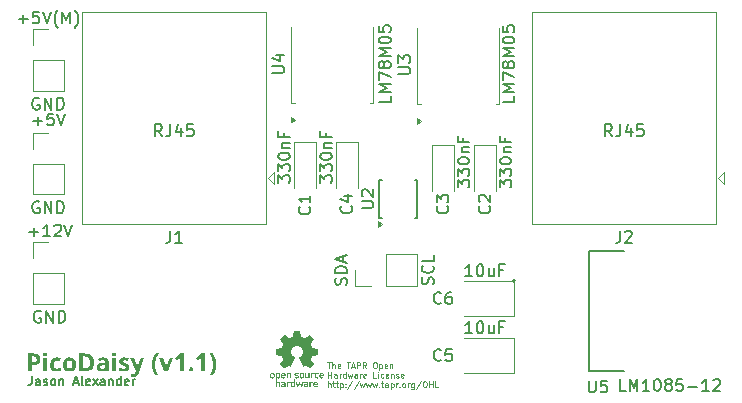
<source format=gto>
%TF.GenerationSoftware,KiCad,Pcbnew,8.0.4*%
%TF.CreationDate,2024-08-22T22:45:39+01:00*%
%TF.ProjectId,PicoChainReference,5069636f-4368-4616-996e-526566657265,v1.1*%
%TF.SameCoordinates,Original*%
%TF.FileFunction,Legend,Top*%
%TF.FilePolarity,Positive*%
%FSLAX46Y46*%
G04 Gerber Fmt 4.6, Leading zero omitted, Abs format (unit mm)*
G04 Created by KiCad (PCBNEW 8.0.4) date 2024-08-22 22:45:39*
%MOMM*%
%LPD*%
G01*
G04 APERTURE LIST*
%ADD10C,0.000000*%
%ADD11C,0.150000*%
%ADD12C,0.300000*%
%ADD13C,0.062500*%
%ADD14C,0.120000*%
%ADD15C,0.127000*%
%ADD16C,0.200000*%
G04 APERTURE END LIST*
D10*
G36*
X123047749Y-97876935D02*
G01*
X123054760Y-97877436D01*
X123068841Y-97879434D01*
X123082886Y-97882752D01*
X123096756Y-97887382D01*
X123103583Y-97890185D01*
X123110313Y-97893312D01*
X123116931Y-97896762D01*
X123123419Y-97900535D01*
X123129759Y-97904627D01*
X123135934Y-97909039D01*
X123141927Y-97913769D01*
X123147720Y-97918816D01*
X123153296Y-97924179D01*
X123158638Y-97929857D01*
X123163729Y-97935848D01*
X123168551Y-97942151D01*
X123173086Y-97948765D01*
X123177319Y-97955689D01*
X123181230Y-97962922D01*
X123184803Y-97970462D01*
X123188021Y-97978309D01*
X123190865Y-97986460D01*
X123193320Y-97994915D01*
X123195367Y-98003674D01*
X123196990Y-98012733D01*
X123198170Y-98022093D01*
X123198891Y-98031752D01*
X123199135Y-98041709D01*
X123199135Y-98357463D01*
X123103568Y-98357463D01*
X123103568Y-98074544D01*
X123103450Y-98068559D01*
X123103102Y-98062736D01*
X123102527Y-98057076D01*
X123101732Y-98051581D01*
X123100720Y-98046254D01*
X123099497Y-98041095D01*
X123098067Y-98036106D01*
X123096437Y-98031291D01*
X123094610Y-98026650D01*
X123092591Y-98022185D01*
X123090387Y-98017899D01*
X123088001Y-98013793D01*
X123085438Y-98009869D01*
X123082704Y-98006129D01*
X123079804Y-98002574D01*
X123076742Y-97999207D01*
X123073524Y-97996030D01*
X123070154Y-97993044D01*
X123066638Y-97990252D01*
X123062980Y-97987654D01*
X123059185Y-97985254D01*
X123055259Y-97983052D01*
X123051206Y-97981051D01*
X123047032Y-97979253D01*
X123042740Y-97977660D01*
X123038337Y-97976272D01*
X123033828Y-97975093D01*
X123029216Y-97974125D01*
X123024508Y-97973368D01*
X123019708Y-97972825D01*
X123014821Y-97972498D01*
X123009852Y-97972388D01*
X123004799Y-97972498D01*
X122999833Y-97972825D01*
X122994960Y-97973368D01*
X122990182Y-97974125D01*
X122985507Y-97975093D01*
X122980938Y-97976272D01*
X122976480Y-97977659D01*
X122972137Y-97979253D01*
X122967916Y-97981051D01*
X122963820Y-97983052D01*
X122959855Y-97985253D01*
X122956025Y-97987654D01*
X122952335Y-97990251D01*
X122948789Y-97993044D01*
X122945393Y-97996030D01*
X122942152Y-97999207D01*
X122939070Y-98002574D01*
X122936152Y-98006128D01*
X122933402Y-98009869D01*
X122930826Y-98013793D01*
X122928429Y-98017899D01*
X122926215Y-98022185D01*
X122924189Y-98026650D01*
X122922356Y-98031291D01*
X122920721Y-98036106D01*
X122919288Y-98041094D01*
X122918062Y-98046253D01*
X122917048Y-98051581D01*
X122916252Y-98057076D01*
X122915676Y-98062736D01*
X122915328Y-98068559D01*
X122915211Y-98074544D01*
X122915211Y-98357463D01*
X122819643Y-98357463D01*
X122819643Y-97882403D01*
X122915211Y-97882403D01*
X122915211Y-97932992D01*
X122917116Y-97932992D01*
X122922884Y-97926186D01*
X122928954Y-97919819D01*
X122935315Y-97913891D01*
X122941960Y-97908401D01*
X122948880Y-97903350D01*
X122956068Y-97898738D01*
X122963514Y-97894565D01*
X122971210Y-97890830D01*
X122979148Y-97887535D01*
X122987319Y-97884679D01*
X122995716Y-97882262D01*
X123004329Y-97880284D01*
X123013151Y-97878746D01*
X123022172Y-97877647D01*
X123031385Y-97876987D01*
X123040782Y-97876768D01*
X123047749Y-97876935D01*
G37*
G36*
X124486466Y-98165375D02*
G01*
X124486583Y-98171355D01*
X124486931Y-98177174D01*
X124487506Y-98182831D01*
X124488303Y-98188323D01*
X124489317Y-98193648D01*
X124490542Y-98198805D01*
X124491975Y-98203791D01*
X124493610Y-98208606D01*
X124495443Y-98213246D01*
X124497469Y-98217710D01*
X124499683Y-98221996D01*
X124502080Y-98226103D01*
X124504655Y-98230027D01*
X124507404Y-98233768D01*
X124510322Y-98237324D01*
X124513403Y-98240692D01*
X124516644Y-98243870D01*
X124520039Y-98246858D01*
X124523584Y-98249652D01*
X124527273Y-98252251D01*
X124531102Y-98254653D01*
X124535067Y-98256856D01*
X124539161Y-98258859D01*
X124543381Y-98260658D01*
X124547722Y-98262253D01*
X124552178Y-98263642D01*
X124556746Y-98264822D01*
X124561420Y-98265792D01*
X124566195Y-98266550D01*
X124571066Y-98267093D01*
X124576030Y-98267421D01*
X124581080Y-98267530D01*
X124586052Y-98267421D01*
X124590941Y-98267093D01*
X124595743Y-98266550D01*
X124600453Y-98265792D01*
X124605066Y-98264822D01*
X124609578Y-98263642D01*
X124613982Y-98262253D01*
X124618275Y-98260658D01*
X124622451Y-98258859D01*
X124626505Y-98256856D01*
X124630432Y-98254653D01*
X124634228Y-98252251D01*
X124637887Y-98249652D01*
X124641404Y-98246858D01*
X124644775Y-98243870D01*
X124647994Y-98240692D01*
X124651056Y-98237324D01*
X124653957Y-98233768D01*
X124656691Y-98230027D01*
X124659254Y-98226103D01*
X124661640Y-98221996D01*
X124663845Y-98217710D01*
X124665864Y-98213246D01*
X124667691Y-98208606D01*
X124669322Y-98203791D01*
X124670751Y-98198805D01*
X124671974Y-98193648D01*
X124672986Y-98188323D01*
X124673782Y-98182831D01*
X124674357Y-98177174D01*
X124674705Y-98171355D01*
X124674822Y-98165375D01*
X124674822Y-97882403D01*
X124770363Y-97882403D01*
X124770363Y-98357515D01*
X124674822Y-98357515D01*
X124674822Y-98306874D01*
X124672970Y-98306874D01*
X124667197Y-98313679D01*
X124661124Y-98320046D01*
X124654763Y-98325975D01*
X124648122Y-98331464D01*
X124641211Y-98336515D01*
X124634041Y-98341128D01*
X124626622Y-98345301D01*
X124618962Y-98349035D01*
X124611073Y-98352330D01*
X124602963Y-98355187D01*
X124594642Y-98357604D01*
X124586122Y-98359581D01*
X124577410Y-98361120D01*
X124568518Y-98362218D01*
X124559455Y-98362878D01*
X124550230Y-98363098D01*
X124543178Y-98362930D01*
X124536089Y-98362430D01*
X124521864Y-98360432D01*
X124507694Y-98357113D01*
X124500673Y-98354962D01*
X124493716Y-98352485D01*
X124486842Y-98349682D01*
X124480067Y-98346555D01*
X124473409Y-98343105D01*
X124466885Y-98339334D01*
X124460511Y-98335242D01*
X124454306Y-98330831D01*
X124448286Y-98326102D01*
X124442469Y-98321056D01*
X124436871Y-98315694D01*
X124431509Y-98310018D01*
X124426402Y-98304029D01*
X124421566Y-98297727D01*
X124417018Y-98291115D01*
X124412775Y-98284193D01*
X124408855Y-98276963D01*
X124405275Y-98269426D01*
X124402052Y-98261582D01*
X124399203Y-98253434D01*
X124396745Y-98244982D01*
X124394695Y-98236227D01*
X124393071Y-98227172D01*
X124391890Y-98217816D01*
X124391169Y-98208162D01*
X124390924Y-98198210D01*
X124390925Y-98198210D01*
X124390925Y-97882403D01*
X124486466Y-97882403D01*
X124486466Y-98165375D01*
G37*
G36*
X124475599Y-98627650D02*
G01*
X124496198Y-98629099D01*
X124515812Y-98631584D01*
X124525230Y-98633232D01*
X124534378Y-98635160D01*
X124543247Y-98637375D01*
X124551830Y-98639884D01*
X124560118Y-98642694D01*
X124568103Y-98645811D01*
X124575778Y-98649244D01*
X124583133Y-98652999D01*
X124590162Y-98657082D01*
X124596856Y-98661502D01*
X124603207Y-98666265D01*
X124609206Y-98671378D01*
X124614847Y-98676848D01*
X124620120Y-98682682D01*
X124625017Y-98688888D01*
X124629531Y-98695471D01*
X124633654Y-98702440D01*
X124637377Y-98709801D01*
X124640692Y-98717561D01*
X124643591Y-98725728D01*
X124646067Y-98734308D01*
X124648110Y-98743308D01*
X124649714Y-98752736D01*
X124650869Y-98762598D01*
X124651568Y-98772902D01*
X124651803Y-98783654D01*
X124651803Y-99107874D01*
X124556183Y-99107874D01*
X124556183Y-99065699D01*
X124554331Y-99065699D01*
X124550481Y-99071647D01*
X124546296Y-99077181D01*
X124541748Y-99082305D01*
X124536810Y-99087022D01*
X124531454Y-99091338D01*
X124525654Y-99095256D01*
X124519381Y-99098782D01*
X124512609Y-99101918D01*
X124505310Y-99104669D01*
X124497458Y-99107040D01*
X124489023Y-99109034D01*
X124479980Y-99110657D01*
X124470301Y-99111911D01*
X124459958Y-99112802D01*
X124448925Y-99113333D01*
X124437173Y-99113510D01*
X124427376Y-99113327D01*
X124417840Y-99112784D01*
X124408568Y-99111890D01*
X124399565Y-99110651D01*
X124390832Y-99109076D01*
X124382373Y-99107172D01*
X124374192Y-99104948D01*
X124366292Y-99102411D01*
X124358676Y-99099569D01*
X124351348Y-99096431D01*
X124344309Y-99093003D01*
X124337565Y-99089295D01*
X124331118Y-99085313D01*
X124324972Y-99081066D01*
X124319129Y-99076562D01*
X124313593Y-99071808D01*
X124308367Y-99066813D01*
X124303455Y-99061584D01*
X124298859Y-99056129D01*
X124294584Y-99050456D01*
X124290632Y-99044573D01*
X124287006Y-99038487D01*
X124283710Y-99032208D01*
X124280747Y-99025742D01*
X124278121Y-99019098D01*
X124275834Y-99012283D01*
X124273890Y-99005306D01*
X124272292Y-98998173D01*
X124271044Y-98990894D01*
X124270148Y-98983476D01*
X124269608Y-98975926D01*
X124269427Y-98968254D01*
X124269529Y-98963570D01*
X124359439Y-98963570D01*
X124359739Y-98969489D01*
X124360653Y-98975285D01*
X124362201Y-98980922D01*
X124364405Y-98986366D01*
X124365759Y-98989004D01*
X124367284Y-98991580D01*
X124368983Y-98994089D01*
X124370859Y-98996528D01*
X124372914Y-98998891D01*
X124375150Y-99001174D01*
X124377571Y-99003373D01*
X124380179Y-99005483D01*
X124382976Y-99007500D01*
X124385964Y-99009420D01*
X124389148Y-99011237D01*
X124392528Y-99012947D01*
X124396108Y-99014547D01*
X124399891Y-99016030D01*
X124403878Y-99017394D01*
X124408072Y-99018633D01*
X124417093Y-99020719D01*
X124426973Y-99022254D01*
X124437735Y-99023201D01*
X124449397Y-99023525D01*
X124463721Y-99023412D01*
X124476852Y-99023019D01*
X124488827Y-99022260D01*
X124499684Y-99021053D01*
X124504705Y-99020255D01*
X124509460Y-99019313D01*
X124513954Y-99018217D01*
X124518191Y-99016957D01*
X124522176Y-99015522D01*
X124525915Y-99013901D01*
X124529410Y-99012084D01*
X124532668Y-99010061D01*
X124535692Y-99007820D01*
X124538488Y-99005352D01*
X124541060Y-99002647D01*
X124543412Y-98999693D01*
X124545549Y-98996480D01*
X124547477Y-98992997D01*
X124549198Y-98989235D01*
X124550719Y-98985183D01*
X124552044Y-98980829D01*
X124553177Y-98976165D01*
X124554123Y-98971178D01*
X124554886Y-98965860D01*
X124555472Y-98960199D01*
X124555885Y-98954184D01*
X124556129Y-98947806D01*
X124556209Y-98941054D01*
X124556209Y-98906367D01*
X124441909Y-98906367D01*
X124436726Y-98906433D01*
X124431717Y-98906628D01*
X124426883Y-98906952D01*
X124422223Y-98907402D01*
X124417736Y-98907977D01*
X124413420Y-98908674D01*
X124409276Y-98909491D01*
X124405304Y-98910427D01*
X124401501Y-98911480D01*
X124397868Y-98912648D01*
X124394403Y-98913929D01*
X124391107Y-98915320D01*
X124387978Y-98916821D01*
X124385016Y-98918430D01*
X124382220Y-98920144D01*
X124379590Y-98921961D01*
X124377124Y-98923880D01*
X124374822Y-98925898D01*
X124372684Y-98928015D01*
X124370708Y-98930227D01*
X124368894Y-98932534D01*
X124367242Y-98934932D01*
X124365750Y-98937421D01*
X124364418Y-98939998D01*
X124363245Y-98942662D01*
X124362231Y-98945410D01*
X124361375Y-98948241D01*
X124360676Y-98951153D01*
X124360134Y-98954144D01*
X124359747Y-98957211D01*
X124359516Y-98960354D01*
X124359439Y-98963570D01*
X124269529Y-98963570D01*
X124269581Y-98961174D01*
X124270042Y-98954170D01*
X124270810Y-98947251D01*
X124271883Y-98940427D01*
X124273263Y-98933707D01*
X124274947Y-98927103D01*
X124276936Y-98920622D01*
X124279229Y-98914276D01*
X124281825Y-98908074D01*
X124284724Y-98902025D01*
X124287926Y-98896140D01*
X124291429Y-98890428D01*
X124295234Y-98884900D01*
X124299339Y-98879564D01*
X124303745Y-98874431D01*
X124308450Y-98869511D01*
X124313454Y-98864813D01*
X124318757Y-98860347D01*
X124324358Y-98856123D01*
X124330257Y-98852150D01*
X124336452Y-98848439D01*
X124342944Y-98845000D01*
X124349732Y-98841841D01*
X124356815Y-98838974D01*
X124364194Y-98836407D01*
X124371866Y-98834150D01*
X124379832Y-98832214D01*
X124388091Y-98830608D01*
X124396643Y-98829342D01*
X124405487Y-98828425D01*
X124414623Y-98827868D01*
X124424050Y-98827680D01*
X124556183Y-98827680D01*
X124556183Y-98778018D01*
X124555840Y-98769926D01*
X124555408Y-98766128D01*
X124554801Y-98762494D01*
X124554016Y-98759019D01*
X124553051Y-98755702D01*
X124551904Y-98752541D01*
X124550575Y-98749533D01*
X124549059Y-98746676D01*
X124547357Y-98743966D01*
X124545465Y-98741403D01*
X124543383Y-98738984D01*
X124541107Y-98736706D01*
X124538637Y-98734566D01*
X124535970Y-98732563D01*
X124533105Y-98730694D01*
X124530039Y-98728957D01*
X124526770Y-98727349D01*
X124519619Y-98724512D01*
X124511636Y-98722163D01*
X124502806Y-98720284D01*
X124493113Y-98718856D01*
X124482543Y-98717859D01*
X124471081Y-98717275D01*
X124458711Y-98717084D01*
X124449702Y-98717197D01*
X124441280Y-98717542D01*
X124433416Y-98718133D01*
X124426082Y-98718981D01*
X124422604Y-98719505D01*
X124419247Y-98720098D01*
X124416008Y-98720762D01*
X124412883Y-98721498D01*
X124409869Y-98722307D01*
X124406962Y-98723191D01*
X124404159Y-98724152D01*
X124401455Y-98725191D01*
X124398847Y-98726309D01*
X124396331Y-98727509D01*
X124393905Y-98728791D01*
X124391564Y-98730157D01*
X124389304Y-98731609D01*
X124387123Y-98733149D01*
X124385015Y-98734777D01*
X124382979Y-98736495D01*
X124381010Y-98738306D01*
X124379105Y-98740209D01*
X124377259Y-98742208D01*
X124375470Y-98744303D01*
X124373734Y-98746495D01*
X124372047Y-98748788D01*
X124370405Y-98751181D01*
X124368805Y-98753677D01*
X124293822Y-98696526D01*
X124300861Y-98687402D01*
X124308279Y-98679007D01*
X124316078Y-98671322D01*
X124324265Y-98664326D01*
X124332842Y-98658002D01*
X124341813Y-98652330D01*
X124351182Y-98647290D01*
X124360953Y-98642862D01*
X124371131Y-98639028D01*
X124381719Y-98635768D01*
X124392721Y-98633063D01*
X124404141Y-98630893D01*
X124415983Y-98629239D01*
X124428251Y-98628082D01*
X124440948Y-98627401D01*
X124454080Y-98627179D01*
X124475599Y-98627650D01*
G37*
G36*
X125800280Y-97876994D02*
G01*
X125809974Y-97877671D01*
X125819558Y-97878791D01*
X125829018Y-97880348D01*
X125838340Y-97882338D01*
X125847511Y-97884753D01*
X125856515Y-97887588D01*
X125865338Y-97890836D01*
X125873967Y-97894492D01*
X125882388Y-97898550D01*
X125890586Y-97903004D01*
X125898547Y-97907847D01*
X125906258Y-97913074D01*
X125913704Y-97918678D01*
X125920870Y-97924655D01*
X125927743Y-97930997D01*
X125934310Y-97937699D01*
X125940554Y-97944754D01*
X125946463Y-97952158D01*
X125952023Y-97959903D01*
X125957219Y-97967984D01*
X125962037Y-97976395D01*
X125966463Y-97985129D01*
X125970484Y-97994182D01*
X125974084Y-98003546D01*
X125977249Y-98013216D01*
X125979967Y-98023185D01*
X125982222Y-98033449D01*
X125984000Y-98044000D01*
X125985288Y-98054834D01*
X125986071Y-98065943D01*
X125986335Y-98077322D01*
X125986335Y-98156035D01*
X125690240Y-98156035D01*
X125690379Y-98163215D01*
X125690793Y-98170169D01*
X125691475Y-98176899D01*
X125692420Y-98183402D01*
X125693624Y-98189680D01*
X125695080Y-98195732D01*
X125696783Y-98201558D01*
X125698728Y-98207157D01*
X125700908Y-98212530D01*
X125703319Y-98217676D01*
X125705955Y-98222595D01*
X125708811Y-98227288D01*
X125711881Y-98231753D01*
X125715160Y-98235991D01*
X125718642Y-98240001D01*
X125722321Y-98243784D01*
X125726193Y-98247338D01*
X125730251Y-98250665D01*
X125734491Y-98253763D01*
X125738907Y-98256633D01*
X125743493Y-98259274D01*
X125748243Y-98261687D01*
X125753154Y-98263871D01*
X125758218Y-98265825D01*
X125763430Y-98267550D01*
X125768786Y-98269046D01*
X125774279Y-98270312D01*
X125779904Y-98271349D01*
X125785655Y-98272155D01*
X125791528Y-98272731D01*
X125797516Y-98273077D01*
X125803614Y-98273192D01*
X125810495Y-98272995D01*
X125817419Y-98272410D01*
X125824368Y-98271443D01*
X125831321Y-98270101D01*
X125838257Y-98268391D01*
X125845156Y-98266319D01*
X125851997Y-98263894D01*
X125858760Y-98261121D01*
X125865424Y-98258007D01*
X125871970Y-98254560D01*
X125878376Y-98250787D01*
X125884621Y-98246693D01*
X125890687Y-98242287D01*
X125896551Y-98237575D01*
X125902194Y-98232564D01*
X125907596Y-98227261D01*
X125976943Y-98286263D01*
X125968004Y-98296082D01*
X125958751Y-98305167D01*
X125949200Y-98313534D01*
X125939368Y-98321195D01*
X125929271Y-98328165D01*
X125918926Y-98334456D01*
X125908349Y-98340083D01*
X125897558Y-98345060D01*
X125886569Y-98349399D01*
X125875398Y-98353116D01*
X125864062Y-98356223D01*
X125852578Y-98358735D01*
X125840963Y-98360664D01*
X125829232Y-98362025D01*
X125817403Y-98362832D01*
X125805493Y-98363098D01*
X125787062Y-98362524D01*
X125768448Y-98360703D01*
X125749840Y-98357486D01*
X125731427Y-98352727D01*
X125713399Y-98346277D01*
X125704588Y-98342371D01*
X125695945Y-98337987D01*
X125687493Y-98333106D01*
X125679255Y-98327710D01*
X125671255Y-98321780D01*
X125663518Y-98315298D01*
X125656065Y-98308244D01*
X125648922Y-98300601D01*
X125642112Y-98292351D01*
X125635659Y-98283474D01*
X125629586Y-98273951D01*
X125623916Y-98263766D01*
X125618675Y-98252898D01*
X125613884Y-98241330D01*
X125609569Y-98229044D01*
X125605752Y-98216019D01*
X125602457Y-98202239D01*
X125599708Y-98187684D01*
X125597529Y-98172336D01*
X125595944Y-98156176D01*
X125594975Y-98139186D01*
X125594647Y-98121348D01*
X125594948Y-98104407D01*
X125595836Y-98088185D01*
X125596853Y-98077348D01*
X125690240Y-98077348D01*
X125890741Y-98077348D01*
X125890364Y-98070678D01*
X125889767Y-98064207D01*
X125888953Y-98057936D01*
X125887927Y-98051865D01*
X125886693Y-98045996D01*
X125885256Y-98040330D01*
X125883620Y-98034866D01*
X125881789Y-98029606D01*
X125879768Y-98024552D01*
X125877560Y-98019702D01*
X125875170Y-98015060D01*
X125872602Y-98010625D01*
X125869861Y-98006397D01*
X125866950Y-98002379D01*
X125863874Y-97998571D01*
X125860638Y-97994974D01*
X125857246Y-97991588D01*
X125853701Y-97988414D01*
X125850008Y-97985454D01*
X125846172Y-97982707D01*
X125842196Y-97980176D01*
X125838085Y-97977860D01*
X125833844Y-97975761D01*
X125829476Y-97973879D01*
X125824986Y-97972216D01*
X125820378Y-97970771D01*
X125815656Y-97969547D01*
X125810824Y-97968543D01*
X125805888Y-97967761D01*
X125800851Y-97967201D01*
X125795717Y-97966865D01*
X125790490Y-97966753D01*
X125785261Y-97966865D01*
X125780120Y-97967201D01*
X125775070Y-97967761D01*
X125770116Y-97968543D01*
X125765265Y-97969547D01*
X125760520Y-97970771D01*
X125755885Y-97972216D01*
X125751367Y-97973879D01*
X125746970Y-97975761D01*
X125742698Y-97977860D01*
X125738557Y-97980176D01*
X125734551Y-97982707D01*
X125730685Y-97985454D01*
X125726964Y-97988414D01*
X125723393Y-97991588D01*
X125719976Y-97994974D01*
X125716718Y-97998571D01*
X125713625Y-98002379D01*
X125710700Y-98006397D01*
X125707949Y-98010624D01*
X125705377Y-98015060D01*
X125702988Y-98019702D01*
X125700787Y-98024551D01*
X125698779Y-98029606D01*
X125696969Y-98034866D01*
X125695361Y-98040329D01*
X125693961Y-98045996D01*
X125692773Y-98051865D01*
X125691802Y-98057936D01*
X125691053Y-98064207D01*
X125690531Y-98070678D01*
X125690240Y-98077348D01*
X125596853Y-98077348D01*
X125597292Y-98072668D01*
X125599293Y-98057846D01*
X125601818Y-98043707D01*
X125604846Y-98030238D01*
X125608355Y-98017428D01*
X125612325Y-98005266D01*
X125616734Y-97993738D01*
X125621561Y-97982834D01*
X125626785Y-97972542D01*
X125632384Y-97962850D01*
X125638337Y-97953746D01*
X125644624Y-97945218D01*
X125651222Y-97937254D01*
X125658110Y-97929843D01*
X125665268Y-97922972D01*
X125672673Y-97916631D01*
X125680305Y-97910807D01*
X125688143Y-97905487D01*
X125696165Y-97900662D01*
X125704350Y-97896318D01*
X125712677Y-97892444D01*
X125721124Y-97889027D01*
X125729671Y-97886057D01*
X125738295Y-97883522D01*
X125746976Y-97881409D01*
X125755693Y-97879706D01*
X125773148Y-97877486D01*
X125790491Y-97876767D01*
X125800280Y-97876994D01*
G37*
G36*
X124985052Y-98627342D02*
G01*
X124992027Y-98627826D01*
X124998861Y-98628624D01*
X125005559Y-98629725D01*
X125012126Y-98631124D01*
X125018567Y-98632810D01*
X125024888Y-98634777D01*
X125031093Y-98637015D01*
X125037190Y-98639516D01*
X125043182Y-98642273D01*
X125049076Y-98645278D01*
X125054877Y-98648521D01*
X125060589Y-98651995D01*
X125066219Y-98655691D01*
X125071772Y-98659601D01*
X125077253Y-98663718D01*
X125007906Y-98746189D01*
X125003763Y-98743139D01*
X124999752Y-98740326D01*
X124995851Y-98737745D01*
X124992038Y-98735389D01*
X124988292Y-98733254D01*
X124984589Y-98731333D01*
X124980908Y-98729622D01*
X124977227Y-98728114D01*
X124973524Y-98726805D01*
X124969776Y-98725688D01*
X124965962Y-98724758D01*
X124962059Y-98724010D01*
X124958046Y-98723437D01*
X124953900Y-98723035D01*
X124949598Y-98722798D01*
X124945120Y-98722720D01*
X124936352Y-98723074D01*
X124927674Y-98724146D01*
X124919150Y-98725948D01*
X124910847Y-98728495D01*
X124906799Y-98730052D01*
X124902830Y-98731800D01*
X124898950Y-98733741D01*
X124895166Y-98735876D01*
X124891487Y-98738208D01*
X124887920Y-98740737D01*
X124884474Y-98743467D01*
X124881157Y-98746397D01*
X124877978Y-98749531D01*
X124874944Y-98752869D01*
X124872064Y-98756413D01*
X124869346Y-98760166D01*
X124866798Y-98764129D01*
X124864429Y-98768303D01*
X124862246Y-98772690D01*
X124860259Y-98777292D01*
X124858474Y-98782110D01*
X124856901Y-98787147D01*
X124855547Y-98792404D01*
X124854420Y-98797882D01*
X124853530Y-98803583D01*
X124852884Y-98809510D01*
X124852491Y-98815663D01*
X124852358Y-98822045D01*
X124852358Y-99107874D01*
X124756817Y-99107874D01*
X124756817Y-98632814D01*
X124852358Y-98632814D01*
X124852358Y-98683403D01*
X124854263Y-98683403D01*
X124860036Y-98676597D01*
X124866108Y-98670231D01*
X124872472Y-98664302D01*
X124879118Y-98658812D01*
X124886039Y-98653761D01*
X124893226Y-98649149D01*
X124900671Y-98644976D01*
X124908366Y-98641242D01*
X124916303Y-98637946D01*
X124924473Y-98635090D01*
X124932868Y-98632673D01*
X124941479Y-98630695D01*
X124950300Y-98629157D01*
X124959320Y-98628058D01*
X124968532Y-98627399D01*
X124977929Y-98627179D01*
X124985052Y-98627342D01*
G37*
G36*
X125406525Y-97876868D02*
G01*
X125413155Y-97877168D01*
X125419698Y-97877663D01*
X125426152Y-97878350D01*
X125438796Y-97880281D01*
X125451086Y-97882930D01*
X125463019Y-97886265D01*
X125474595Y-97890255D01*
X125485812Y-97894869D01*
X125496667Y-97900074D01*
X125507161Y-97905839D01*
X125517290Y-97912133D01*
X125527053Y-97918925D01*
X125536450Y-97926182D01*
X125545477Y-97933873D01*
X125554134Y-97941968D01*
X125562419Y-97950433D01*
X125570331Y-97959238D01*
X125500057Y-98022024D01*
X125495551Y-98016678D01*
X125490810Y-98011549D01*
X125485839Y-98006653D01*
X125480646Y-98002008D01*
X125475238Y-97997632D01*
X125469623Y-97993544D01*
X125463807Y-97989760D01*
X125457797Y-97986298D01*
X125451600Y-97983177D01*
X125445224Y-97980415D01*
X125438675Y-97978028D01*
X125431961Y-97976036D01*
X125425088Y-97974455D01*
X125418064Y-97973304D01*
X125410896Y-97972600D01*
X125403590Y-97972361D01*
X125389382Y-97972881D01*
X125375941Y-97974456D01*
X125369514Y-97975647D01*
X125363287Y-97977110D01*
X125357263Y-97978848D01*
X125351443Y-97980865D01*
X125345830Y-97983163D01*
X125340427Y-97985746D01*
X125335236Y-97988615D01*
X125330261Y-97991775D01*
X125325503Y-97995228D01*
X125320965Y-97998976D01*
X125316650Y-98003023D01*
X125312561Y-98007372D01*
X125308699Y-98012026D01*
X125305067Y-98016987D01*
X125301669Y-98022259D01*
X125298506Y-98027844D01*
X125295582Y-98033745D01*
X125292898Y-98039966D01*
X125290458Y-98046508D01*
X125288264Y-98053376D01*
X125286318Y-98060572D01*
X125284623Y-98068098D01*
X125283182Y-98075959D01*
X125281997Y-98084156D01*
X125280406Y-98101572D01*
X125279871Y-98120369D01*
X125280006Y-98129863D01*
X125280407Y-98139014D01*
X125281072Y-98147824D01*
X125281998Y-98156297D01*
X125283183Y-98164435D01*
X125284625Y-98172240D01*
X125286321Y-98179717D01*
X125288267Y-98186866D01*
X125290463Y-98193692D01*
X125292904Y-98200196D01*
X125295588Y-98206382D01*
X125298513Y-98212252D01*
X125301677Y-98217809D01*
X125305076Y-98223055D01*
X125308708Y-98227994D01*
X125312571Y-98232629D01*
X125316661Y-98236961D01*
X125320976Y-98240994D01*
X125325514Y-98244730D01*
X125330273Y-98248173D01*
X125335248Y-98251324D01*
X125340439Y-98254187D01*
X125345841Y-98256764D01*
X125351454Y-98259059D01*
X125357273Y-98261073D01*
X125363297Y-98262810D01*
X125369523Y-98264272D01*
X125375948Y-98265462D01*
X125382570Y-98266382D01*
X125389386Y-98267037D01*
X125396394Y-98267427D01*
X125403590Y-98267557D01*
X125407260Y-98267497D01*
X125410896Y-98267318D01*
X125414497Y-98267024D01*
X125418063Y-98266615D01*
X125425086Y-98265463D01*
X125431957Y-98263883D01*
X125438670Y-98261890D01*
X125445217Y-98259504D01*
X125451592Y-98256741D01*
X125457787Y-98253620D01*
X125463796Y-98250159D01*
X125469611Y-98246375D01*
X125475227Y-98242286D01*
X125480635Y-98237911D01*
X125485829Y-98233266D01*
X125490802Y-98228370D01*
X125495547Y-98223240D01*
X125500057Y-98217895D01*
X125570331Y-98280680D01*
X125562424Y-98289471D01*
X125554143Y-98297925D01*
X125545489Y-98306010D01*
X125536464Y-98313694D01*
X125527070Y-98320946D01*
X125517308Y-98327733D01*
X125507180Y-98334024D01*
X125496687Y-98339788D01*
X125485831Y-98344992D01*
X125474614Y-98349605D01*
X125463036Y-98353596D01*
X125451101Y-98356932D01*
X125438808Y-98359582D01*
X125426161Y-98361514D01*
X125413160Y-98362696D01*
X125399807Y-98363098D01*
X125379322Y-98362277D01*
X125359075Y-98359781D01*
X125339214Y-98355560D01*
X125319890Y-98349561D01*
X125310475Y-98345879D01*
X125301251Y-98341733D01*
X125292236Y-98337118D01*
X125283449Y-98332027D01*
X125274907Y-98326453D01*
X125266631Y-98320390D01*
X125258639Y-98313831D01*
X125250949Y-98306771D01*
X125243580Y-98299203D01*
X125236551Y-98291120D01*
X125229880Y-98282517D01*
X125223587Y-98273386D01*
X125217690Y-98263722D01*
X125212207Y-98253517D01*
X125207158Y-98242767D01*
X125202561Y-98231463D01*
X125198435Y-98219600D01*
X125194798Y-98207172D01*
X125191669Y-98194172D01*
X125189067Y-98180594D01*
X125187011Y-98166430D01*
X125185519Y-98151676D01*
X125184610Y-98136325D01*
X125184303Y-98120369D01*
X125184610Y-98104339D01*
X125185519Y-98088917D01*
X125187011Y-98074097D01*
X125189067Y-98059872D01*
X125191669Y-98046235D01*
X125194798Y-98033181D01*
X125198435Y-98020702D01*
X125202561Y-98008793D01*
X125207158Y-97997446D01*
X125212207Y-97986655D01*
X125217690Y-97976414D01*
X125223587Y-97966715D01*
X125229880Y-97957554D01*
X125236551Y-97948922D01*
X125243580Y-97940814D01*
X125250949Y-97933223D01*
X125258639Y-97926142D01*
X125266631Y-97919566D01*
X125274907Y-97913487D01*
X125283449Y-97907898D01*
X125292236Y-97902795D01*
X125301251Y-97898169D01*
X125310475Y-97894015D01*
X125319890Y-97890326D01*
X125329475Y-97887095D01*
X125339214Y-97884316D01*
X125349087Y-97881982D01*
X125359075Y-97880087D01*
X125369159Y-97878625D01*
X125379322Y-97877589D01*
X125399807Y-97876767D01*
X125406525Y-97876868D01*
G37*
G36*
X125103488Y-97876931D02*
G01*
X125110468Y-97877415D01*
X125117305Y-97878212D01*
X125124002Y-97879314D01*
X125130566Y-97880712D01*
X125137004Y-97882399D01*
X125143320Y-97884365D01*
X125149521Y-97886603D01*
X125155613Y-97889105D01*
X125161601Y-97891862D01*
X125167491Y-97894866D01*
X125173289Y-97898110D01*
X125179002Y-97901583D01*
X125184634Y-97905280D01*
X125190192Y-97909190D01*
X125195681Y-97913307D01*
X125126334Y-97995777D01*
X125122190Y-97992737D01*
X125118179Y-97989932D01*
X125114279Y-97987358D01*
X125110466Y-97985009D01*
X125106720Y-97982878D01*
X125103017Y-97980962D01*
X125099336Y-97979254D01*
X125095655Y-97977749D01*
X125091952Y-97976442D01*
X125088204Y-97975327D01*
X125084390Y-97974398D01*
X125080487Y-97973650D01*
X125076474Y-97973078D01*
X125072327Y-97972677D01*
X125068026Y-97972439D01*
X125063548Y-97972362D01*
X125054780Y-97972715D01*
X125046101Y-97973785D01*
X125037577Y-97975585D01*
X125029275Y-97978129D01*
X125025226Y-97979684D01*
X125021258Y-97981431D01*
X125017378Y-97983370D01*
X125013594Y-97985504D01*
X125009914Y-97987834D01*
X125006348Y-97990362D01*
X125002902Y-97993090D01*
X124999585Y-97996019D01*
X124996406Y-97999151D01*
X124993372Y-98002488D01*
X124990492Y-98006032D01*
X124987774Y-98009785D01*
X124985226Y-98013747D01*
X124982857Y-98017921D01*
X124980674Y-98022308D01*
X124978686Y-98026911D01*
X124976902Y-98031731D01*
X124975328Y-98036769D01*
X124973974Y-98042028D01*
X124972848Y-98047508D01*
X124971958Y-98053213D01*
X124971312Y-98059143D01*
X124970918Y-98065300D01*
X124970785Y-98071686D01*
X124970785Y-98357463D01*
X124875191Y-98357463D01*
X124875191Y-97882403D01*
X124970785Y-97882403D01*
X124970785Y-97932992D01*
X124972638Y-97932992D01*
X124978411Y-97926186D01*
X124984485Y-97919819D01*
X124990852Y-97913891D01*
X124997501Y-97908401D01*
X125004426Y-97903350D01*
X125011618Y-97898738D01*
X125019068Y-97894565D01*
X125026768Y-97890830D01*
X125034709Y-97887535D01*
X125042884Y-97884679D01*
X125051283Y-97882262D01*
X125059899Y-97880284D01*
X125068723Y-97878746D01*
X125077746Y-97877647D01*
X125086960Y-97876987D01*
X125096357Y-97876768D01*
X125103488Y-97876931D01*
G37*
G36*
X124120337Y-97876860D02*
G01*
X124127019Y-97877133D01*
X124133529Y-97877580D01*
X124139870Y-97878194D01*
X124146044Y-97878970D01*
X124152053Y-97879901D01*
X124157899Y-97880981D01*
X124163586Y-97882203D01*
X124169114Y-97883561D01*
X124174487Y-97885049D01*
X124179706Y-97886660D01*
X124184773Y-97888387D01*
X124189692Y-97890226D01*
X124194464Y-97892168D01*
X124199091Y-97894208D01*
X124203576Y-97896340D01*
X124212128Y-97900853D01*
X124220138Y-97905655D01*
X124227623Y-97910695D01*
X124234602Y-97915924D01*
X124241093Y-97921290D01*
X124247113Y-97926742D01*
X124252680Y-97932229D01*
X124257813Y-97937701D01*
X124264412Y-97945261D01*
X124270517Y-97952892D01*
X124276135Y-97960687D01*
X124281276Y-97968741D01*
X124285951Y-97977145D01*
X124290169Y-97985995D01*
X124293939Y-97995382D01*
X124297272Y-98005401D01*
X124300176Y-98016145D01*
X124302662Y-98027707D01*
X124304738Y-98040181D01*
X124306416Y-98053660D01*
X124307704Y-98068238D01*
X124308612Y-98084008D01*
X124309150Y-98101063D01*
X124309327Y-98119496D01*
X124309150Y-98138084D01*
X124308612Y-98155276D01*
X124307704Y-98171164D01*
X124306416Y-98185845D01*
X124304738Y-98199413D01*
X124302662Y-98211962D01*
X124300176Y-98223587D01*
X124297272Y-98234382D01*
X124293939Y-98244442D01*
X124290169Y-98253861D01*
X124285951Y-98262735D01*
X124281276Y-98271156D01*
X124276135Y-98279221D01*
X124270517Y-98287023D01*
X124264412Y-98294657D01*
X124257813Y-98302218D01*
X124252680Y-98307689D01*
X124247113Y-98313174D01*
X124241093Y-98318624D01*
X124234602Y-98323986D01*
X124227623Y-98329211D01*
X124220138Y-98334247D01*
X124212128Y-98339044D01*
X124203576Y-98343552D01*
X124194464Y-98347719D01*
X124184773Y-98351495D01*
X124174486Y-98354829D01*
X124163586Y-98357671D01*
X124152053Y-98359969D01*
X124139870Y-98361674D01*
X124127019Y-98362734D01*
X124113482Y-98363098D01*
X124106632Y-98363006D01*
X124099955Y-98362734D01*
X124093449Y-98362287D01*
X124087112Y-98361674D01*
X124080942Y-98360899D01*
X124074936Y-98359969D01*
X124069093Y-98358891D01*
X124063409Y-98357671D01*
X124057884Y-98356315D01*
X124052514Y-98354829D01*
X124047297Y-98353221D01*
X124042231Y-98351495D01*
X124037314Y-98349659D01*
X124032544Y-98347719D01*
X124027918Y-98345681D01*
X124023434Y-98343552D01*
X124014885Y-98339045D01*
X124006876Y-98334247D01*
X123999392Y-98329211D01*
X123992414Y-98323986D01*
X123985924Y-98318624D01*
X123979905Y-98313175D01*
X123974337Y-98307689D01*
X123969205Y-98302218D01*
X123962604Y-98294657D01*
X123956498Y-98287024D01*
X123950878Y-98279223D01*
X123945733Y-98271160D01*
X123941054Y-98262740D01*
X123936832Y-98253868D01*
X123933057Y-98244450D01*
X123929719Y-98234392D01*
X123926810Y-98223598D01*
X123924320Y-98211974D01*
X123922238Y-98199425D01*
X123920557Y-98185856D01*
X123919265Y-98171174D01*
X123918355Y-98155283D01*
X123917815Y-98138089D01*
X123917638Y-98119496D01*
X124013231Y-98119496D01*
X124013299Y-98131920D01*
X124013508Y-98143240D01*
X124013869Y-98153541D01*
X124014391Y-98162906D01*
X124015083Y-98171421D01*
X124015955Y-98179167D01*
X124017017Y-98186230D01*
X124018278Y-98192693D01*
X124019749Y-98198641D01*
X124021438Y-98204156D01*
X124023355Y-98209323D01*
X124025510Y-98214225D01*
X124027912Y-98218948D01*
X124030572Y-98223573D01*
X124033498Y-98228186D01*
X124036700Y-98232870D01*
X124039509Y-98236508D01*
X124042674Y-98240020D01*
X124046176Y-98243391D01*
X124049996Y-98246606D01*
X124054113Y-98249650D01*
X124058508Y-98252508D01*
X124063163Y-98255165D01*
X124068056Y-98257606D01*
X124073170Y-98259816D01*
X124078484Y-98261780D01*
X124083978Y-98263483D01*
X124089634Y-98264910D01*
X124095432Y-98266046D01*
X124101352Y-98266875D01*
X124107376Y-98267384D01*
X124113482Y-98267557D01*
X124119597Y-98267384D01*
X124125627Y-98266874D01*
X124131552Y-98266043D01*
X124137353Y-98264906D01*
X124143011Y-98263477D01*
X124148506Y-98261773D01*
X124153821Y-98259807D01*
X124158934Y-98257596D01*
X124163828Y-98255154D01*
X124168483Y-98252496D01*
X124172879Y-98249638D01*
X124176998Y-98246595D01*
X124180821Y-98243381D01*
X124184327Y-98240013D01*
X124187499Y-98236504D01*
X124188954Y-98234702D01*
X124190317Y-98232870D01*
X124193519Y-98228187D01*
X124196443Y-98223575D01*
X124199100Y-98218954D01*
X124201499Y-98214240D01*
X124203650Y-98209351D01*
X124205563Y-98204205D01*
X124207247Y-98198718D01*
X124208712Y-98192809D01*
X124209969Y-98186395D01*
X124211026Y-98179393D01*
X124211894Y-98171722D01*
X124212582Y-98163297D01*
X124213100Y-98154037D01*
X124213458Y-98143860D01*
X124213733Y-98120423D01*
X124213666Y-98107999D01*
X124213458Y-98096677D01*
X124213100Y-98086374D01*
X124212582Y-98077005D01*
X124211894Y-98068488D01*
X124211026Y-98060738D01*
X124209969Y-98053672D01*
X124208712Y-98047206D01*
X124207247Y-98041256D01*
X124205563Y-98035740D01*
X124203650Y-98030573D01*
X124201499Y-98025671D01*
X124199100Y-98020951D01*
X124196443Y-98016330D01*
X124193519Y-98011724D01*
X124190317Y-98007048D01*
X124187499Y-98003410D01*
X124184327Y-97999898D01*
X124180821Y-97996528D01*
X124176998Y-97993313D01*
X124172879Y-97990269D01*
X124168483Y-97987411D01*
X124163828Y-97984754D01*
X124158934Y-97982313D01*
X124153821Y-97980103D01*
X124148506Y-97978139D01*
X124143011Y-97976436D01*
X124137353Y-97975009D01*
X124131552Y-97973873D01*
X124125627Y-97973043D01*
X124119597Y-97972534D01*
X124113482Y-97972361D01*
X124107376Y-97972535D01*
X124101352Y-97973044D01*
X124095432Y-97973876D01*
X124089634Y-97975013D01*
X124083978Y-97976442D01*
X124078484Y-97978146D01*
X124073170Y-97980112D01*
X124068056Y-97982323D01*
X124063163Y-97984765D01*
X124058508Y-97987423D01*
X124054113Y-97990281D01*
X124049996Y-97993324D01*
X124046176Y-97996537D01*
X124042674Y-97999906D01*
X124039509Y-98003415D01*
X124038059Y-98005217D01*
X124036700Y-98007048D01*
X124033498Y-98011723D01*
X124030572Y-98016328D01*
X124027912Y-98020945D01*
X124025510Y-98025656D01*
X124023355Y-98030544D01*
X124021438Y-98035691D01*
X124019749Y-98041179D01*
X124018278Y-98047090D01*
X124017017Y-98053507D01*
X124015955Y-98060512D01*
X124015083Y-98068187D01*
X124014391Y-98076615D01*
X124013869Y-98085877D01*
X124013508Y-98096057D01*
X124013231Y-98119496D01*
X123917638Y-98119496D01*
X123917815Y-98101063D01*
X123918355Y-98084009D01*
X123919265Y-98068240D01*
X123920557Y-98053664D01*
X123922238Y-98040187D01*
X123924320Y-98027714D01*
X123926810Y-98016154D01*
X123929719Y-98005411D01*
X123933057Y-97995393D01*
X123936832Y-97986006D01*
X123941054Y-97977157D01*
X123945733Y-97968752D01*
X123950878Y-97960697D01*
X123956498Y-97952899D01*
X123962604Y-97945265D01*
X123969205Y-97937701D01*
X123974337Y-97932229D01*
X123979905Y-97926742D01*
X123985924Y-97921290D01*
X123992414Y-97915924D01*
X123999392Y-97910696D01*
X124006877Y-97905655D01*
X124014885Y-97900853D01*
X124023435Y-97896340D01*
X124032544Y-97892168D01*
X124042231Y-97888387D01*
X124052514Y-97885049D01*
X124063409Y-97882203D01*
X124074936Y-97879901D01*
X124087112Y-97878194D01*
X124099955Y-97877133D01*
X124113482Y-97876768D01*
X124120337Y-97876860D01*
G37*
G36*
X123538119Y-99107874D02*
G01*
X123442552Y-99107874D01*
X123442552Y-99058211D01*
X123436768Y-99064230D01*
X123430669Y-99069992D01*
X123424267Y-99075478D01*
X123417576Y-99080670D01*
X123410611Y-99085551D01*
X123403385Y-99090102D01*
X123395911Y-99094306D01*
X123388203Y-99098144D01*
X123380276Y-99101597D01*
X123372143Y-99104649D01*
X123363817Y-99107281D01*
X123355313Y-99109475D01*
X123346644Y-99111213D01*
X123337823Y-99112477D01*
X123328866Y-99113248D01*
X123319785Y-99113509D01*
X123314385Y-99113433D01*
X123309078Y-99113206D01*
X123303864Y-99112831D01*
X123298743Y-99112312D01*
X123293714Y-99111651D01*
X123288779Y-99110852D01*
X123283936Y-99109918D01*
X123279184Y-99108852D01*
X123274525Y-99107656D01*
X123269958Y-99106335D01*
X123265483Y-99104891D01*
X123261099Y-99103327D01*
X123256806Y-99101646D01*
X123252605Y-99099852D01*
X123244475Y-99095934D01*
X123236707Y-99091600D01*
X123229301Y-99086873D01*
X123222253Y-99081778D01*
X123215565Y-99076340D01*
X123209232Y-99070583D01*
X123203255Y-99064533D01*
X123197632Y-99058213D01*
X123192362Y-99051650D01*
X123187658Y-99045336D01*
X123183377Y-99038958D01*
X123179502Y-99032386D01*
X123176018Y-99025489D01*
X123172907Y-99018136D01*
X123170154Y-99010198D01*
X123167741Y-99001543D01*
X123165652Y-98992042D01*
X123163871Y-98981564D01*
X123162381Y-98969979D01*
X123161165Y-98957156D01*
X123160207Y-98942964D01*
X123159000Y-98909955D01*
X123158627Y-98869908D01*
X123254195Y-98869908D01*
X123254269Y-98883765D01*
X123254572Y-98897515D01*
X123255220Y-98911047D01*
X123256332Y-98924254D01*
X123258026Y-98937028D01*
X123259129Y-98943218D01*
X123260421Y-98949259D01*
X123261917Y-98955138D01*
X123263633Y-98960840D01*
X123265583Y-98966353D01*
X123267781Y-98971663D01*
X123270243Y-98976756D01*
X123272984Y-98981618D01*
X123276017Y-98986236D01*
X123279359Y-98990597D01*
X123283023Y-98994687D01*
X123287024Y-98998493D01*
X123291377Y-99002000D01*
X123296097Y-99005196D01*
X123301199Y-99008066D01*
X123306697Y-99010598D01*
X123312607Y-99012777D01*
X123318942Y-99014591D01*
X123325718Y-99016025D01*
X123332949Y-99017066D01*
X123340650Y-99017701D01*
X123348836Y-99017915D01*
X123356938Y-99017687D01*
X123364561Y-99017015D01*
X123371718Y-99015914D01*
X123378425Y-99014400D01*
X123384696Y-99012490D01*
X123390546Y-99010199D01*
X123395989Y-99007544D01*
X123401040Y-99004541D01*
X123405713Y-99001206D01*
X123410024Y-98997555D01*
X123413986Y-98993604D01*
X123417614Y-98989370D01*
X123420923Y-98984868D01*
X123423928Y-98980114D01*
X123426642Y-98975125D01*
X123429081Y-98969917D01*
X123431259Y-98964505D01*
X123433191Y-98958907D01*
X123436375Y-98947213D01*
X123438749Y-98934964D01*
X123440429Y-98922290D01*
X123441533Y-98909318D01*
X123442177Y-98896178D01*
X123442552Y-98869908D01*
X123442478Y-98856979D01*
X123442177Y-98843939D01*
X123441533Y-98830917D01*
X123440429Y-98818044D01*
X123438749Y-98805451D01*
X123437656Y-98799301D01*
X123436375Y-98793269D01*
X123434892Y-98787372D01*
X123433191Y-98781627D01*
X123431259Y-98776049D01*
X123429081Y-98770656D01*
X123426642Y-98765463D01*
X123423928Y-98760487D01*
X123420923Y-98755744D01*
X123417614Y-98751250D01*
X123413986Y-98747022D01*
X123410024Y-98743077D01*
X123405713Y-98739429D01*
X123401040Y-98736096D01*
X123395989Y-98733094D01*
X123390546Y-98730440D01*
X123384696Y-98728149D01*
X123378425Y-98726238D01*
X123371718Y-98724723D01*
X123364561Y-98723621D01*
X123356938Y-98722948D01*
X123348836Y-98722720D01*
X123340650Y-98722935D01*
X123332949Y-98723569D01*
X123325718Y-98724611D01*
X123318942Y-98726045D01*
X123312607Y-98727858D01*
X123306697Y-98730036D01*
X123301199Y-98732566D01*
X123296097Y-98735434D01*
X123291377Y-98738626D01*
X123287024Y-98742128D01*
X123283023Y-98745927D01*
X123279359Y-98750008D01*
X123276017Y-98754359D01*
X123272984Y-98758966D01*
X123270243Y-98763814D01*
X123267781Y-98768890D01*
X123265583Y-98774180D01*
X123263633Y-98779671D01*
X123260421Y-98791199D01*
X123258026Y-98803364D01*
X123256332Y-98816057D01*
X123255220Y-98829168D01*
X123254572Y-98842587D01*
X123254195Y-98869908D01*
X123158627Y-98869908D01*
X123158718Y-98849083D01*
X123159000Y-98830131D01*
X123159491Y-98812922D01*
X123160207Y-98797326D01*
X123161165Y-98783215D01*
X123162381Y-98770459D01*
X123163871Y-98758929D01*
X123165652Y-98748497D01*
X123167741Y-98739033D01*
X123168906Y-98734623D01*
X123170154Y-98730407D01*
X123171487Y-98726368D01*
X123172907Y-98722491D01*
X123174417Y-98718759D01*
X123176018Y-98715156D01*
X123179502Y-98708272D01*
X123183377Y-98701711D01*
X123187658Y-98695343D01*
X123192362Y-98689038D01*
X123197632Y-98682466D01*
X123203255Y-98676140D01*
X123209232Y-98670086D01*
X123215565Y-98664326D01*
X123222253Y-98658887D01*
X123229301Y-98653792D01*
X123236707Y-98649066D01*
X123244475Y-98644734D01*
X123252605Y-98640820D01*
X123261099Y-98637348D01*
X123269958Y-98634343D01*
X123279184Y-98631829D01*
X123288779Y-98629831D01*
X123298743Y-98628374D01*
X123309078Y-98627482D01*
X123319785Y-98627179D01*
X123328804Y-98627440D01*
X123337592Y-98628211D01*
X123346161Y-98629477D01*
X123354520Y-98631220D01*
X123362682Y-98633425D01*
X123370657Y-98636074D01*
X123378456Y-98639151D01*
X123386090Y-98642641D01*
X123393570Y-98646525D01*
X123400908Y-98650789D01*
X123408114Y-98655415D01*
X123415199Y-98660386D01*
X123422174Y-98665688D01*
X123429051Y-98671302D01*
X123435840Y-98677212D01*
X123442552Y-98683403D01*
X123442552Y-98440674D01*
X123538119Y-98440674D01*
X123538119Y-99107874D01*
G37*
G36*
X123064477Y-98627342D02*
G01*
X123071459Y-98627826D01*
X123078297Y-98628624D01*
X123084998Y-98629725D01*
X123091565Y-98631124D01*
X123098006Y-98632810D01*
X123104326Y-98634777D01*
X123110530Y-98637015D01*
X123116623Y-98639516D01*
X123122613Y-98642273D01*
X123128503Y-98645278D01*
X123134300Y-98648521D01*
X123140010Y-98651995D01*
X123145638Y-98655691D01*
X123151189Y-98659601D01*
X123156669Y-98663718D01*
X123087349Y-98746189D01*
X123083205Y-98743139D01*
X123079193Y-98740326D01*
X123075292Y-98737745D01*
X123071477Y-98735389D01*
X123067729Y-98733254D01*
X123064025Y-98731333D01*
X123060343Y-98729622D01*
X123056660Y-98728114D01*
X123052956Y-98726805D01*
X123049208Y-98725688D01*
X123045393Y-98724758D01*
X123041491Y-98724010D01*
X123037479Y-98723437D01*
X123033335Y-98723035D01*
X123029037Y-98722798D01*
X123024563Y-98722720D01*
X123015799Y-98723074D01*
X123007123Y-98724146D01*
X122998600Y-98725948D01*
X122990297Y-98728495D01*
X122986248Y-98730052D01*
X122982279Y-98731800D01*
X122978397Y-98733741D01*
X122974612Y-98735876D01*
X122970931Y-98738208D01*
X122967363Y-98740737D01*
X122963915Y-98743467D01*
X122960597Y-98746397D01*
X122957415Y-98749531D01*
X122954380Y-98752869D01*
X122951498Y-98756413D01*
X122948778Y-98760166D01*
X122946228Y-98764129D01*
X122943857Y-98768303D01*
X122941672Y-98772690D01*
X122939683Y-98777292D01*
X122937896Y-98782110D01*
X122936321Y-98787147D01*
X122934966Y-98792404D01*
X122933839Y-98797882D01*
X122932948Y-98803583D01*
X122932301Y-98809510D01*
X122931907Y-98815663D01*
X122931774Y-98822045D01*
X122931774Y-99107874D01*
X122836206Y-99107874D01*
X122836206Y-98632814D01*
X122931774Y-98632814D01*
X122931774Y-98683403D01*
X122933652Y-98683403D01*
X122939426Y-98676597D01*
X122945499Y-98670231D01*
X122951864Y-98664302D01*
X122958512Y-98658812D01*
X122965435Y-98653761D01*
X122972624Y-98649149D01*
X122980072Y-98644976D01*
X122987769Y-98641242D01*
X122995708Y-98637946D01*
X123003881Y-98635090D01*
X123012278Y-98632673D01*
X123020892Y-98630695D01*
X123029713Y-98629157D01*
X123038735Y-98628058D01*
X123047948Y-98627399D01*
X123057345Y-98627179D01*
X123064477Y-98627342D01*
G37*
G36*
X122131503Y-97877097D02*
G01*
X122141835Y-97877991D01*
X122151798Y-97879451D01*
X122161393Y-97881451D01*
X122170621Y-97883968D01*
X122179482Y-97886977D01*
X122187979Y-97890452D01*
X122196113Y-97894369D01*
X122203884Y-97898703D01*
X122211295Y-97903431D01*
X122218346Y-97908526D01*
X122225038Y-97913964D01*
X122231374Y-97919720D01*
X122237353Y-97925771D01*
X122242978Y-97932090D01*
X122248249Y-97938653D01*
X122252949Y-97944967D01*
X122257225Y-97951345D01*
X122261096Y-97957918D01*
X122264578Y-97964815D01*
X122266177Y-97968427D01*
X122267686Y-97972169D01*
X122269105Y-97976057D01*
X122270437Y-97980108D01*
X122271684Y-97984338D01*
X122272848Y-97988764D01*
X122274936Y-97998267D01*
X122276716Y-98008748D01*
X122278205Y-98020337D01*
X122279420Y-98033164D01*
X122280377Y-98047361D01*
X122281093Y-98063057D01*
X122281584Y-98080384D01*
X122281866Y-98099471D01*
X122281957Y-98120449D01*
X122281584Y-98160193D01*
X122280377Y-98192978D01*
X122279420Y-98207083D01*
X122278205Y-98219834D01*
X122276716Y-98231362D01*
X122274936Y-98241793D01*
X122272848Y-98251258D01*
X122270437Y-98259885D01*
X122267686Y-98267803D01*
X122264577Y-98275141D01*
X122261096Y-98282027D01*
X122257225Y-98288590D01*
X122252949Y-98294960D01*
X122248249Y-98301265D01*
X122242978Y-98307828D01*
X122237353Y-98314148D01*
X122231374Y-98320198D01*
X122225038Y-98325955D01*
X122218346Y-98331393D01*
X122211295Y-98336488D01*
X122203884Y-98341215D01*
X122196113Y-98345549D01*
X122187979Y-98349467D01*
X122183776Y-98351261D01*
X122179482Y-98352942D01*
X122175097Y-98354506D01*
X122170620Y-98355950D01*
X122166053Y-98357271D01*
X122161393Y-98358467D01*
X122156642Y-98359533D01*
X122151798Y-98360467D01*
X122146863Y-98361266D01*
X122141835Y-98361927D01*
X122136715Y-98362446D01*
X122131503Y-98362821D01*
X122126197Y-98363048D01*
X122120799Y-98363124D01*
X122111780Y-98362864D01*
X122102992Y-98362092D01*
X122094424Y-98360827D01*
X122086064Y-98359083D01*
X122077903Y-98356879D01*
X122069928Y-98354230D01*
X122062129Y-98351152D01*
X122054495Y-98347663D01*
X122047014Y-98343778D01*
X122039677Y-98339515D01*
X122032471Y-98334889D01*
X122025386Y-98329917D01*
X122018410Y-98324616D01*
X122011534Y-98319002D01*
X122004745Y-98313091D01*
X121998033Y-98306900D01*
X121997689Y-98683403D01*
X122003792Y-98676597D01*
X122010154Y-98670230D01*
X122016769Y-98664302D01*
X122023630Y-98658812D01*
X122030733Y-98653761D01*
X122038072Y-98649149D01*
X122045642Y-98644975D01*
X122053436Y-98641241D01*
X122061450Y-98637946D01*
X122069679Y-98635090D01*
X122078115Y-98632673D01*
X122086755Y-98630695D01*
X122095592Y-98629157D01*
X122104621Y-98628058D01*
X122113837Y-98627398D01*
X122123233Y-98627178D01*
X122130201Y-98627346D01*
X122137212Y-98627847D01*
X122144248Y-98628680D01*
X122151292Y-98629845D01*
X122158328Y-98631339D01*
X122165337Y-98633163D01*
X122172303Y-98635314D01*
X122179208Y-98637792D01*
X122186034Y-98640595D01*
X122192765Y-98643721D01*
X122199383Y-98647171D01*
X122205870Y-98650943D01*
X122212210Y-98655035D01*
X122218385Y-98659446D01*
X122224378Y-98664175D01*
X122230171Y-98669221D01*
X122235748Y-98674583D01*
X122241090Y-98680259D01*
X122246181Y-98686248D01*
X122251002Y-98692549D01*
X122255538Y-98699161D01*
X122259770Y-98706083D01*
X122263681Y-98713314D01*
X122267254Y-98720851D01*
X122270472Y-98728695D01*
X122273317Y-98736843D01*
X122275771Y-98745295D01*
X122277819Y-98754049D01*
X122279441Y-98763105D01*
X122280621Y-98772460D01*
X122281342Y-98782115D01*
X122281587Y-98792067D01*
X122281587Y-99107873D01*
X122186019Y-99107873D01*
X122186019Y-98824902D01*
X122185902Y-98818917D01*
X122185553Y-98813094D01*
X122184979Y-98807434D01*
X122184183Y-98801939D01*
X122183171Y-98796611D01*
X122181948Y-98791452D01*
X122180519Y-98786464D01*
X122178888Y-98781649D01*
X122177061Y-98777008D01*
X122175043Y-98772543D01*
X122172838Y-98768257D01*
X122170452Y-98764151D01*
X122167890Y-98760227D01*
X122165156Y-98756486D01*
X122162255Y-98752932D01*
X122159194Y-98749565D01*
X122155975Y-98746388D01*
X122152605Y-98743402D01*
X122149089Y-98740609D01*
X122145431Y-98738012D01*
X122141637Y-98735612D01*
X122137710Y-98733410D01*
X122133657Y-98731409D01*
X122129483Y-98729611D01*
X122125192Y-98728018D01*
X122120789Y-98726630D01*
X122116279Y-98725452D01*
X122111668Y-98724483D01*
X122106959Y-98723726D01*
X122102159Y-98723183D01*
X122097272Y-98722856D01*
X122092304Y-98722747D01*
X122087251Y-98722856D01*
X122082285Y-98723183D01*
X122077412Y-98723726D01*
X122072635Y-98724483D01*
X122067960Y-98725452D01*
X122063392Y-98726630D01*
X122058934Y-98728018D01*
X122054593Y-98729611D01*
X122050373Y-98731409D01*
X122046278Y-98733410D01*
X122042314Y-98735612D01*
X122038485Y-98738012D01*
X122034796Y-98740610D01*
X122031251Y-98743402D01*
X122027857Y-98746388D01*
X122024617Y-98749565D01*
X122021536Y-98752932D01*
X122018619Y-98756487D01*
X122015871Y-98760227D01*
X122013296Y-98764151D01*
X122010900Y-98768257D01*
X122008687Y-98772543D01*
X122006662Y-98777008D01*
X122004830Y-98781649D01*
X122003195Y-98786464D01*
X122001763Y-98791452D01*
X122000538Y-98796611D01*
X121999525Y-98801939D01*
X121998729Y-98807434D01*
X121998154Y-98813094D01*
X121997806Y-98818917D01*
X121997689Y-98824902D01*
X121997689Y-99107874D01*
X121902095Y-99107874D01*
X121902095Y-98120422D01*
X121998033Y-98120422D01*
X121998408Y-98146389D01*
X121999052Y-98159408D01*
X122000156Y-98172277D01*
X122001836Y-98184866D01*
X122004210Y-98197045D01*
X122007393Y-98208682D01*
X122009325Y-98214257D01*
X122011503Y-98219648D01*
X122013942Y-98224838D01*
X122016657Y-98229812D01*
X122019661Y-98234552D01*
X122022970Y-98239044D01*
X122026599Y-98243269D01*
X122030561Y-98247213D01*
X122034871Y-98250858D01*
X122039545Y-98254189D01*
X122044595Y-98257189D01*
X122050039Y-98259842D01*
X122055888Y-98262131D01*
X122062159Y-98264041D01*
X122068866Y-98265555D01*
X122076024Y-98266656D01*
X122083646Y-98267329D01*
X122091748Y-98267557D01*
X122099934Y-98267342D01*
X122107636Y-98266708D01*
X122114867Y-98265666D01*
X122121643Y-98264232D01*
X122127978Y-98262419D01*
X122133887Y-98260241D01*
X122139385Y-98257711D01*
X122144487Y-98254844D01*
X122149207Y-98251652D01*
X122153561Y-98248151D01*
X122157562Y-98244352D01*
X122161226Y-98240271D01*
X122164567Y-98235921D01*
X122167601Y-98231316D01*
X122170341Y-98226469D01*
X122172803Y-98221394D01*
X122175002Y-98216105D01*
X122176952Y-98210616D01*
X122178667Y-98204940D01*
X122180164Y-98199091D01*
X122181456Y-98193083D01*
X122182558Y-98186930D01*
X122184252Y-98174242D01*
X122185364Y-98161137D01*
X122186013Y-98147726D01*
X122186315Y-98134117D01*
X122186390Y-98120422D01*
X122186013Y-98092798D01*
X122185364Y-98079258D01*
X122184252Y-98066045D01*
X122182558Y-98053266D01*
X122180164Y-98041030D01*
X122176952Y-98029446D01*
X122175002Y-98023931D01*
X122172803Y-98018620D01*
X122170341Y-98013526D01*
X122167601Y-98008663D01*
X122164567Y-98004044D01*
X122161226Y-97999682D01*
X122157562Y-97995591D01*
X122153561Y-97991785D01*
X122149207Y-97988278D01*
X122144487Y-97985082D01*
X122139385Y-97982211D01*
X122133887Y-97979679D01*
X122127978Y-97977499D01*
X122121643Y-97975686D01*
X122114867Y-97974252D01*
X122107636Y-97973210D01*
X122099934Y-97972576D01*
X122091748Y-97972361D01*
X122083648Y-97972589D01*
X122076028Y-97973262D01*
X122068872Y-97974364D01*
X122062167Y-97975879D01*
X122055897Y-97977790D01*
X122050048Y-97980083D01*
X122044606Y-97982739D01*
X122039556Y-97985744D01*
X122034883Y-97989081D01*
X122030573Y-97992734D01*
X122026610Y-97996687D01*
X122022982Y-98000924D01*
X122019673Y-98005428D01*
X122016668Y-98010184D01*
X122013953Y-98015176D01*
X122011513Y-98020387D01*
X122009334Y-98025801D01*
X122007402Y-98031401D01*
X122005701Y-98037173D01*
X122004216Y-98043100D01*
X122002935Y-98049165D01*
X122001841Y-98055353D01*
X122000159Y-98068032D01*
X121999054Y-98081007D01*
X121998409Y-98094150D01*
X121998107Y-98107331D01*
X121998033Y-98120422D01*
X121902095Y-98120422D01*
X121902095Y-97882429D01*
X121998033Y-97882429D01*
X121998033Y-97932092D01*
X122003820Y-97926064D01*
X122009923Y-97920296D01*
X122016327Y-97914806D01*
X122023019Y-97909610D01*
X122029985Y-97904728D01*
X122037212Y-97900177D01*
X122044685Y-97895975D01*
X122052391Y-97892140D01*
X122060317Y-97888689D01*
X122068449Y-97885640D01*
X122076773Y-97883011D01*
X122085276Y-97880821D01*
X122093943Y-97879086D01*
X122102762Y-97877824D01*
X122111719Y-97877055D01*
X122120799Y-97876794D01*
X122131503Y-97877097D01*
G37*
G36*
X123781351Y-98965448D02*
G01*
X123783229Y-98965448D01*
X123890968Y-98632814D01*
X123960315Y-98632814D01*
X124068053Y-98965448D01*
X124069985Y-98965448D01*
X124160816Y-98632814D01*
X124262046Y-98632814D01*
X124110281Y-99107874D01*
X124025905Y-99107874D01*
X123926580Y-98775213D01*
X123924702Y-98775213D01*
X123825378Y-99107874D01*
X123741055Y-99107874D01*
X123589263Y-98632814D01*
X123690440Y-98632814D01*
X123781351Y-98965448D01*
G37*
G36*
X122555019Y-98627650D02*
G01*
X122575622Y-98629099D01*
X122595238Y-98631584D01*
X122604657Y-98633232D01*
X122613805Y-98635160D01*
X122622675Y-98637375D01*
X122631258Y-98639884D01*
X122639546Y-98642694D01*
X122647531Y-98645811D01*
X122655205Y-98649244D01*
X122662560Y-98652999D01*
X122669589Y-98657082D01*
X122676282Y-98661502D01*
X122682632Y-98666265D01*
X122688631Y-98671378D01*
X122694271Y-98676848D01*
X122699543Y-98682682D01*
X122704440Y-98688888D01*
X122708953Y-98695471D01*
X122713075Y-98702440D01*
X122716797Y-98709801D01*
X122720111Y-98717561D01*
X122723010Y-98725728D01*
X122725485Y-98734308D01*
X122727528Y-98743308D01*
X122729131Y-98752736D01*
X122730286Y-98762598D01*
X122730985Y-98772902D01*
X122731219Y-98783654D01*
X122731219Y-99107874D01*
X122635626Y-99107874D01*
X122635626Y-99065699D01*
X122633747Y-99065699D01*
X122629902Y-99071647D01*
X122625722Y-99077181D01*
X122621179Y-99082305D01*
X122616245Y-99087022D01*
X122610894Y-99091338D01*
X122605097Y-99095256D01*
X122598828Y-99098782D01*
X122592059Y-99101918D01*
X122584762Y-99104669D01*
X122576911Y-99107040D01*
X122568477Y-99109034D01*
X122559433Y-99110657D01*
X122549753Y-99111911D01*
X122539408Y-99112802D01*
X122528372Y-99113333D01*
X122516616Y-99113510D01*
X122506819Y-99113327D01*
X122497283Y-99112784D01*
X122488012Y-99111890D01*
X122479008Y-99110651D01*
X122470276Y-99109076D01*
X122461818Y-99107172D01*
X122453638Y-99104948D01*
X122445739Y-99102411D01*
X122438124Y-99099569D01*
X122430796Y-99096431D01*
X122423760Y-99093003D01*
X122417017Y-99089295D01*
X122410571Y-99085313D01*
X122404425Y-99081066D01*
X122398584Y-99076562D01*
X122393049Y-99071808D01*
X122387825Y-99066813D01*
X122382913Y-99061584D01*
X122378319Y-99056129D01*
X122374045Y-99050456D01*
X122370094Y-99044573D01*
X122366469Y-99038487D01*
X122363174Y-99032208D01*
X122360213Y-99025742D01*
X122357587Y-99019098D01*
X122355301Y-99012283D01*
X122353358Y-99005306D01*
X122351760Y-98998173D01*
X122350512Y-98990894D01*
X122349617Y-98983476D01*
X122349077Y-98975926D01*
X122348897Y-98968254D01*
X122348998Y-98963570D01*
X122438829Y-98963570D01*
X122439129Y-98969489D01*
X122440043Y-98975285D01*
X122441591Y-98980922D01*
X122443795Y-98986366D01*
X122445149Y-98989004D01*
X122446675Y-98991580D01*
X122448374Y-98994089D01*
X122450250Y-98996528D01*
X122452305Y-98998891D01*
X122454542Y-99001174D01*
X122456964Y-99003373D01*
X122459572Y-99005483D01*
X122462369Y-99007500D01*
X122465359Y-99009420D01*
X122468543Y-99011237D01*
X122471925Y-99012947D01*
X122475506Y-99014547D01*
X122479289Y-99016030D01*
X122483277Y-99017394D01*
X122487473Y-99018633D01*
X122496497Y-99020719D01*
X122506381Y-99022254D01*
X122517146Y-99023201D01*
X122528813Y-99023525D01*
X122543137Y-99023412D01*
X122556268Y-99023019D01*
X122568244Y-99022260D01*
X122579101Y-99021053D01*
X122584121Y-99020255D01*
X122588876Y-99019313D01*
X122593370Y-99018217D01*
X122597607Y-99016957D01*
X122601593Y-99015522D01*
X122605331Y-99013901D01*
X122608827Y-99012084D01*
X122612084Y-99010061D01*
X122615109Y-99007820D01*
X122617904Y-99005352D01*
X122620476Y-99002647D01*
X122622828Y-98999693D01*
X122624966Y-98996480D01*
X122626893Y-98992997D01*
X122628615Y-98989235D01*
X122630136Y-98985183D01*
X122631460Y-98980829D01*
X122632593Y-98976165D01*
X122633539Y-98971178D01*
X122634302Y-98965860D01*
X122634888Y-98960199D01*
X122635301Y-98954184D01*
X122635545Y-98947806D01*
X122635626Y-98941054D01*
X122635626Y-98906367D01*
X122521326Y-98906367D01*
X122516140Y-98906433D01*
X122511129Y-98906628D01*
X122506293Y-98906952D01*
X122501631Y-98907402D01*
X122497141Y-98907977D01*
X122492824Y-98908674D01*
X122488679Y-98909491D01*
X122484705Y-98910427D01*
X122480901Y-98911480D01*
X122477266Y-98912648D01*
X122473801Y-98913929D01*
X122470504Y-98915320D01*
X122467374Y-98916821D01*
X122464411Y-98918430D01*
X122461614Y-98920144D01*
X122458983Y-98921961D01*
X122456517Y-98923880D01*
X122454214Y-98925898D01*
X122452076Y-98928015D01*
X122450099Y-98930227D01*
X122448285Y-98932534D01*
X122446633Y-98934932D01*
X122445141Y-98937421D01*
X122443808Y-98939998D01*
X122442636Y-98942662D01*
X122441621Y-98945410D01*
X122440765Y-98948241D01*
X122440066Y-98951153D01*
X122439524Y-98954144D01*
X122439137Y-98957211D01*
X122438906Y-98960354D01*
X122438829Y-98963570D01*
X122348998Y-98963570D01*
X122349050Y-98961174D01*
X122349511Y-98954170D01*
X122350278Y-98947251D01*
X122351351Y-98940427D01*
X122352729Y-98933707D01*
X122354412Y-98927103D01*
X122356399Y-98920622D01*
X122358690Y-98914276D01*
X122361285Y-98908074D01*
X122364182Y-98902025D01*
X122367382Y-98896140D01*
X122370883Y-98890428D01*
X122374686Y-98884900D01*
X122378789Y-98879564D01*
X122383193Y-98874431D01*
X122387896Y-98869511D01*
X122392899Y-98864813D01*
X122398200Y-98860347D01*
X122403799Y-98856123D01*
X122409697Y-98852150D01*
X122415891Y-98848439D01*
X122422382Y-98845000D01*
X122429169Y-98841841D01*
X122436251Y-98838974D01*
X122443629Y-98836407D01*
X122451301Y-98834150D01*
X122459268Y-98832214D01*
X122467528Y-98830608D01*
X122476081Y-98829342D01*
X122484926Y-98828425D01*
X122494064Y-98827868D01*
X122503493Y-98827680D01*
X122635626Y-98827680D01*
X122635626Y-98778018D01*
X122635283Y-98769926D01*
X122634851Y-98766128D01*
X122634244Y-98762494D01*
X122633459Y-98759019D01*
X122632494Y-98755702D01*
X122631347Y-98752541D01*
X122630018Y-98749533D01*
X122628503Y-98746676D01*
X122626800Y-98743966D01*
X122624909Y-98741403D01*
X122622827Y-98738984D01*
X122620552Y-98736706D01*
X122618082Y-98734566D01*
X122615416Y-98732563D01*
X122612551Y-98730694D01*
X122609485Y-98728957D01*
X122606218Y-98727349D01*
X122599068Y-98724512D01*
X122591087Y-98722163D01*
X122582260Y-98720284D01*
X122572570Y-98718856D01*
X122562003Y-98717859D01*
X122550545Y-98717275D01*
X122538180Y-98717084D01*
X122529170Y-98717197D01*
X122520747Y-98717542D01*
X122512881Y-98718133D01*
X122505542Y-98718981D01*
X122502062Y-98719505D01*
X122498704Y-98720098D01*
X122495463Y-98720762D01*
X122492336Y-98721498D01*
X122489319Y-98722307D01*
X122486410Y-98723191D01*
X122483604Y-98724152D01*
X122480897Y-98725191D01*
X122478287Y-98726309D01*
X122475769Y-98727509D01*
X122473340Y-98728791D01*
X122470997Y-98730157D01*
X122468735Y-98731609D01*
X122466551Y-98733149D01*
X122464442Y-98734777D01*
X122462404Y-98736495D01*
X122460433Y-98738306D01*
X122458526Y-98740209D01*
X122456679Y-98742208D01*
X122454889Y-98744303D01*
X122453151Y-98746495D01*
X122451463Y-98748788D01*
X122449821Y-98751181D01*
X122448221Y-98753677D01*
X122373265Y-98696526D01*
X122380303Y-98687402D01*
X122387719Y-98679007D01*
X122395516Y-98671322D01*
X122403700Y-98664326D01*
X122412273Y-98658002D01*
X122421240Y-98652330D01*
X122430605Y-98647290D01*
X122440373Y-98642862D01*
X122450547Y-98639028D01*
X122461132Y-98635768D01*
X122472132Y-98633063D01*
X122483550Y-98630893D01*
X122495392Y-98629239D01*
X122507660Y-98628082D01*
X122520361Y-98627401D01*
X122533496Y-98627179D01*
X122555019Y-98627650D01*
G37*
G36*
X121631900Y-97876860D02*
G01*
X121638577Y-97877133D01*
X121645083Y-97877580D01*
X121651421Y-97878194D01*
X121657592Y-97878970D01*
X121663598Y-97879901D01*
X121669442Y-97880981D01*
X121675127Y-97882203D01*
X121680653Y-97883561D01*
X121686024Y-97885049D01*
X121691242Y-97886660D01*
X121696309Y-97888387D01*
X121701227Y-97890226D01*
X121705998Y-97892168D01*
X121710625Y-97894208D01*
X121715110Y-97896340D01*
X121723663Y-97900853D01*
X121731673Y-97905655D01*
X121739160Y-97910695D01*
X121746140Y-97915924D01*
X121752631Y-97921290D01*
X121758652Y-97926742D01*
X121764220Y-97932229D01*
X121769353Y-97937701D01*
X121775954Y-97945261D01*
X121782059Y-97952892D01*
X121787678Y-97960687D01*
X121792821Y-97968741D01*
X121797498Y-97977145D01*
X121801718Y-97985995D01*
X121805491Y-97995382D01*
X121808826Y-98005401D01*
X121811733Y-98016145D01*
X121814221Y-98027707D01*
X121816300Y-98040181D01*
X121817979Y-98053660D01*
X121819269Y-98068238D01*
X121820178Y-98084008D01*
X121820717Y-98101063D01*
X121820894Y-98119496D01*
X121820717Y-98138084D01*
X121820178Y-98155276D01*
X121819269Y-98171164D01*
X121817979Y-98185845D01*
X121816300Y-98199413D01*
X121814221Y-98211962D01*
X121811733Y-98223587D01*
X121808826Y-98234382D01*
X121805491Y-98244442D01*
X121801718Y-98253861D01*
X121797498Y-98262735D01*
X121792821Y-98271156D01*
X121787678Y-98279221D01*
X121782059Y-98287023D01*
X121775954Y-98294657D01*
X121769353Y-98302218D01*
X121764220Y-98307689D01*
X121758652Y-98313174D01*
X121752631Y-98318624D01*
X121746140Y-98323986D01*
X121739160Y-98329211D01*
X121731673Y-98334247D01*
X121723663Y-98339044D01*
X121715110Y-98343552D01*
X121705998Y-98347719D01*
X121696309Y-98351495D01*
X121686024Y-98354829D01*
X121675127Y-98357671D01*
X121663598Y-98359969D01*
X121651421Y-98361674D01*
X121638577Y-98362734D01*
X121625050Y-98363098D01*
X121618197Y-98363006D01*
X121611517Y-98362734D01*
X121605009Y-98362287D01*
X121598670Y-98361674D01*
X121592497Y-98360899D01*
X121586489Y-98359969D01*
X121580643Y-98358891D01*
X121574957Y-98357671D01*
X121569429Y-98356315D01*
X121564057Y-98354829D01*
X121558838Y-98353221D01*
X121553770Y-98351495D01*
X121548851Y-98349659D01*
X121544079Y-98347719D01*
X121539451Y-98345681D01*
X121534966Y-98343552D01*
X121526412Y-98339045D01*
X121518401Y-98334247D01*
X121510914Y-98329211D01*
X121503933Y-98323986D01*
X121497441Y-98318624D01*
X121491420Y-98313175D01*
X121485852Y-98307689D01*
X121480719Y-98302218D01*
X121474119Y-98294657D01*
X121468015Y-98287024D01*
X121462397Y-98279223D01*
X121457255Y-98271160D01*
X121452580Y-98262740D01*
X121448363Y-98253868D01*
X121444592Y-98244450D01*
X121441260Y-98234392D01*
X121438356Y-98223598D01*
X121435870Y-98211974D01*
X121433793Y-98199425D01*
X121432116Y-98185856D01*
X121430828Y-98171174D01*
X121429920Y-98155283D01*
X121429382Y-98138089D01*
X121429205Y-98119496D01*
X121524772Y-98119496D01*
X121524840Y-98131920D01*
X121525049Y-98143240D01*
X121525410Y-98153541D01*
X121525931Y-98162906D01*
X121526623Y-98171421D01*
X121527495Y-98179167D01*
X121528556Y-98186230D01*
X121529816Y-98192693D01*
X121531285Y-98198641D01*
X121532972Y-98204156D01*
X121534887Y-98209323D01*
X121537040Y-98214225D01*
X121539439Y-98218948D01*
X121542095Y-98223573D01*
X121545017Y-98228186D01*
X121548215Y-98232870D01*
X121551032Y-98236508D01*
X121554204Y-98240020D01*
X121557711Y-98243391D01*
X121561533Y-98246606D01*
X121565653Y-98249650D01*
X121570049Y-98252508D01*
X121574704Y-98255165D01*
X121579597Y-98257606D01*
X121584711Y-98259816D01*
X121590025Y-98261780D01*
X121595521Y-98263483D01*
X121601179Y-98264910D01*
X121606980Y-98266046D01*
X121612905Y-98266875D01*
X121618934Y-98267384D01*
X121625050Y-98267557D01*
X121631160Y-98267384D01*
X121637186Y-98266874D01*
X121643107Y-98266043D01*
X121648905Y-98264906D01*
X121654561Y-98263477D01*
X121660055Y-98261773D01*
X121665369Y-98259807D01*
X121670482Y-98257596D01*
X121675376Y-98255154D01*
X121680031Y-98252496D01*
X121684430Y-98249638D01*
X121688551Y-98246595D01*
X121692376Y-98243381D01*
X121695886Y-98240013D01*
X121699062Y-98236504D01*
X121700519Y-98234702D01*
X121701885Y-98232870D01*
X121705082Y-98228187D01*
X121708003Y-98223575D01*
X121710658Y-98218954D01*
X121713055Y-98214240D01*
X121715206Y-98209351D01*
X121717119Y-98204205D01*
X121718803Y-98198718D01*
X121720270Y-98192809D01*
X121721528Y-98186395D01*
X121722586Y-98179393D01*
X121723456Y-98171722D01*
X121724146Y-98163297D01*
X121724665Y-98154037D01*
X121725024Y-98143860D01*
X121725300Y-98120423D01*
X121725233Y-98107999D01*
X121725024Y-98096677D01*
X121724665Y-98086374D01*
X121724146Y-98077005D01*
X121723456Y-98068488D01*
X121722586Y-98060738D01*
X121721528Y-98053672D01*
X121720270Y-98047206D01*
X121718803Y-98041256D01*
X121717119Y-98035740D01*
X121715206Y-98030573D01*
X121713055Y-98025671D01*
X121710658Y-98020951D01*
X121708003Y-98016330D01*
X121705082Y-98011724D01*
X121701885Y-98007048D01*
X121699062Y-98003410D01*
X121695886Y-97999898D01*
X121692376Y-97996528D01*
X121688551Y-97993313D01*
X121684430Y-97990269D01*
X121680031Y-97987411D01*
X121675376Y-97984754D01*
X121670482Y-97982313D01*
X121665369Y-97980103D01*
X121660055Y-97978139D01*
X121654561Y-97976436D01*
X121648905Y-97975009D01*
X121643107Y-97973873D01*
X121637186Y-97973043D01*
X121631160Y-97972534D01*
X121625050Y-97972361D01*
X121618934Y-97972535D01*
X121612905Y-97973044D01*
X121606980Y-97973876D01*
X121601179Y-97975013D01*
X121595521Y-97976442D01*
X121590025Y-97978146D01*
X121584711Y-97980112D01*
X121579597Y-97982323D01*
X121574704Y-97984765D01*
X121570049Y-97987423D01*
X121565653Y-97990281D01*
X121561533Y-97993324D01*
X121557711Y-97996537D01*
X121554204Y-97999906D01*
X121551032Y-98003415D01*
X121549578Y-98005217D01*
X121548215Y-98007048D01*
X121545017Y-98011723D01*
X121542095Y-98016328D01*
X121539439Y-98020945D01*
X121537040Y-98025656D01*
X121534887Y-98030544D01*
X121532972Y-98035691D01*
X121531285Y-98041179D01*
X121529816Y-98047090D01*
X121528556Y-98053507D01*
X121527495Y-98060512D01*
X121526623Y-98068187D01*
X121525931Y-98076615D01*
X121525410Y-98085877D01*
X121525049Y-98096057D01*
X121524772Y-98119496D01*
X121429205Y-98119496D01*
X121429382Y-98101063D01*
X121429920Y-98084009D01*
X121430828Y-98068240D01*
X121432116Y-98053664D01*
X121433793Y-98040187D01*
X121435870Y-98027714D01*
X121438356Y-98016154D01*
X121441260Y-98005411D01*
X121444592Y-97995393D01*
X121448363Y-97986006D01*
X121452580Y-97977157D01*
X121457255Y-97968752D01*
X121462397Y-97960697D01*
X121468015Y-97952899D01*
X121474119Y-97945265D01*
X121480719Y-97937701D01*
X121485852Y-97932229D01*
X121491420Y-97926742D01*
X121497441Y-97921290D01*
X121503933Y-97915924D01*
X121510914Y-97910696D01*
X121518401Y-97905655D01*
X121526412Y-97900853D01*
X121534966Y-97896340D01*
X121544079Y-97892168D01*
X121553770Y-97888387D01*
X121564057Y-97885049D01*
X121574957Y-97882203D01*
X121586489Y-97879901D01*
X121598670Y-97878194D01*
X121611517Y-97877133D01*
X121625050Y-97876768D01*
X121631900Y-97876860D01*
G37*
G36*
X123932645Y-94324735D02*
G01*
X123933652Y-94324810D01*
X123934654Y-94324933D01*
X123935650Y-94325104D01*
X123936638Y-94325320D01*
X123937616Y-94325581D01*
X123938584Y-94325885D01*
X123939538Y-94326232D01*
X123940479Y-94326619D01*
X123941405Y-94327047D01*
X123942313Y-94327512D01*
X123943204Y-94328015D01*
X123944074Y-94328554D01*
X123944923Y-94329128D01*
X123945748Y-94329736D01*
X123946550Y-94330375D01*
X123947326Y-94331046D01*
X123948074Y-94331747D01*
X123948793Y-94332476D01*
X123949482Y-94333233D01*
X123950139Y-94334016D01*
X123950763Y-94334823D01*
X123951352Y-94335655D01*
X123951904Y-94336508D01*
X123952419Y-94337383D01*
X123952895Y-94338278D01*
X123953329Y-94339192D01*
X123953722Y-94340123D01*
X123954070Y-94341071D01*
X123954373Y-94342033D01*
X123954630Y-94343009D01*
X123954838Y-94343998D01*
X124038579Y-94793869D01*
X124038790Y-94794866D01*
X124039047Y-94795866D01*
X124039691Y-94797870D01*
X124040499Y-94799868D01*
X124041460Y-94801846D01*
X124042562Y-94803792D01*
X124043795Y-94805692D01*
X124045146Y-94807534D01*
X124046606Y-94809304D01*
X124048161Y-94810990D01*
X124049802Y-94812578D01*
X124051517Y-94814055D01*
X124053294Y-94815408D01*
X124055123Y-94816625D01*
X124056992Y-94817691D01*
X124057937Y-94818164D01*
X124058889Y-94818595D01*
X124059845Y-94818981D01*
X124060804Y-94819322D01*
X124362323Y-94942750D01*
X124364196Y-94943575D01*
X124366183Y-94944264D01*
X124368265Y-94944818D01*
X124370426Y-94945238D01*
X124372648Y-94945527D01*
X124374913Y-94945684D01*
X124377204Y-94945712D01*
X124379504Y-94945611D01*
X124381795Y-94945383D01*
X124384059Y-94945028D01*
X124386279Y-94944548D01*
X124388438Y-94943945D01*
X124390518Y-94943218D01*
X124392502Y-94942371D01*
X124394372Y-94941403D01*
X124396110Y-94940316D01*
X124771951Y-94682400D01*
X124772797Y-94681849D01*
X124773669Y-94681340D01*
X124774564Y-94680874D01*
X124775480Y-94680451D01*
X124776415Y-94680070D01*
X124777368Y-94679732D01*
X124778336Y-94679435D01*
X124779318Y-94679181D01*
X124780312Y-94678968D01*
X124781315Y-94678796D01*
X124783343Y-94678577D01*
X124785387Y-94678522D01*
X124787432Y-94678630D01*
X124789463Y-94678899D01*
X124791463Y-94679327D01*
X124793418Y-94679915D01*
X124794374Y-94680267D01*
X124795313Y-94680659D01*
X124796233Y-94681089D01*
X124797132Y-94681559D01*
X124798008Y-94682067D01*
X124798860Y-94682613D01*
X124799685Y-94683197D01*
X124800481Y-94683820D01*
X124801247Y-94684480D01*
X124801981Y-94685178D01*
X125118502Y-95001699D01*
X125119200Y-95002433D01*
X125119860Y-95003199D01*
X125120482Y-95003996D01*
X125121065Y-95004822D01*
X125121611Y-95005674D01*
X125122117Y-95006551D01*
X125123014Y-95008371D01*
X125123755Y-95010268D01*
X125124339Y-95012226D01*
X125124765Y-95014229D01*
X125125031Y-95016261D01*
X125125136Y-95018309D01*
X125125080Y-95020355D01*
X125124861Y-95022386D01*
X125124477Y-95024384D01*
X125123929Y-95026336D01*
X125123592Y-95027290D01*
X125123214Y-95028226D01*
X125122794Y-95029142D01*
X125122331Y-95030037D01*
X125121827Y-95030909D01*
X125121280Y-95031756D01*
X124867862Y-95401114D01*
X124866772Y-95402860D01*
X124865805Y-95404733D01*
X124864961Y-95406716D01*
X124864242Y-95408791D01*
X124863649Y-95410942D01*
X124863183Y-95413152D01*
X124862845Y-95415404D01*
X124862636Y-95417681D01*
X124862558Y-95419965D01*
X124862611Y-95422240D01*
X124862796Y-95424489D01*
X124863114Y-95426694D01*
X124863567Y-95428839D01*
X124864156Y-95430907D01*
X124864882Y-95432881D01*
X124865745Y-95434743D01*
X124999069Y-95745787D01*
X124999830Y-95747697D01*
X125000767Y-95749589D01*
X125001864Y-95751453D01*
X125003110Y-95753277D01*
X125004491Y-95755049D01*
X125005994Y-95756759D01*
X125007605Y-95758395D01*
X125009312Y-95759946D01*
X125011101Y-95761400D01*
X125012959Y-95762746D01*
X125014872Y-95763974D01*
X125016828Y-95765071D01*
X125018814Y-95766027D01*
X125020815Y-95766830D01*
X125022819Y-95767469D01*
X125024813Y-95767933D01*
X125459761Y-95848816D01*
X125460748Y-95849029D01*
X125461722Y-95849289D01*
X125462682Y-95849597D01*
X125463628Y-95849949D01*
X125464557Y-95850344D01*
X125465469Y-95850781D01*
X125466362Y-95851259D01*
X125467235Y-95851776D01*
X125468918Y-95852921D01*
X125470505Y-95854205D01*
X125471989Y-95855615D01*
X125473358Y-95857140D01*
X125474602Y-95858769D01*
X125475713Y-95860489D01*
X125476679Y-95862288D01*
X125477105Y-95863214D01*
X125477491Y-95864156D01*
X125477836Y-95865112D01*
X125478138Y-95866080D01*
X125478397Y-95867060D01*
X125478612Y-95868049D01*
X125478780Y-95869046D01*
X125478901Y-95870050D01*
X125478974Y-95871059D01*
X125478997Y-95872072D01*
X125478944Y-96319721D01*
X125478918Y-96320732D01*
X125478843Y-96321740D01*
X125478720Y-96322743D01*
X125478549Y-96323739D01*
X125478332Y-96324728D01*
X125478071Y-96325708D01*
X125477766Y-96326677D01*
X125477418Y-96327633D01*
X125477030Y-96328576D01*
X125476602Y-96329503D01*
X125476135Y-96330414D01*
X125475631Y-96331306D01*
X125475092Y-96332178D01*
X125474517Y-96333029D01*
X125473909Y-96333857D01*
X125473268Y-96334660D01*
X125472597Y-96335437D01*
X125471896Y-96336187D01*
X125471166Y-96336908D01*
X125470409Y-96337599D01*
X125469627Y-96338257D01*
X125468819Y-96338882D01*
X125467988Y-96339472D01*
X125467134Y-96340025D01*
X125466260Y-96340540D01*
X125465366Y-96341015D01*
X125464453Y-96341450D01*
X125463523Y-96341841D01*
X125462577Y-96342189D01*
X125461616Y-96342491D01*
X125460642Y-96342745D01*
X125459656Y-96342951D01*
X125035396Y-96421903D01*
X125034397Y-96422108D01*
X125033397Y-96422359D01*
X125032395Y-96422655D01*
X125031395Y-96422994D01*
X125029403Y-96423797D01*
X125027435Y-96424756D01*
X125025503Y-96425859D01*
X125023619Y-96427095D01*
X125021796Y-96428453D01*
X125020047Y-96429920D01*
X125018384Y-96431485D01*
X125016821Y-96433137D01*
X125015370Y-96434863D01*
X125014043Y-96436652D01*
X125012853Y-96438493D01*
X125011813Y-96440373D01*
X125010936Y-96442282D01*
X125010562Y-96443243D01*
X125010234Y-96444207D01*
X124877784Y-96775069D01*
X124876965Y-96776951D01*
X124876281Y-96778944D01*
X124875733Y-96781031D01*
X124875319Y-96783194D01*
X124875036Y-96785417D01*
X124874885Y-96787682D01*
X124874863Y-96789972D01*
X124874969Y-96792270D01*
X124875202Y-96794558D01*
X124875561Y-96796819D01*
X124876044Y-96799036D01*
X124876649Y-96801192D01*
X124877376Y-96803269D01*
X124878223Y-96805250D01*
X124879188Y-96807118D01*
X124880271Y-96808856D01*
X125121280Y-97160038D01*
X125121831Y-97160884D01*
X125122340Y-97161757D01*
X125122805Y-97162652D01*
X125123229Y-97163569D01*
X125123609Y-97164506D01*
X125123948Y-97165460D01*
X125124245Y-97166430D01*
X125124499Y-97167413D01*
X125124712Y-97168409D01*
X125124884Y-97169414D01*
X125125103Y-97171447D01*
X125125158Y-97173496D01*
X125125050Y-97175546D01*
X125124781Y-97177581D01*
X125124352Y-97179586D01*
X125123765Y-97181546D01*
X125123413Y-97182504D01*
X125123021Y-97183445D01*
X125122590Y-97184366D01*
X125122121Y-97185267D01*
X125121613Y-97186145D01*
X125121067Y-97186997D01*
X125120483Y-97187823D01*
X125119860Y-97188621D01*
X125119200Y-97189387D01*
X125118502Y-97190121D01*
X124801928Y-97506642D01*
X124801199Y-97507335D01*
X124800437Y-97507991D01*
X124799644Y-97508609D01*
X124798822Y-97509190D01*
X124797973Y-97509733D01*
X124797098Y-97510237D01*
X124795282Y-97511131D01*
X124793388Y-97511871D01*
X124791433Y-97512455D01*
X124789431Y-97512882D01*
X124787399Y-97513151D01*
X124785351Y-97513259D01*
X124783304Y-97513206D01*
X124781272Y-97512990D01*
X124779272Y-97512610D01*
X124777319Y-97512064D01*
X124776365Y-97511729D01*
X124775429Y-97511352D01*
X124774512Y-97510932D01*
X124773616Y-97510471D01*
X124772744Y-97509967D01*
X124771898Y-97509420D01*
X124426907Y-97272644D01*
X124425173Y-97271565D01*
X124423316Y-97270618D01*
X124421352Y-97269805D01*
X124419299Y-97269125D01*
X124417173Y-97268580D01*
X124414992Y-97268168D01*
X124412772Y-97267892D01*
X124410530Y-97267750D01*
X124408283Y-97267743D01*
X124406048Y-97267872D01*
X124403841Y-97268136D01*
X124401681Y-97268537D01*
X124399583Y-97269074D01*
X124397565Y-97269748D01*
X124395643Y-97270559D01*
X124393834Y-97271507D01*
X124241699Y-97352734D01*
X124240789Y-97353166D01*
X124239872Y-97353547D01*
X124238949Y-97353875D01*
X124238021Y-97354153D01*
X124237091Y-97354379D01*
X124236159Y-97354556D01*
X124235228Y-97354684D01*
X124234298Y-97354763D01*
X124233373Y-97354793D01*
X124232452Y-97354776D01*
X124231538Y-97354712D01*
X124230632Y-97354602D01*
X124229736Y-97354445D01*
X124228852Y-97354243D01*
X124227980Y-97353997D01*
X124227124Y-97353706D01*
X124226283Y-97353372D01*
X124225460Y-97352995D01*
X124224657Y-97352575D01*
X124223874Y-97352114D01*
X124223115Y-97351611D01*
X124222379Y-97351068D01*
X124221669Y-97350484D01*
X124220986Y-97349861D01*
X124220332Y-97349200D01*
X124219708Y-97348500D01*
X124219117Y-97347762D01*
X124218559Y-97346987D01*
X124218037Y-97346175D01*
X124217551Y-97345327D01*
X124217103Y-97344444D01*
X124216696Y-97343526D01*
X123903032Y-96585548D01*
X123902669Y-96584605D01*
X123902355Y-96583648D01*
X123902088Y-96582678D01*
X123901867Y-96581698D01*
X123901693Y-96580708D01*
X123901565Y-96579712D01*
X123901481Y-96578710D01*
X123901442Y-96577705D01*
X123901447Y-96576698D01*
X123901495Y-96575691D01*
X123901585Y-96574686D01*
X123901718Y-96573685D01*
X123901892Y-96572689D01*
X123902106Y-96571700D01*
X123902361Y-96570721D01*
X123902655Y-96569752D01*
X123902988Y-96568797D01*
X123903360Y-96567855D01*
X123903769Y-96566930D01*
X123904215Y-96566024D01*
X123904698Y-96565137D01*
X123905216Y-96564271D01*
X123905770Y-96563430D01*
X123906358Y-96562614D01*
X123906981Y-96561824D01*
X123907637Y-96561064D01*
X123908325Y-96560335D01*
X123909046Y-96559638D01*
X123909799Y-96558975D01*
X123910582Y-96558348D01*
X123911396Y-96557760D01*
X123912240Y-96557211D01*
X123950313Y-96533901D01*
X123953054Y-96532156D01*
X123955979Y-96530164D01*
X123959035Y-96527969D01*
X123962167Y-96525613D01*
X123965317Y-96523141D01*
X123968433Y-96520596D01*
X123971458Y-96518021D01*
X123974337Y-96515460D01*
X123999541Y-96498208D01*
X124023595Y-96479477D01*
X124046433Y-96459332D01*
X124067989Y-96437838D01*
X124088198Y-96415060D01*
X124106994Y-96391064D01*
X124124312Y-96365914D01*
X124140086Y-96339677D01*
X124154249Y-96312418D01*
X124166738Y-96284201D01*
X124177485Y-96255092D01*
X124186425Y-96225156D01*
X124193493Y-96194459D01*
X124198623Y-96163065D01*
X124201749Y-96131040D01*
X124202805Y-96098450D01*
X124202161Y-96072974D01*
X124200249Y-96047832D01*
X124197101Y-96023056D01*
X124192748Y-95998676D01*
X124187220Y-95974725D01*
X124180549Y-95951232D01*
X124172766Y-95928229D01*
X124163902Y-95905748D01*
X124153988Y-95883818D01*
X124143056Y-95862472D01*
X124131136Y-95841740D01*
X124118259Y-95821654D01*
X124104457Y-95802245D01*
X124089761Y-95783543D01*
X124074202Y-95765580D01*
X124057810Y-95748387D01*
X124040618Y-95731995D01*
X124022656Y-95716435D01*
X124003955Y-95701738D01*
X123984546Y-95687936D01*
X123964461Y-95675059D01*
X123943730Y-95663139D01*
X123922385Y-95652206D01*
X123900457Y-95642292D01*
X123877977Y-95633428D01*
X123854976Y-95625645D01*
X123831485Y-95618974D01*
X123807535Y-95613446D01*
X123783157Y-95609092D01*
X123758383Y-95605944D01*
X123733244Y-95604032D01*
X123707770Y-95603388D01*
X123682296Y-95604032D01*
X123657156Y-95605944D01*
X123632382Y-95609092D01*
X123608004Y-95613446D01*
X123584053Y-95618974D01*
X123560561Y-95625645D01*
X123537559Y-95633428D01*
X123515078Y-95642292D01*
X123493149Y-95652206D01*
X123471803Y-95663139D01*
X123451072Y-95675059D01*
X123430985Y-95687936D01*
X123411575Y-95701738D01*
X123392873Y-95716435D01*
X123374910Y-95731995D01*
X123357716Y-95748387D01*
X123341323Y-95765580D01*
X123325763Y-95783543D01*
X123311065Y-95802245D01*
X123297262Y-95821654D01*
X123284385Y-95841740D01*
X123272464Y-95862472D01*
X123261530Y-95883818D01*
X123251615Y-95905748D01*
X123242751Y-95928229D01*
X123234967Y-95951232D01*
X123228295Y-95974725D01*
X123222767Y-95998676D01*
X123218413Y-96023056D01*
X123215264Y-96047832D01*
X123213352Y-96072974D01*
X123212708Y-96098450D01*
X123212974Y-96114812D01*
X123213765Y-96131040D01*
X123215074Y-96147128D01*
X123216892Y-96163065D01*
X123219211Y-96178845D01*
X123222023Y-96194459D01*
X123225319Y-96209898D01*
X123229092Y-96225156D01*
X123233333Y-96240223D01*
X123238034Y-96255092D01*
X123243186Y-96269754D01*
X123248782Y-96284201D01*
X123254814Y-96298425D01*
X123261272Y-96312418D01*
X123275437Y-96339677D01*
X123291212Y-96365915D01*
X123308530Y-96391064D01*
X123327327Y-96415060D01*
X123347535Y-96437838D01*
X123369090Y-96459332D01*
X123391926Y-96479477D01*
X123415976Y-96498208D01*
X123441176Y-96515460D01*
X123444071Y-96518021D01*
X123447107Y-96520596D01*
X123450229Y-96523141D01*
X123453383Y-96525613D01*
X123456516Y-96527969D01*
X123459575Y-96530164D01*
X123462505Y-96532156D01*
X123465253Y-96533901D01*
X123503326Y-96557211D01*
X123504175Y-96557760D01*
X123504993Y-96558348D01*
X123505780Y-96558975D01*
X123506536Y-96559638D01*
X123507260Y-96560335D01*
X123507951Y-96561064D01*
X123509234Y-96562614D01*
X123510379Y-96564271D01*
X123511381Y-96566024D01*
X123512237Y-96567855D01*
X123512941Y-96569752D01*
X123513488Y-96571700D01*
X123513874Y-96573685D01*
X123514094Y-96575691D01*
X123514143Y-96577705D01*
X123514016Y-96579712D01*
X123513885Y-96580708D01*
X123513709Y-96581698D01*
X123513486Y-96582678D01*
X123513216Y-96583648D01*
X123512899Y-96584605D01*
X123512534Y-96585548D01*
X123198844Y-97343500D01*
X123198437Y-97344418D01*
X123197989Y-97345301D01*
X123197503Y-97346149D01*
X123196980Y-97346961D01*
X123196421Y-97347737D01*
X123195829Y-97348476D01*
X123195205Y-97349176D01*
X123194550Y-97349839D01*
X123193867Y-97350463D01*
X123193156Y-97351047D01*
X123192419Y-97351591D01*
X123191659Y-97352094D01*
X123190875Y-97352557D01*
X123190071Y-97352977D01*
X123189248Y-97353355D01*
X123188406Y-97353690D01*
X123187549Y-97353981D01*
X123186677Y-97354228D01*
X123185792Y-97354430D01*
X123184896Y-97354587D01*
X123183990Y-97354698D01*
X123183076Y-97354762D01*
X123182156Y-97354779D01*
X123181230Y-97354748D01*
X123180301Y-97354668D01*
X123179371Y-97354540D01*
X123178440Y-97354362D01*
X123177511Y-97354134D01*
X123176585Y-97353855D01*
X123175664Y-97353525D01*
X123174748Y-97353142D01*
X123173841Y-97352708D01*
X123021706Y-97271480D01*
X123019901Y-97270533D01*
X123017983Y-97269723D01*
X123015967Y-97269050D01*
X123013870Y-97268514D01*
X123011710Y-97268115D01*
X123009504Y-97267852D01*
X123007268Y-97267725D01*
X123005020Y-97267733D01*
X123002777Y-97267876D01*
X123000555Y-97268154D01*
X122998372Y-97268565D01*
X122996245Y-97269110D01*
X122994190Y-97269789D01*
X122992225Y-97270600D01*
X122990367Y-97271543D01*
X122988633Y-97272618D01*
X122643669Y-97509394D01*
X122642820Y-97509940D01*
X122641946Y-97510444D01*
X122641048Y-97510906D01*
X122640130Y-97511325D01*
X122639192Y-97511703D01*
X122638237Y-97512038D01*
X122637267Y-97512332D01*
X122636282Y-97512584D01*
X122635287Y-97512794D01*
X122634282Y-97512964D01*
X122632250Y-97513179D01*
X122630202Y-97513233D01*
X122628154Y-97513124D01*
X122626122Y-97512856D01*
X122624120Y-97512429D01*
X122622164Y-97511845D01*
X122621208Y-97511495D01*
X122620269Y-97511105D01*
X122619350Y-97510677D01*
X122618452Y-97510211D01*
X122617576Y-97509706D01*
X122616726Y-97509164D01*
X122615902Y-97508583D01*
X122615108Y-97507965D01*
X122614344Y-97507309D01*
X122613612Y-97506616D01*
X122297038Y-97190094D01*
X122296343Y-97189361D01*
X122295684Y-97188594D01*
X122295064Y-97187797D01*
X122294482Y-97186971D01*
X122293937Y-97186118D01*
X122293431Y-97185241D01*
X122292534Y-97183418D01*
X122291792Y-97181520D01*
X122291206Y-97179560D01*
X122290778Y-97177555D01*
X122290510Y-97175519D01*
X122290402Y-97173469D01*
X122290456Y-97171420D01*
X122290673Y-97169388D01*
X122291055Y-97167387D01*
X122291604Y-97165434D01*
X122291941Y-97164479D01*
X122292320Y-97163543D01*
X122292741Y-97162626D01*
X122293205Y-97161730D01*
X122293711Y-97160858D01*
X122294260Y-97160011D01*
X122535243Y-96808830D01*
X122536334Y-96807092D01*
X122537307Y-96805224D01*
X122538160Y-96803243D01*
X122538891Y-96801166D01*
X122539500Y-96799010D01*
X122539984Y-96796793D01*
X122540344Y-96794532D01*
X122540577Y-96792244D01*
X122540683Y-96789946D01*
X122540661Y-96787656D01*
X122540508Y-96785391D01*
X122540225Y-96783168D01*
X122539809Y-96781005D01*
X122539260Y-96778918D01*
X122538576Y-96776925D01*
X122537756Y-96775043D01*
X122405306Y-96444181D01*
X122404980Y-96443217D01*
X122404607Y-96442256D01*
X122403732Y-96440347D01*
X122402692Y-96438466D01*
X122401500Y-96436626D01*
X122400170Y-96434836D01*
X122398715Y-96433110D01*
X122397147Y-96431459D01*
X122395480Y-96429894D01*
X122393726Y-96428427D01*
X122391899Y-96427069D01*
X122390011Y-96425833D01*
X122388075Y-96424729D01*
X122386105Y-96423770D01*
X122384113Y-96422968D01*
X122382113Y-96422333D01*
X122381114Y-96422082D01*
X122380117Y-96421877D01*
X121955858Y-96342925D01*
X121954869Y-96342719D01*
X121953893Y-96342465D01*
X121952931Y-96342163D01*
X121951983Y-96341815D01*
X121951052Y-96341423D01*
X121950138Y-96340989D01*
X121949243Y-96340514D01*
X121948368Y-96339999D01*
X121947514Y-96339445D01*
X121946683Y-96338856D01*
X121945093Y-96337572D01*
X121943607Y-96336161D01*
X121942235Y-96334634D01*
X121940988Y-96333002D01*
X121939875Y-96331280D01*
X121938907Y-96329477D01*
X121938092Y-96327607D01*
X121937745Y-96326650D01*
X121937441Y-96325682D01*
X121937180Y-96324702D01*
X121936964Y-96323713D01*
X121936793Y-96322716D01*
X121936670Y-96321713D01*
X121936595Y-96320706D01*
X121936570Y-96319695D01*
X121936543Y-95872046D01*
X121936569Y-95871035D01*
X121936643Y-95870028D01*
X121936766Y-95869026D01*
X121936936Y-95868031D01*
X121937152Y-95867044D01*
X121937412Y-95866066D01*
X121937716Y-95865099D01*
X121938062Y-95864145D01*
X121938448Y-95863205D01*
X121938875Y-95862280D01*
X121939340Y-95861372D01*
X121939842Y-95860482D01*
X121940380Y-95859612D01*
X121940953Y-95858764D01*
X121941560Y-95857938D01*
X121942199Y-95857137D01*
X121942869Y-95856361D01*
X121943569Y-95855613D01*
X121944298Y-95854893D01*
X121945055Y-95854203D01*
X121945837Y-95853545D01*
X121946645Y-95852920D01*
X121947477Y-95852330D01*
X121948331Y-95851776D01*
X121949206Y-95851259D01*
X121950102Y-95850781D01*
X121951017Y-95850344D01*
X121951949Y-95849948D01*
X121952898Y-95849597D01*
X121953862Y-95849289D01*
X121954840Y-95849029D01*
X121955832Y-95848816D01*
X122390754Y-95767933D01*
X122391753Y-95767723D01*
X122392757Y-95767469D01*
X122394768Y-95766830D01*
X122396775Y-95766027D01*
X122398765Y-95765071D01*
X122400724Y-95763974D01*
X122402639Y-95762746D01*
X122404497Y-95761400D01*
X122406285Y-95759946D01*
X122407990Y-95758395D01*
X122409599Y-95756759D01*
X122411098Y-95755049D01*
X122412475Y-95753277D01*
X122413717Y-95751453D01*
X122414810Y-95749589D01*
X122415741Y-95747697D01*
X122416142Y-95746743D01*
X122416498Y-95745787D01*
X122549848Y-95434743D01*
X122550706Y-95432881D01*
X122551428Y-95430907D01*
X122552014Y-95428839D01*
X122552464Y-95426694D01*
X122552781Y-95424489D01*
X122552965Y-95422240D01*
X122553018Y-95419965D01*
X122552940Y-95417681D01*
X122552733Y-95415404D01*
X122552398Y-95413152D01*
X122551935Y-95410942D01*
X122551347Y-95408791D01*
X122550634Y-95406716D01*
X122549797Y-95404733D01*
X122548838Y-95402860D01*
X122547757Y-95401114D01*
X122294313Y-95031756D01*
X122293762Y-95030909D01*
X122293253Y-95030037D01*
X122292788Y-95029142D01*
X122292365Y-95028226D01*
X122291985Y-95027290D01*
X122291647Y-95026336D01*
X122291351Y-95025367D01*
X122291097Y-95024384D01*
X122290885Y-95023390D01*
X122290714Y-95022386D01*
X122290497Y-95020355D01*
X122290444Y-95018309D01*
X122290553Y-95016261D01*
X122290823Y-95014229D01*
X122291252Y-95012226D01*
X122291839Y-95010268D01*
X122292192Y-95009311D01*
X122292583Y-95008371D01*
X122293013Y-95007451D01*
X122293481Y-95006551D01*
X122293988Y-95005674D01*
X122294533Y-95004822D01*
X122295116Y-95003996D01*
X122295737Y-95003199D01*
X122296395Y-95002433D01*
X122297091Y-95001699D01*
X122613639Y-94685178D01*
X122614370Y-94684480D01*
X122615134Y-94683820D01*
X122615929Y-94683197D01*
X122616752Y-94682613D01*
X122617603Y-94682067D01*
X122618478Y-94681559D01*
X122620296Y-94680659D01*
X122622191Y-94679915D01*
X122624147Y-94679328D01*
X122626149Y-94678899D01*
X122628181Y-94678630D01*
X122630229Y-94678522D01*
X122632276Y-94678577D01*
X122634308Y-94678796D01*
X122636309Y-94679181D01*
X122638264Y-94679732D01*
X122639219Y-94680070D01*
X122640157Y-94680451D01*
X122641075Y-94680874D01*
X122641972Y-94681340D01*
X122642847Y-94681849D01*
X122643696Y-94682400D01*
X123019510Y-94940316D01*
X123021243Y-94941403D01*
X123023109Y-94942371D01*
X123025089Y-94943218D01*
X123027166Y-94943945D01*
X123029323Y-94944548D01*
X123031542Y-94945028D01*
X123033805Y-94945383D01*
X123036096Y-94945611D01*
X123038396Y-94945712D01*
X123040688Y-94945684D01*
X123042955Y-94945527D01*
X123045179Y-94945239D01*
X123047342Y-94944818D01*
X123049428Y-94944264D01*
X123051419Y-94943575D01*
X123053297Y-94942750D01*
X123354843Y-94819322D01*
X123356762Y-94818595D01*
X123358662Y-94817691D01*
X123360533Y-94816625D01*
X123362363Y-94815408D01*
X123364141Y-94814055D01*
X123365856Y-94812578D01*
X123367496Y-94810990D01*
X123369051Y-94809304D01*
X123370508Y-94807534D01*
X123371858Y-94805692D01*
X123373089Y-94803792D01*
X123374190Y-94801846D01*
X123375149Y-94799868D01*
X123375956Y-94797870D01*
X123376599Y-94795866D01*
X123377067Y-94793869D01*
X123460782Y-94343998D01*
X123460990Y-94343009D01*
X123461246Y-94342033D01*
X123461550Y-94341071D01*
X123461898Y-94340123D01*
X123462290Y-94339192D01*
X123462725Y-94338278D01*
X123463200Y-94337383D01*
X123463715Y-94336508D01*
X123464267Y-94335655D01*
X123464856Y-94334823D01*
X123466136Y-94333233D01*
X123467544Y-94331747D01*
X123469066Y-94330375D01*
X123470692Y-94329128D01*
X123472410Y-94328015D01*
X123474206Y-94327047D01*
X123475130Y-94326619D01*
X123476070Y-94326232D01*
X123477023Y-94325885D01*
X123477989Y-94325581D01*
X123478966Y-94325320D01*
X123479952Y-94325104D01*
X123480946Y-94324933D01*
X123481946Y-94324810D01*
X123482951Y-94324735D01*
X123483959Y-94324710D01*
X123931634Y-94324710D01*
X123932645Y-94324735D01*
G37*
G36*
X123680875Y-97877115D02*
G01*
X123695594Y-97877986D01*
X123709727Y-97879417D01*
X123723300Y-97881392D01*
X123736339Y-97883895D01*
X123748871Y-97886908D01*
X123760922Y-97890416D01*
X123772517Y-97894402D01*
X123783684Y-97898849D01*
X123794448Y-97903741D01*
X123804836Y-97909062D01*
X123814873Y-97914794D01*
X123824587Y-97920922D01*
X123834003Y-97927428D01*
X123843148Y-97934297D01*
X123852048Y-97941511D01*
X123793045Y-98010806D01*
X123786006Y-98005995D01*
X123778926Y-98001394D01*
X123771788Y-97997016D01*
X123764573Y-97992876D01*
X123757264Y-97988988D01*
X123749844Y-97985364D01*
X123742293Y-97982021D01*
X123734596Y-97978970D01*
X123726732Y-97976226D01*
X123718686Y-97973803D01*
X123710439Y-97971715D01*
X123701974Y-97969975D01*
X123693272Y-97968598D01*
X123684315Y-97967597D01*
X123675087Y-97966986D01*
X123665569Y-97966779D01*
X123659979Y-97966850D01*
X123654621Y-97967061D01*
X123649492Y-97967409D01*
X123644588Y-97967891D01*
X123639906Y-97968505D01*
X123635441Y-97969246D01*
X123631191Y-97970113D01*
X123627152Y-97971103D01*
X123623320Y-97972211D01*
X123619691Y-97973437D01*
X123616263Y-97974776D01*
X123613030Y-97976225D01*
X123609991Y-97977782D01*
X123607141Y-97979444D01*
X123604476Y-97981208D01*
X123601993Y-97983071D01*
X123599688Y-97985030D01*
X123597559Y-97987081D01*
X123595600Y-97989223D01*
X123593809Y-97991452D01*
X123592182Y-97993765D01*
X123590716Y-97996160D01*
X123589406Y-97998633D01*
X123588249Y-98001181D01*
X123587242Y-98003802D01*
X123586381Y-98006492D01*
X123585662Y-98009249D01*
X123585082Y-98012069D01*
X123584637Y-98014950D01*
X123584324Y-98017889D01*
X123584138Y-98020883D01*
X123584077Y-98023929D01*
X123584257Y-98027790D01*
X123584814Y-98031625D01*
X123585774Y-98035412D01*
X123587164Y-98039125D01*
X123589009Y-98042739D01*
X123591336Y-98046229D01*
X123594170Y-98049572D01*
X123595786Y-98051180D01*
X123597538Y-98052742D01*
X123599431Y-98054255D01*
X123601466Y-98055715D01*
X123603648Y-98057120D01*
X123605980Y-98058467D01*
X123608466Y-98059751D01*
X123611107Y-98060971D01*
X123616872Y-98063205D01*
X123623301Y-98065143D01*
X123630421Y-98066760D01*
X123638257Y-98068032D01*
X123646837Y-98068935D01*
X123725550Y-98074518D01*
X123734605Y-98075288D01*
X123743317Y-98076365D01*
X123751690Y-98077741D01*
X123759727Y-98079410D01*
X123767433Y-98081365D01*
X123774811Y-98083598D01*
X123781863Y-98086103D01*
X123788595Y-98088873D01*
X123795010Y-98091901D01*
X123801111Y-98095180D01*
X123806901Y-98098703D01*
X123812386Y-98102464D01*
X123817567Y-98106456D01*
X123822449Y-98110671D01*
X123827036Y-98115103D01*
X123831331Y-98119745D01*
X123835337Y-98124590D01*
X123839058Y-98129631D01*
X123842499Y-98134861D01*
X123845662Y-98140273D01*
X123848551Y-98145862D01*
X123851170Y-98151618D01*
X123853522Y-98157537D01*
X123855611Y-98163610D01*
X123857441Y-98169831D01*
X123859015Y-98176193D01*
X123861411Y-98189313D01*
X123862827Y-98202915D01*
X123863292Y-98216943D01*
X123863042Y-98225526D01*
X123862297Y-98233876D01*
X123861070Y-98241990D01*
X123859372Y-98249865D01*
X123857214Y-98257499D01*
X123854608Y-98264889D01*
X123851565Y-98272034D01*
X123848096Y-98278929D01*
X123844212Y-98285573D01*
X123839925Y-98291964D01*
X123835246Y-98298097D01*
X123830187Y-98303972D01*
X123824758Y-98309585D01*
X123818972Y-98314934D01*
X123812839Y-98320017D01*
X123806370Y-98324830D01*
X123799578Y-98329371D01*
X123792473Y-98333638D01*
X123777371Y-98341338D01*
X123761154Y-98347909D01*
X123743914Y-98353332D01*
X123725739Y-98357586D01*
X123706722Y-98360649D01*
X123686953Y-98362502D01*
X123666522Y-98363125D01*
X123652182Y-98362795D01*
X123637981Y-98361805D01*
X123623925Y-98360152D01*
X123610021Y-98357837D01*
X123596276Y-98354857D01*
X123582697Y-98351212D01*
X123569291Y-98346899D01*
X123556065Y-98341918D01*
X123543025Y-98336268D01*
X123530179Y-98329946D01*
X123517534Y-98322952D01*
X123505095Y-98315284D01*
X123492871Y-98306941D01*
X123480868Y-98297922D01*
X123469094Y-98288225D01*
X123457554Y-98277849D01*
X123524070Y-98212286D01*
X123531847Y-98219615D01*
X123539734Y-98226479D01*
X123547753Y-98232878D01*
X123555925Y-98238810D01*
X123564274Y-98244274D01*
X123572820Y-98249269D01*
X123581586Y-98253794D01*
X123590593Y-98257847D01*
X123599864Y-98261428D01*
X123609421Y-98264535D01*
X123619284Y-98267168D01*
X123629478Y-98269324D01*
X123640022Y-98271003D01*
X123650940Y-98272204D01*
X123662253Y-98272925D01*
X123673983Y-98273166D01*
X123679031Y-98273106D01*
X123683987Y-98272925D01*
X123688847Y-98272624D01*
X123693605Y-98272203D01*
X123698259Y-98271662D01*
X123702802Y-98271001D01*
X123707232Y-98270220D01*
X123711542Y-98269320D01*
X123715729Y-98268301D01*
X123719788Y-98267162D01*
X123723716Y-98265905D01*
X123727506Y-98264528D01*
X123731155Y-98263033D01*
X123734659Y-98261419D01*
X123738012Y-98259687D01*
X123741210Y-98257837D01*
X123744250Y-98255869D01*
X123747126Y-98253782D01*
X123749834Y-98251578D01*
X123752369Y-98249257D01*
X123754727Y-98246818D01*
X123756903Y-98244262D01*
X123758894Y-98241588D01*
X123760694Y-98238798D01*
X123762299Y-98235891D01*
X123763705Y-98232868D01*
X123764906Y-98229728D01*
X123765900Y-98226471D01*
X123766680Y-98223099D01*
X123767243Y-98219610D01*
X123767584Y-98216006D01*
X123767699Y-98212286D01*
X123767625Y-98209191D01*
X123767407Y-98206231D01*
X123767047Y-98203402D01*
X123766549Y-98200701D01*
X123765915Y-98198126D01*
X123765150Y-98195673D01*
X123764257Y-98193340D01*
X123763237Y-98191123D01*
X123762096Y-98189021D01*
X123760836Y-98187029D01*
X123759460Y-98185146D01*
X123757972Y-98183368D01*
X123756375Y-98181692D01*
X123754672Y-98180115D01*
X123752866Y-98178635D01*
X123750960Y-98177249D01*
X123748959Y-98175953D01*
X123746864Y-98174745D01*
X123742409Y-98172580D01*
X123737621Y-98170732D01*
X123732527Y-98169178D01*
X123727151Y-98167893D01*
X123721520Y-98166856D01*
X123715659Y-98166042D01*
X123709596Y-98165428D01*
X123625247Y-98157940D01*
X123610743Y-98156239D01*
X123596777Y-98153601D01*
X123590013Y-98151933D01*
X123583404Y-98150034D01*
X123576956Y-98147905D01*
X123570677Y-98145548D01*
X123564574Y-98142962D01*
X123558653Y-98140150D01*
X123552922Y-98137112D01*
X123547386Y-98133849D01*
X123542054Y-98130362D01*
X123536932Y-98126653D01*
X123532026Y-98122722D01*
X123527344Y-98118570D01*
X123522893Y-98114199D01*
X123518679Y-98109610D01*
X123514709Y-98104803D01*
X123510991Y-98099779D01*
X123507530Y-98094541D01*
X123504334Y-98089088D01*
X123501411Y-98083422D01*
X123498765Y-98077543D01*
X123496405Y-98071454D01*
X123494338Y-98065154D01*
X123492570Y-98058645D01*
X123491107Y-98051929D01*
X123489958Y-98045005D01*
X123489129Y-98037875D01*
X123488626Y-98030541D01*
X123488457Y-98023003D01*
X123488681Y-98014091D01*
X123489345Y-98005455D01*
X123490439Y-97997094D01*
X123491954Y-97989010D01*
X123493881Y-97981202D01*
X123496209Y-97973671D01*
X123498928Y-97966417D01*
X123502029Y-97959442D01*
X123505502Y-97952746D01*
X123509337Y-97946329D01*
X123513525Y-97940191D01*
X123518055Y-97934334D01*
X123522918Y-97928757D01*
X123528104Y-97923462D01*
X123533603Y-97918448D01*
X123539406Y-97913717D01*
X123545503Y-97909268D01*
X123551883Y-97905103D01*
X123558537Y-97901221D01*
X123565456Y-97897624D01*
X123572630Y-97894312D01*
X123580048Y-97891285D01*
X123595580Y-97886088D01*
X123611974Y-97882040D01*
X123629151Y-97879143D01*
X123647033Y-97877402D01*
X123665543Y-97876821D01*
X123680875Y-97877115D01*
G37*
G36*
X122552048Y-97876994D02*
G01*
X122561746Y-97877671D01*
X122571333Y-97878791D01*
X122580796Y-97880348D01*
X122590120Y-97882338D01*
X122599291Y-97884753D01*
X122608296Y-97887588D01*
X122617120Y-97890836D01*
X122625749Y-97894492D01*
X122634169Y-97898550D01*
X122642366Y-97903004D01*
X122650326Y-97907847D01*
X122658034Y-97913074D01*
X122665478Y-97918678D01*
X122672642Y-97924655D01*
X122679513Y-97930997D01*
X122686077Y-97937699D01*
X122692319Y-97944754D01*
X122698225Y-97952158D01*
X122703782Y-97959903D01*
X122708975Y-97967984D01*
X122713791Y-97976395D01*
X122718214Y-97985129D01*
X122722232Y-97994182D01*
X122725830Y-98003546D01*
X122728993Y-98013216D01*
X122731709Y-98023185D01*
X122733962Y-98033449D01*
X122735739Y-98044000D01*
X122737026Y-98054834D01*
X122737808Y-98065943D01*
X122738072Y-98077322D01*
X122738072Y-98156035D01*
X122441977Y-98156035D01*
X122442116Y-98163215D01*
X122442530Y-98170169D01*
X122443212Y-98176899D01*
X122444158Y-98183402D01*
X122445363Y-98189680D01*
X122446819Y-98195732D01*
X122448523Y-98201558D01*
X122450468Y-98207157D01*
X122452650Y-98212530D01*
X122455062Y-98217676D01*
X122457699Y-98222595D01*
X122460556Y-98227288D01*
X122463627Y-98231753D01*
X122466907Y-98235991D01*
X122470390Y-98240001D01*
X122474071Y-98243784D01*
X122477944Y-98247338D01*
X122482004Y-98250665D01*
X122486245Y-98253763D01*
X122490661Y-98256633D01*
X122495248Y-98259274D01*
X122500000Y-98261687D01*
X122504912Y-98263871D01*
X122509977Y-98265825D01*
X122515190Y-98267550D01*
X122520546Y-98269046D01*
X122526040Y-98270312D01*
X122531666Y-98271349D01*
X122537418Y-98272155D01*
X122543291Y-98272731D01*
X122549279Y-98273077D01*
X122555377Y-98273192D01*
X122562258Y-98272995D01*
X122569184Y-98272410D01*
X122576134Y-98271443D01*
X122583088Y-98270101D01*
X122590026Y-98268391D01*
X122596926Y-98266319D01*
X122603769Y-98263894D01*
X122610533Y-98261121D01*
X122617199Y-98258007D01*
X122623745Y-98254560D01*
X122630150Y-98250787D01*
X122636396Y-98246693D01*
X122642460Y-98242287D01*
X122648322Y-98237575D01*
X122653962Y-98232564D01*
X122659359Y-98227261D01*
X122728706Y-98286263D01*
X122719759Y-98296082D01*
X122710499Y-98305167D01*
X122700943Y-98313534D01*
X122691108Y-98321195D01*
X122681009Y-98328165D01*
X122670664Y-98334456D01*
X122660088Y-98340083D01*
X122649298Y-98345060D01*
X122638310Y-98349399D01*
X122627141Y-98353116D01*
X122615806Y-98356223D01*
X122604323Y-98358735D01*
X122592707Y-98360664D01*
X122580976Y-98362025D01*
X122569144Y-98362832D01*
X122557229Y-98363098D01*
X122538803Y-98362524D01*
X122520193Y-98360703D01*
X122501589Y-98357486D01*
X122483179Y-98352727D01*
X122465153Y-98346277D01*
X122456344Y-98342371D01*
X122447702Y-98337987D01*
X122439250Y-98333106D01*
X122431013Y-98327710D01*
X122423014Y-98321780D01*
X122415277Y-98315298D01*
X122407826Y-98308244D01*
X122400683Y-98300601D01*
X122393874Y-98292351D01*
X122387421Y-98283474D01*
X122381348Y-98273951D01*
X122375679Y-98263766D01*
X122370437Y-98252898D01*
X122365647Y-98241330D01*
X122361331Y-98229044D01*
X122357515Y-98216019D01*
X122354220Y-98202239D01*
X122351471Y-98187684D01*
X122349292Y-98172336D01*
X122347707Y-98156176D01*
X122346738Y-98139186D01*
X122346410Y-98121348D01*
X122346711Y-98104407D01*
X122347600Y-98088185D01*
X122348616Y-98077348D01*
X122441977Y-98077348D01*
X122642505Y-98077348D01*
X122642130Y-98070678D01*
X122641534Y-98064207D01*
X122640722Y-98057936D01*
X122639698Y-98051865D01*
X122638466Y-98045996D01*
X122637030Y-98040330D01*
X122635394Y-98034866D01*
X122633564Y-98029606D01*
X122631543Y-98024552D01*
X122629335Y-98019702D01*
X122626945Y-98015060D01*
X122624377Y-98010625D01*
X122621635Y-98006397D01*
X122618724Y-98002379D01*
X122615648Y-97998571D01*
X122612412Y-97994974D01*
X122609018Y-97991588D01*
X122605473Y-97988414D01*
X122601779Y-97985454D01*
X122597942Y-97982707D01*
X122593966Y-97980176D01*
X122589854Y-97977860D01*
X122585612Y-97975761D01*
X122581243Y-97973879D01*
X122576752Y-97972216D01*
X122572144Y-97970771D01*
X122567421Y-97969547D01*
X122562589Y-97968543D01*
X122557652Y-97967761D01*
X122552615Y-97967201D01*
X122547480Y-97966865D01*
X122542254Y-97966753D01*
X122537025Y-97966865D01*
X122531883Y-97967201D01*
X122526833Y-97967761D01*
X122521880Y-97968543D01*
X122517028Y-97969547D01*
X122512283Y-97970771D01*
X122507649Y-97972216D01*
X122503131Y-97973879D01*
X122498733Y-97975761D01*
X122494461Y-97977860D01*
X122490320Y-97980176D01*
X122486313Y-97982707D01*
X122482447Y-97985454D01*
X122478725Y-97988414D01*
X122475154Y-97991588D01*
X122471736Y-97994974D01*
X122468478Y-97998571D01*
X122465383Y-98002379D01*
X122462458Y-98006397D01*
X122459706Y-98010624D01*
X122457133Y-98015060D01*
X122454743Y-98019702D01*
X122452541Y-98024551D01*
X122450531Y-98029606D01*
X122448720Y-98034866D01*
X122447111Y-98040329D01*
X122445709Y-98045996D01*
X122444519Y-98051865D01*
X122443546Y-98057936D01*
X122442795Y-98064207D01*
X122442270Y-98070678D01*
X122441977Y-98077348D01*
X122348616Y-98077348D01*
X122349056Y-98072668D01*
X122351057Y-98057846D01*
X122353582Y-98043707D01*
X122356611Y-98030238D01*
X122360121Y-98017428D01*
X122364092Y-98005266D01*
X122368502Y-97993738D01*
X122373330Y-97982834D01*
X122378554Y-97972542D01*
X122384154Y-97962850D01*
X122390108Y-97953746D01*
X122396395Y-97945218D01*
X122402994Y-97937254D01*
X122409883Y-97929843D01*
X122417041Y-97922972D01*
X122424447Y-97916631D01*
X122432080Y-97910807D01*
X122439918Y-97905487D01*
X122447940Y-97900662D01*
X122456125Y-97896318D01*
X122464452Y-97892444D01*
X122472899Y-97889027D01*
X122481444Y-97886057D01*
X122490068Y-97883522D01*
X122498749Y-97881409D01*
X122507464Y-97879706D01*
X122524916Y-97877486D01*
X122542254Y-97876767D01*
X122552048Y-97876994D01*
G37*
G36*
X125284665Y-98627379D02*
G01*
X125294362Y-98628055D01*
X125303949Y-98629175D01*
X125313411Y-98630733D01*
X125322735Y-98632723D01*
X125331905Y-98635137D01*
X125340909Y-98637972D01*
X125349732Y-98641220D01*
X125358360Y-98644876D01*
X125366779Y-98648933D01*
X125374975Y-98653386D01*
X125382934Y-98658229D01*
X125390641Y-98663455D01*
X125398084Y-98669059D01*
X125405247Y-98675034D01*
X125412117Y-98681375D01*
X125418679Y-98688076D01*
X125424920Y-98695130D01*
X125430825Y-98702532D01*
X125436381Y-98710275D01*
X125441573Y-98718354D01*
X125446387Y-98726762D01*
X125450810Y-98735494D01*
X125454826Y-98744544D01*
X125458423Y-98753905D01*
X125461586Y-98763572D01*
X125464301Y-98773538D01*
X125466553Y-98783798D01*
X125468330Y-98794346D01*
X125469616Y-98805175D01*
X125470399Y-98816279D01*
X125470662Y-98827653D01*
X125470662Y-98906420D01*
X125174620Y-98906420D01*
X125174759Y-98913595D01*
X125175172Y-98920545D01*
X125175855Y-98927270D01*
X125176800Y-98933770D01*
X125178004Y-98940044D01*
X125179460Y-98946093D01*
X125181163Y-98951915D01*
X125183108Y-98957512D01*
X125185288Y-98962882D01*
X125187699Y-98968026D01*
X125190335Y-98972943D01*
X125193191Y-98977633D01*
X125196261Y-98982097D01*
X125199540Y-98986333D01*
X125203022Y-98990342D01*
X125206701Y-98994123D01*
X125210573Y-98997676D01*
X125214631Y-99001002D01*
X125218871Y-99004099D01*
X125223287Y-99006968D01*
X125227873Y-99009609D01*
X125232623Y-99012021D01*
X125237533Y-99014204D01*
X125242598Y-99016159D01*
X125247810Y-99017884D01*
X125253166Y-99019379D01*
X125258659Y-99020645D01*
X125264283Y-99021681D01*
X125270035Y-99022488D01*
X125275908Y-99023064D01*
X125281896Y-99023409D01*
X125287994Y-99023525D01*
X125294866Y-99023329D01*
X125301784Y-99022745D01*
X125308728Y-99021780D01*
X125315679Y-99020441D01*
X125322613Y-99018734D01*
X125329512Y-99016666D01*
X125336355Y-99014243D01*
X125343120Y-99011473D01*
X125349787Y-99008362D01*
X125356336Y-99004916D01*
X125362745Y-99001143D01*
X125368994Y-98997048D01*
X125375062Y-98992639D01*
X125380929Y-98987923D01*
X125386573Y-98982905D01*
X125391975Y-98977593D01*
X125461322Y-99036648D01*
X125452375Y-99046467D01*
X125443115Y-99055553D01*
X125433560Y-99063919D01*
X125423725Y-99071581D01*
X125413627Y-99078550D01*
X125403282Y-99084841D01*
X125392707Y-99090469D01*
X125381918Y-99095445D01*
X125370931Y-99099785D01*
X125359764Y-99103502D01*
X125348431Y-99106609D01*
X125336951Y-99109120D01*
X125325338Y-99111050D01*
X125313610Y-99112411D01*
X125301783Y-99113218D01*
X125289873Y-99113483D01*
X125271442Y-99112909D01*
X125252828Y-99111088D01*
X125234220Y-99107872D01*
X125215807Y-99103112D01*
X125197779Y-99096661D01*
X125188968Y-99092755D01*
X125180325Y-99088370D01*
X125171873Y-99083488D01*
X125163635Y-99078091D01*
X125155635Y-99072160D01*
X125147897Y-99065676D01*
X125140445Y-99058622D01*
X125133302Y-99050977D01*
X125126492Y-99042725D01*
X125120039Y-99033846D01*
X125113966Y-99024322D01*
X125108296Y-99014134D01*
X125103055Y-99003264D01*
X125098264Y-98991693D01*
X125093949Y-98979403D01*
X125090132Y-98966376D01*
X125086837Y-98952592D01*
X125084088Y-98938033D01*
X125081909Y-98922681D01*
X125080324Y-98906517D01*
X125079355Y-98889523D01*
X125079026Y-98871680D01*
X125079328Y-98854740D01*
X125080217Y-98838517D01*
X125081234Y-98827680D01*
X125174620Y-98827680D01*
X125375121Y-98827680D01*
X125374749Y-98821014D01*
X125374155Y-98814547D01*
X125373345Y-98808280D01*
X125372322Y-98802212D01*
X125371091Y-98796346D01*
X125369656Y-98790681D01*
X125368022Y-98785219D01*
X125366192Y-98779960D01*
X125364171Y-98774906D01*
X125361963Y-98770057D01*
X125359573Y-98765415D01*
X125357005Y-98760979D01*
X125354264Y-98756752D01*
X125351352Y-98752733D01*
X125348276Y-98748924D01*
X125345038Y-98745325D01*
X125341644Y-98741938D01*
X125338098Y-98738763D01*
X125334404Y-98735801D01*
X125330566Y-98733053D01*
X125326589Y-98730520D01*
X125322476Y-98728202D01*
X125318233Y-98726102D01*
X125313864Y-98724218D01*
X125309372Y-98722553D01*
X125304762Y-98721107D01*
X125300039Y-98719882D01*
X125295207Y-98718877D01*
X125290270Y-98718094D01*
X125285232Y-98717533D01*
X125280097Y-98717197D01*
X125274871Y-98717084D01*
X125269642Y-98717197D01*
X125264500Y-98717533D01*
X125259450Y-98718094D01*
X125254497Y-98718877D01*
X125249645Y-98719882D01*
X125244900Y-98721107D01*
X125240266Y-98722553D01*
X125235748Y-98724218D01*
X125231350Y-98726102D01*
X125227079Y-98728202D01*
X125222937Y-98730520D01*
X125218931Y-98733053D01*
X125215065Y-98735801D01*
X125211344Y-98738763D01*
X125207773Y-98741938D01*
X125204356Y-98745325D01*
X125201098Y-98748924D01*
X125198005Y-98752733D01*
X125195080Y-98756752D01*
X125192329Y-98760979D01*
X125189757Y-98765415D01*
X125187368Y-98770057D01*
X125185167Y-98774906D01*
X125183159Y-98779960D01*
X125181349Y-98785219D01*
X125179742Y-98790681D01*
X125178341Y-98796345D01*
X125177154Y-98802212D01*
X125176183Y-98808280D01*
X125175434Y-98814547D01*
X125174911Y-98821014D01*
X125174620Y-98827680D01*
X125081234Y-98827680D01*
X125081673Y-98823002D01*
X125083675Y-98808181D01*
X125086201Y-98794042D01*
X125089230Y-98780575D01*
X125092741Y-98767767D01*
X125096713Y-98755606D01*
X125101123Y-98744081D01*
X125105952Y-98733179D01*
X125111177Y-98722889D01*
X125116778Y-98713199D01*
X125122733Y-98704097D01*
X125129021Y-98695571D01*
X125135620Y-98687610D01*
X125142510Y-98680201D01*
X125149669Y-98673333D01*
X125157075Y-98666994D01*
X125164708Y-98661172D01*
X125172547Y-98655856D01*
X125180569Y-98651032D01*
X125188754Y-98646690D01*
X125197080Y-98642818D01*
X125205527Y-98639404D01*
X125214072Y-98636436D01*
X125222695Y-98633902D01*
X125231374Y-98631790D01*
X125240088Y-98630089D01*
X125257537Y-98627871D01*
X125274871Y-98627152D01*
X125284665Y-98627379D01*
G37*
D11*
X101860588Y-74641438D02*
X101765350Y-74593819D01*
X101765350Y-74593819D02*
X101622493Y-74593819D01*
X101622493Y-74593819D02*
X101479636Y-74641438D01*
X101479636Y-74641438D02*
X101384398Y-74736676D01*
X101384398Y-74736676D02*
X101336779Y-74831914D01*
X101336779Y-74831914D02*
X101289160Y-75022390D01*
X101289160Y-75022390D02*
X101289160Y-75165247D01*
X101289160Y-75165247D02*
X101336779Y-75355723D01*
X101336779Y-75355723D02*
X101384398Y-75450961D01*
X101384398Y-75450961D02*
X101479636Y-75546200D01*
X101479636Y-75546200D02*
X101622493Y-75593819D01*
X101622493Y-75593819D02*
X101717731Y-75593819D01*
X101717731Y-75593819D02*
X101860588Y-75546200D01*
X101860588Y-75546200D02*
X101908207Y-75498580D01*
X101908207Y-75498580D02*
X101908207Y-75165247D01*
X101908207Y-75165247D02*
X101717731Y-75165247D01*
X102336779Y-75593819D02*
X102336779Y-74593819D01*
X102336779Y-74593819D02*
X102908207Y-75593819D01*
X102908207Y-75593819D02*
X102908207Y-74593819D01*
X103384398Y-75593819D02*
X103384398Y-74593819D01*
X103384398Y-74593819D02*
X103622493Y-74593819D01*
X103622493Y-74593819D02*
X103765350Y-74641438D01*
X103765350Y-74641438D02*
X103860588Y-74736676D01*
X103860588Y-74736676D02*
X103908207Y-74831914D01*
X103908207Y-74831914D02*
X103955826Y-75022390D01*
X103955826Y-75022390D02*
X103955826Y-75165247D01*
X103955826Y-75165247D02*
X103908207Y-75355723D01*
X103908207Y-75355723D02*
X103860588Y-75450961D01*
X103860588Y-75450961D02*
X103765350Y-75546200D01*
X103765350Y-75546200D02*
X103622493Y-75593819D01*
X103622493Y-75593819D02*
X103384398Y-75593819D01*
D12*
G36*
X101504623Y-96247413D02*
G01*
X101583726Y-96256536D01*
X101668566Y-96275512D01*
X101742407Y-96303247D01*
X101814653Y-96346674D01*
X101841032Y-96368935D01*
X101892994Y-96427725D01*
X101932194Y-96495420D01*
X101958631Y-96572021D01*
X101971133Y-96644767D01*
X101974389Y-96710387D01*
X101969058Y-96790801D01*
X101953065Y-96867637D01*
X101926411Y-96940896D01*
X101919801Y-96955118D01*
X101878599Y-97021350D01*
X101823229Y-97078995D01*
X101761283Y-97123534D01*
X101738084Y-97136835D01*
X101668818Y-97166968D01*
X101588149Y-97188492D01*
X101508210Y-97200263D01*
X101432742Y-97205106D01*
X101392602Y-97205711D01*
X101255949Y-97205711D01*
X101255949Y-97745000D01*
X100939043Y-97745000D01*
X100939043Y-96952920D01*
X101255949Y-96952920D01*
X101361095Y-96952920D01*
X101439692Y-96947589D01*
X101513586Y-96929411D01*
X101574319Y-96898332D01*
X101625319Y-96842495D01*
X101649318Y-96771097D01*
X101653087Y-96720645D01*
X101644226Y-96644696D01*
X101611488Y-96575949D01*
X101554627Y-96528590D01*
X101473643Y-96502619D01*
X101401029Y-96497163D01*
X101255949Y-96497163D01*
X101255949Y-96952920D01*
X100939043Y-96952920D01*
X100939043Y-96244371D01*
X101417882Y-96244371D01*
X101504623Y-96247413D01*
G37*
G36*
X102390212Y-96150582D02*
G01*
X102465722Y-96162077D01*
X102509647Y-96183189D01*
X102553096Y-96245098D01*
X102560205Y-96302990D01*
X102547566Y-96375621D01*
X102509647Y-96422058D01*
X102439465Y-96450709D01*
X102390212Y-96455397D01*
X102316796Y-96444849D01*
X102269312Y-96422058D01*
X102227123Y-96359919D01*
X102220219Y-96302990D01*
X102232493Y-96229259D01*
X102269312Y-96183189D01*
X102339723Y-96155167D01*
X102390212Y-96150582D01*
G37*
G36*
X102545551Y-96596081D02*
G01*
X102545551Y-97745000D01*
X102232676Y-97745000D01*
X102232676Y-96596081D01*
X102545551Y-96596081D01*
G37*
G36*
X103339462Y-97768447D02*
G01*
X103262173Y-97764994D01*
X103176959Y-97751736D01*
X103099963Y-97728535D01*
X103031183Y-97695391D01*
X102970622Y-97652303D01*
X102943422Y-97627030D01*
X102895985Y-97568001D01*
X102858363Y-97497251D01*
X102830555Y-97414781D01*
X102814879Y-97337102D01*
X102806019Y-97251284D01*
X102803838Y-97176769D01*
X102806349Y-97100377D01*
X102815628Y-97018189D01*
X102831744Y-96943469D01*
X102858535Y-96867219D01*
X102875279Y-96832752D01*
X102914457Y-96770448D01*
X102966798Y-96710810D01*
X103027891Y-96662243D01*
X103073482Y-96636015D01*
X103148063Y-96605377D01*
X103219516Y-96586560D01*
X103295823Y-96575667D01*
X103366573Y-96572634D01*
X103443832Y-96575361D01*
X103519918Y-96584557D01*
X103571371Y-96595715D01*
X103643459Y-96617523D01*
X103715541Y-96646398D01*
X103723778Y-96650303D01*
X103631088Y-96897599D01*
X103560105Y-96868931D01*
X103493702Y-96845942D01*
X103421921Y-96829352D01*
X103366573Y-96825425D01*
X103283776Y-96837738D01*
X103218110Y-96874678D01*
X103169574Y-96936245D01*
X103142213Y-97006362D01*
X103126748Y-97093581D01*
X103122941Y-97175669D01*
X103126948Y-97257140D01*
X103141035Y-97335109D01*
X103168584Y-97404747D01*
X103187055Y-97432857D01*
X103242353Y-97483312D01*
X103312076Y-97510481D01*
X103366573Y-97515655D01*
X103443075Y-97511302D01*
X103516805Y-97496876D01*
X103540963Y-97489277D01*
X103610831Y-97460120D01*
X103678929Y-97422108D01*
X103687875Y-97416371D01*
X103687875Y-97684183D01*
X103619289Y-97720794D01*
X103547483Y-97746136D01*
X103537665Y-97748663D01*
X103460959Y-97762187D01*
X103382821Y-97767751D01*
X103339462Y-97768447D01*
G37*
G36*
X104519544Y-96577007D02*
G01*
X104593252Y-96590128D01*
X104670535Y-96615344D01*
X104726517Y-96642609D01*
X104792028Y-96686778D01*
X104849251Y-96740974D01*
X104898185Y-96805197D01*
X104921789Y-96845209D01*
X104953045Y-96915276D01*
X104975370Y-96992487D01*
X104987579Y-97065908D01*
X104992951Y-97144798D01*
X104993230Y-97168342D01*
X104989563Y-97255014D01*
X104978562Y-97335281D01*
X104960225Y-97409144D01*
X104928541Y-97489327D01*
X104886294Y-97560287D01*
X104843021Y-97612376D01*
X104782893Y-97665415D01*
X104715166Y-97707482D01*
X104639839Y-97738574D01*
X104556914Y-97758692D01*
X104482004Y-97767075D01*
X104434525Y-97768447D01*
X104356993Y-97764096D01*
X104283766Y-97751045D01*
X104206531Y-97725961D01*
X104150226Y-97698838D01*
X104084184Y-97654405D01*
X104026604Y-97599829D01*
X103977486Y-97535110D01*
X103953855Y-97494773D01*
X103922600Y-97424087D01*
X103900274Y-97346120D01*
X103888065Y-97271926D01*
X103882693Y-97192157D01*
X103882414Y-97168342D01*
X104201517Y-97168342D01*
X104204998Y-97248851D01*
X104217234Y-97326942D01*
X104241162Y-97398211D01*
X104257205Y-97427728D01*
X104308862Y-97481309D01*
X104380303Y-97510160D01*
X104438921Y-97515655D01*
X104516003Y-97505266D01*
X104581725Y-97470232D01*
X104618440Y-97427728D01*
X104650145Y-97357408D01*
X104666296Y-97285189D01*
X104673257Y-97209902D01*
X104674127Y-97168342D01*
X104670647Y-97087971D01*
X104658411Y-97010363D01*
X104634483Y-96940038D01*
X104618440Y-96911154D01*
X104566782Y-96858913D01*
X104495341Y-96830783D01*
X104436723Y-96825425D01*
X104359641Y-96835555D01*
X104293919Y-96869713D01*
X104257205Y-96911154D01*
X104225500Y-96980223D01*
X104209348Y-97051804D01*
X104202387Y-97126817D01*
X104201517Y-97168342D01*
X103882414Y-97168342D01*
X103886054Y-97081830D01*
X103896976Y-97001811D01*
X103915177Y-96928286D01*
X103946630Y-96848627D01*
X103988568Y-96778320D01*
X104031524Y-96726873D01*
X104091356Y-96674456D01*
X104159019Y-96632884D01*
X104234513Y-96602156D01*
X104317838Y-96582274D01*
X104393257Y-96573989D01*
X104441120Y-96572634D01*
X104519544Y-96577007D01*
G37*
G36*
X105833234Y-96247334D02*
G01*
X105914906Y-96256221D01*
X105992224Y-96271033D01*
X106065189Y-96291770D01*
X106133801Y-96318431D01*
X106155704Y-96328635D01*
X106227785Y-96369180D01*
X106292397Y-96417403D01*
X106349541Y-96473304D01*
X106399216Y-96536885D01*
X106424249Y-96576664D01*
X106461508Y-96651940D01*
X106486160Y-96722239D01*
X106504089Y-96797870D01*
X106515295Y-96878834D01*
X106519777Y-96965130D01*
X106519870Y-96980031D01*
X106516487Y-97072166D01*
X106506338Y-97158427D01*
X106489422Y-97238816D01*
X106465740Y-97313331D01*
X106435292Y-97381973D01*
X106387716Y-97459516D01*
X106329568Y-97527881D01*
X106303349Y-97552658D01*
X106231650Y-97608069D01*
X106168315Y-97645636D01*
X106099668Y-97677192D01*
X106025708Y-97702737D01*
X105946436Y-97722272D01*
X105861852Y-97735796D01*
X105771955Y-97743309D01*
X105701046Y-97745000D01*
X105276796Y-97745000D01*
X105276796Y-97492208D01*
X105593702Y-97492208D01*
X105730355Y-97492208D01*
X105812524Y-97487787D01*
X105886611Y-97474524D01*
X105972821Y-97443085D01*
X106044663Y-97395927D01*
X106102136Y-97333050D01*
X106145241Y-97254453D01*
X106173978Y-97160138D01*
X106186101Y-97079085D01*
X106190143Y-96989190D01*
X106187477Y-96913545D01*
X106177242Y-96831319D01*
X106159330Y-96758418D01*
X106128731Y-96685153D01*
X106080966Y-96616964D01*
X106020218Y-96564551D01*
X105947151Y-96527113D01*
X105873113Y-96506639D01*
X105789642Y-96497631D01*
X105764061Y-96497163D01*
X105593702Y-96497163D01*
X105593702Y-97492208D01*
X105276796Y-97492208D01*
X105276796Y-96244371D01*
X105747208Y-96244371D01*
X105833234Y-96247334D01*
G37*
G36*
X107358192Y-96576150D02*
G01*
X107433446Y-96586699D01*
X107511604Y-96607894D01*
X107579384Y-96638661D01*
X107629221Y-96672651D01*
X107682917Y-96729300D01*
X107721270Y-96799230D01*
X107742245Y-96871313D01*
X107751474Y-96953564D01*
X107751953Y-96978932D01*
X107751953Y-97745000D01*
X107533600Y-97745000D01*
X107472784Y-97589295D01*
X107464357Y-97589295D01*
X107412735Y-97647757D01*
X107354148Y-97697809D01*
X107308653Y-97725949D01*
X107238774Y-97751846D01*
X107159603Y-97765085D01*
X107084071Y-97768447D01*
X107010776Y-97762883D01*
X106936146Y-97743321D01*
X106869804Y-97709675D01*
X106830181Y-97679420D01*
X106781478Y-97621225D01*
X106748715Y-97547207D01*
X106732973Y-97468130D01*
X106729719Y-97406113D01*
X107050732Y-97406113D01*
X107068719Y-97479630D01*
X107092498Y-97504665D01*
X107162204Y-97531111D01*
X107201674Y-97533974D01*
X107278571Y-97524662D01*
X107349617Y-97493807D01*
X107372034Y-97477554D01*
X107419368Y-97419280D01*
X107440195Y-97343195D01*
X107441277Y-97318185D01*
X107441277Y-97229159D01*
X107319277Y-97229159D01*
X107241646Y-97233013D01*
X107166521Y-97248192D01*
X107109351Y-97277885D01*
X107063612Y-97338342D01*
X107050732Y-97406113D01*
X106729719Y-97406113D01*
X106729431Y-97400617D01*
X106735549Y-97324497D01*
X106757525Y-97248923D01*
X106795484Y-97185530D01*
X106849425Y-97134320D01*
X106857292Y-97128775D01*
X106929397Y-97090627D01*
X107005600Y-97066189D01*
X107080656Y-97051883D01*
X107164702Y-97043709D01*
X107241608Y-97041580D01*
X107441277Y-97041580D01*
X107441277Y-96988824D01*
X107430892Y-96911662D01*
X107394016Y-96851071D01*
X107329255Y-96815522D01*
X107262857Y-96807107D01*
X107184826Y-96812500D01*
X107108727Y-96828681D01*
X107098726Y-96831653D01*
X107029092Y-96855055D01*
X106959319Y-96882944D01*
X106939357Y-96891737D01*
X106836409Y-96678513D01*
X106907472Y-96645420D01*
X106978226Y-96619701D01*
X107040108Y-96601943D01*
X107111878Y-96586487D01*
X107185222Y-96576755D01*
X107260141Y-96572748D01*
X107275314Y-96572634D01*
X107358192Y-96576150D01*
G37*
G36*
X108230059Y-96150582D02*
G01*
X108305568Y-96162077D01*
X108349494Y-96183189D01*
X108392942Y-96245098D01*
X108400052Y-96302990D01*
X108387412Y-96375621D01*
X108349494Y-96422058D01*
X108279312Y-96450709D01*
X108230059Y-96455397D01*
X108156643Y-96444849D01*
X108109159Y-96422058D01*
X108066969Y-96359919D01*
X108060066Y-96302990D01*
X108072339Y-96229259D01*
X108109159Y-96183189D01*
X108179569Y-96155167D01*
X108230059Y-96150582D01*
G37*
G36*
X108385397Y-96596081D02*
G01*
X108385397Y-97745000D01*
X108072522Y-97745000D01*
X108072522Y-96596081D01*
X108385397Y-96596081D01*
G37*
G36*
X109513066Y-97405746D02*
G01*
X109505373Y-97488224D01*
X109482292Y-97560535D01*
X109437933Y-97629733D01*
X109389968Y-97674658D01*
X109321046Y-97715690D01*
X109248342Y-97741977D01*
X109164067Y-97759288D01*
X109082623Y-97766981D01*
X109023604Y-97768447D01*
X108945432Y-97766542D01*
X108869139Y-97760119D01*
X108818073Y-97752327D01*
X108742740Y-97734685D01*
X108672787Y-97711397D01*
X108645882Y-97700669D01*
X108645882Y-97438353D01*
X108717186Y-97467393D01*
X108792611Y-97492414D01*
X108845184Y-97506863D01*
X108922087Y-97523383D01*
X108997258Y-97532676D01*
X109034228Y-97533974D01*
X109107875Y-97528017D01*
X109164288Y-97506863D01*
X109203870Y-97443219D01*
X109204221Y-97435055D01*
X109188468Y-97382665D01*
X109129825Y-97335353D01*
X109120324Y-97329909D01*
X109053188Y-97296295D01*
X108983481Y-97265434D01*
X108956559Y-97254071D01*
X108886306Y-97222465D01*
X108820626Y-97188281D01*
X108778872Y-97162847D01*
X108719338Y-97112746D01*
X108677023Y-97053304D01*
X108652019Y-96981038D01*
X108643814Y-96904432D01*
X108643684Y-96892470D01*
X108651424Y-96817434D01*
X108678633Y-96745006D01*
X108725432Y-96685272D01*
X108767515Y-96652501D01*
X108834560Y-96617559D01*
X108911863Y-96592601D01*
X108987918Y-96578951D01*
X109071827Y-96572946D01*
X109097243Y-96572634D01*
X109176034Y-96575674D01*
X109251940Y-96584793D01*
X109300942Y-96594249D01*
X109374358Y-96614428D01*
X109443194Y-96639895D01*
X109500610Y-96665690D01*
X109406088Y-96896866D01*
X109334040Y-96865911D01*
X109265358Y-96839725D01*
X109246353Y-96833119D01*
X109175116Y-96814448D01*
X109098065Y-96807132D01*
X109093213Y-96807107D01*
X109019990Y-96814513D01*
X108959242Y-96857172D01*
X108954361Y-96882944D01*
X108972313Y-96932770D01*
X109032232Y-96975320D01*
X109041556Y-96980031D01*
X109110297Y-97011646D01*
X109181561Y-97042241D01*
X109193963Y-97047442D01*
X109264065Y-97077856D01*
X109331403Y-97111851D01*
X109363956Y-97130607D01*
X109423768Y-97176046D01*
X109471773Y-97235340D01*
X109474232Y-97239417D01*
X109502106Y-97308443D01*
X109512460Y-97381028D01*
X109513066Y-97405746D01*
G37*
G36*
X109592568Y-96596081D02*
G01*
X109934752Y-96596081D01*
X110151273Y-97250041D01*
X110171606Y-97323337D01*
X110176186Y-97347861D01*
X110186217Y-97421649D01*
X110189009Y-97452274D01*
X110195237Y-97452274D01*
X110205879Y-97379152D01*
X110212090Y-97347861D01*
X110231324Y-97274427D01*
X110239200Y-97250041D01*
X110451325Y-96596081D01*
X110787648Y-96596081D01*
X110302215Y-97900704D01*
X110270166Y-97975234D01*
X110232682Y-98041103D01*
X110183188Y-98105778D01*
X110126596Y-98159141D01*
X110111339Y-98170715D01*
X110046928Y-98210145D01*
X109977525Y-98238309D01*
X109903130Y-98255208D01*
X109823743Y-98260840D01*
X109748386Y-98257710D01*
X109731053Y-98255711D01*
X109664009Y-98244720D01*
X109664009Y-97995593D01*
X109718597Y-98003653D01*
X109787840Y-98008049D01*
X109861020Y-97998133D01*
X109928329Y-97962047D01*
X109943178Y-97947965D01*
X109990378Y-97886587D01*
X110023537Y-97819568D01*
X110029274Y-97803984D01*
X110048325Y-97747198D01*
X109592568Y-96596081D01*
G37*
G36*
X111415963Y-97167243D02*
G01*
X111417778Y-97087663D01*
X111423225Y-97008977D01*
X111432304Y-96931185D01*
X111445014Y-96854288D01*
X111461356Y-96778285D01*
X111481328Y-96703177D01*
X111490334Y-96673384D01*
X111515765Y-96600120D01*
X111545346Y-96529164D01*
X111579078Y-96460515D01*
X111616959Y-96394174D01*
X111658991Y-96330141D01*
X111705173Y-96268416D01*
X111724808Y-96244371D01*
X111980896Y-96244371D01*
X111937909Y-96306941D01*
X111898250Y-96371461D01*
X111861917Y-96437931D01*
X111828912Y-96506351D01*
X111799235Y-96576720D01*
X111772884Y-96649039D01*
X111763276Y-96678513D01*
X111741850Y-96752891D01*
X111724056Y-96827878D01*
X111709894Y-96903473D01*
X111699362Y-96979676D01*
X111692463Y-97056487D01*
X111689194Y-97133907D01*
X111688904Y-97165045D01*
X111690702Y-97240887D01*
X111696095Y-97316370D01*
X111705084Y-97391497D01*
X111717669Y-97466265D01*
X111733850Y-97540676D01*
X111753626Y-97614728D01*
X111762543Y-97644249D01*
X111787237Y-97716934D01*
X111815294Y-97787525D01*
X111846714Y-97856023D01*
X111881497Y-97922429D01*
X111919643Y-97986741D01*
X111961153Y-98048960D01*
X111978698Y-98073262D01*
X111724808Y-98073262D01*
X111676966Y-98014361D01*
X111633274Y-97953063D01*
X111593732Y-97889368D01*
X111558341Y-97823276D01*
X111527100Y-97754786D01*
X111500009Y-97683900D01*
X111490334Y-97654874D01*
X111468909Y-97581338D01*
X111451115Y-97506818D01*
X111436952Y-97431315D01*
X111426421Y-97354827D01*
X111419521Y-97277356D01*
X111416253Y-97198901D01*
X111415963Y-97167243D01*
G37*
G36*
X112479518Y-97745000D02*
G01*
X112042812Y-96596081D01*
X112370341Y-96596081D01*
X112590893Y-97253339D01*
X112610416Y-97325062D01*
X112620202Y-97376071D01*
X112630907Y-97450288D01*
X112634856Y-97490010D01*
X112643283Y-97490010D01*
X112651713Y-97410638D01*
X112666138Y-97336678D01*
X112687004Y-97261001D01*
X112689445Y-97253339D01*
X112909996Y-96596081D01*
X113237892Y-96596081D01*
X112800819Y-97745000D01*
X112479518Y-97745000D01*
G37*
G36*
X114104344Y-97745000D02*
G01*
X113787438Y-97745000D01*
X113787438Y-96888073D01*
X113788084Y-96813815D01*
X113789270Y-96748122D01*
X113791814Y-96670177D01*
X113795865Y-96593517D01*
X113750436Y-96638213D01*
X113694096Y-96688663D01*
X113686688Y-96695000D01*
X113514497Y-96832020D01*
X113360990Y-96642976D01*
X113844225Y-96244371D01*
X114104344Y-96244371D01*
X114104344Y-97745000D01*
G37*
G36*
X114557170Y-97592592D02*
G01*
X114567198Y-97518470D01*
X114609560Y-97455938D01*
X114675918Y-97424240D01*
X114737787Y-97416737D01*
X114813612Y-97429141D01*
X114863450Y-97455938D01*
X114906109Y-97518470D01*
X114916207Y-97592592D01*
X114904615Y-97668482D01*
X114863450Y-97727048D01*
X114797904Y-97760523D01*
X114737787Y-97768447D01*
X114663828Y-97756763D01*
X114609560Y-97727048D01*
X114567198Y-97664129D01*
X114557170Y-97592592D01*
G37*
G36*
X115902459Y-97745000D02*
G01*
X115585554Y-97745000D01*
X115585554Y-96888073D01*
X115586200Y-96813815D01*
X115587386Y-96748122D01*
X115589930Y-96670177D01*
X115593981Y-96593517D01*
X115548551Y-96638213D01*
X115492212Y-96688663D01*
X115484804Y-96695000D01*
X115312613Y-96832020D01*
X115159106Y-96642976D01*
X115642341Y-96244371D01*
X115902459Y-96244371D01*
X115902459Y-97745000D01*
G37*
G36*
X116863433Y-97167243D02*
G01*
X116861608Y-97246092D01*
X116856134Y-97323957D01*
X116847011Y-97400838D01*
X116834238Y-97476735D01*
X116817816Y-97551648D01*
X116797745Y-97625578D01*
X116788695Y-97654874D01*
X116763369Y-97726719D01*
X116733876Y-97796167D01*
X116700214Y-97863219D01*
X116662385Y-97927873D01*
X116620387Y-97990129D01*
X116574221Y-98049989D01*
X116554588Y-98073262D01*
X116300697Y-98073262D01*
X116343042Y-98011880D01*
X116382149Y-97948405D01*
X116418018Y-97882837D01*
X116450649Y-97815175D01*
X116480042Y-97745421D01*
X116506198Y-97673574D01*
X116515753Y-97644249D01*
X116537284Y-97570340D01*
X116555166Y-97496072D01*
X116569398Y-97421447D01*
X116579981Y-97346464D01*
X116586915Y-97271123D01*
X116590200Y-97195424D01*
X116590491Y-97165045D01*
X116588667Y-97087382D01*
X116583193Y-97010328D01*
X116574069Y-96933881D01*
X116561297Y-96858043D01*
X116544875Y-96782813D01*
X116524804Y-96708191D01*
X116515753Y-96678513D01*
X116490839Y-96605414D01*
X116462580Y-96534264D01*
X116430976Y-96465065D01*
X116396026Y-96397815D01*
X116357732Y-96332515D01*
X116316092Y-96269165D01*
X116298499Y-96244371D01*
X116554588Y-96244371D01*
X116602421Y-96305174D01*
X116646086Y-96368284D01*
X116685583Y-96433702D01*
X116720911Y-96501428D01*
X116752072Y-96571461D01*
X116779065Y-96643802D01*
X116788695Y-96673384D01*
X116810226Y-96748134D01*
X116828107Y-96823779D01*
X116842340Y-96900319D01*
X116852923Y-96977753D01*
X116859857Y-97056081D01*
X116863141Y-97135304D01*
X116863433Y-97167243D01*
G37*
D13*
X126252714Y-96989643D02*
X126538428Y-96989643D01*
X126395571Y-97489643D02*
X126395571Y-96989643D01*
X126705094Y-97489643D02*
X126705094Y-96989643D01*
X126919380Y-97489643D02*
X126919380Y-97227738D01*
X126919380Y-97227738D02*
X126895570Y-97180119D01*
X126895570Y-97180119D02*
X126847951Y-97156310D01*
X126847951Y-97156310D02*
X126776523Y-97156310D01*
X126776523Y-97156310D02*
X126728904Y-97180119D01*
X126728904Y-97180119D02*
X126705094Y-97203929D01*
X127347951Y-97465834D02*
X127300332Y-97489643D01*
X127300332Y-97489643D02*
X127205094Y-97489643D01*
X127205094Y-97489643D02*
X127157475Y-97465834D01*
X127157475Y-97465834D02*
X127133666Y-97418214D01*
X127133666Y-97418214D02*
X127133666Y-97227738D01*
X127133666Y-97227738D02*
X127157475Y-97180119D01*
X127157475Y-97180119D02*
X127205094Y-97156310D01*
X127205094Y-97156310D02*
X127300332Y-97156310D01*
X127300332Y-97156310D02*
X127347951Y-97180119D01*
X127347951Y-97180119D02*
X127371761Y-97227738D01*
X127371761Y-97227738D02*
X127371761Y-97275357D01*
X127371761Y-97275357D02*
X127133666Y-97322976D01*
X127895570Y-96989643D02*
X128181284Y-96989643D01*
X128038427Y-97489643D02*
X128038427Y-96989643D01*
X128324141Y-97346786D02*
X128562236Y-97346786D01*
X128276522Y-97489643D02*
X128443188Y-96989643D01*
X128443188Y-96989643D02*
X128609855Y-97489643D01*
X128776521Y-97489643D02*
X128776521Y-96989643D01*
X128776521Y-96989643D02*
X128966997Y-96989643D01*
X128966997Y-96989643D02*
X129014616Y-97013453D01*
X129014616Y-97013453D02*
X129038426Y-97037262D01*
X129038426Y-97037262D02*
X129062235Y-97084881D01*
X129062235Y-97084881D02*
X129062235Y-97156310D01*
X129062235Y-97156310D02*
X129038426Y-97203929D01*
X129038426Y-97203929D02*
X129014616Y-97227738D01*
X129014616Y-97227738D02*
X128966997Y-97251548D01*
X128966997Y-97251548D02*
X128776521Y-97251548D01*
X129562235Y-97489643D02*
X129395569Y-97251548D01*
X129276521Y-97489643D02*
X129276521Y-96989643D01*
X129276521Y-96989643D02*
X129466997Y-96989643D01*
X129466997Y-96989643D02*
X129514616Y-97013453D01*
X129514616Y-97013453D02*
X129538426Y-97037262D01*
X129538426Y-97037262D02*
X129562235Y-97084881D01*
X129562235Y-97084881D02*
X129562235Y-97156310D01*
X129562235Y-97156310D02*
X129538426Y-97203929D01*
X129538426Y-97203929D02*
X129514616Y-97227738D01*
X129514616Y-97227738D02*
X129466997Y-97251548D01*
X129466997Y-97251548D02*
X129276521Y-97251548D01*
X130252711Y-96989643D02*
X130347949Y-96989643D01*
X130347949Y-96989643D02*
X130395568Y-97013453D01*
X130395568Y-97013453D02*
X130443187Y-97061072D01*
X130443187Y-97061072D02*
X130466997Y-97156310D01*
X130466997Y-97156310D02*
X130466997Y-97322976D01*
X130466997Y-97322976D02*
X130443187Y-97418214D01*
X130443187Y-97418214D02*
X130395568Y-97465834D01*
X130395568Y-97465834D02*
X130347949Y-97489643D01*
X130347949Y-97489643D02*
X130252711Y-97489643D01*
X130252711Y-97489643D02*
X130205092Y-97465834D01*
X130205092Y-97465834D02*
X130157473Y-97418214D01*
X130157473Y-97418214D02*
X130133664Y-97322976D01*
X130133664Y-97322976D02*
X130133664Y-97156310D01*
X130133664Y-97156310D02*
X130157473Y-97061072D01*
X130157473Y-97061072D02*
X130205092Y-97013453D01*
X130205092Y-97013453D02*
X130252711Y-96989643D01*
X130681283Y-97156310D02*
X130681283Y-97656310D01*
X130681283Y-97180119D02*
X130728902Y-97156310D01*
X130728902Y-97156310D02*
X130824140Y-97156310D01*
X130824140Y-97156310D02*
X130871759Y-97180119D01*
X130871759Y-97180119D02*
X130895569Y-97203929D01*
X130895569Y-97203929D02*
X130919378Y-97251548D01*
X130919378Y-97251548D02*
X130919378Y-97394405D01*
X130919378Y-97394405D02*
X130895569Y-97442024D01*
X130895569Y-97442024D02*
X130871759Y-97465834D01*
X130871759Y-97465834D02*
X130824140Y-97489643D01*
X130824140Y-97489643D02*
X130728902Y-97489643D01*
X130728902Y-97489643D02*
X130681283Y-97465834D01*
X131324140Y-97465834D02*
X131276521Y-97489643D01*
X131276521Y-97489643D02*
X131181283Y-97489643D01*
X131181283Y-97489643D02*
X131133664Y-97465834D01*
X131133664Y-97465834D02*
X131109855Y-97418214D01*
X131109855Y-97418214D02*
X131109855Y-97227738D01*
X131109855Y-97227738D02*
X131133664Y-97180119D01*
X131133664Y-97180119D02*
X131181283Y-97156310D01*
X131181283Y-97156310D02*
X131276521Y-97156310D01*
X131276521Y-97156310D02*
X131324140Y-97180119D01*
X131324140Y-97180119D02*
X131347950Y-97227738D01*
X131347950Y-97227738D02*
X131347950Y-97275357D01*
X131347950Y-97275357D02*
X131109855Y-97322976D01*
X131562235Y-97156310D02*
X131562235Y-97489643D01*
X131562235Y-97203929D02*
X131586045Y-97180119D01*
X131586045Y-97180119D02*
X131633664Y-97156310D01*
X131633664Y-97156310D02*
X131705092Y-97156310D01*
X131705092Y-97156310D02*
X131752711Y-97180119D01*
X131752711Y-97180119D02*
X131776521Y-97227738D01*
X131776521Y-97227738D02*
X131776521Y-97489643D01*
X126324142Y-98294615D02*
X126324142Y-97794615D01*
X126324142Y-98032710D02*
X126609856Y-98032710D01*
X126609856Y-98294615D02*
X126609856Y-97794615D01*
X127062238Y-98294615D02*
X127062238Y-98032710D01*
X127062238Y-98032710D02*
X127038428Y-97985091D01*
X127038428Y-97985091D02*
X126990809Y-97961282D01*
X126990809Y-97961282D02*
X126895571Y-97961282D01*
X126895571Y-97961282D02*
X126847952Y-97985091D01*
X127062238Y-98270806D02*
X127014619Y-98294615D01*
X127014619Y-98294615D02*
X126895571Y-98294615D01*
X126895571Y-98294615D02*
X126847952Y-98270806D01*
X126847952Y-98270806D02*
X126824143Y-98223186D01*
X126824143Y-98223186D02*
X126824143Y-98175567D01*
X126824143Y-98175567D02*
X126847952Y-98127948D01*
X126847952Y-98127948D02*
X126895571Y-98104139D01*
X126895571Y-98104139D02*
X127014619Y-98104139D01*
X127014619Y-98104139D02*
X127062238Y-98080329D01*
X127300333Y-98294615D02*
X127300333Y-97961282D01*
X127300333Y-98056520D02*
X127324143Y-98008901D01*
X127324143Y-98008901D02*
X127347952Y-97985091D01*
X127347952Y-97985091D02*
X127395571Y-97961282D01*
X127395571Y-97961282D02*
X127443190Y-97961282D01*
X127824143Y-98294615D02*
X127824143Y-97794615D01*
X127824143Y-98270806D02*
X127776524Y-98294615D01*
X127776524Y-98294615D02*
X127681286Y-98294615D01*
X127681286Y-98294615D02*
X127633667Y-98270806D01*
X127633667Y-98270806D02*
X127609857Y-98246996D01*
X127609857Y-98246996D02*
X127586048Y-98199377D01*
X127586048Y-98199377D02*
X127586048Y-98056520D01*
X127586048Y-98056520D02*
X127609857Y-98008901D01*
X127609857Y-98008901D02*
X127633667Y-97985091D01*
X127633667Y-97985091D02*
X127681286Y-97961282D01*
X127681286Y-97961282D02*
X127776524Y-97961282D01*
X127776524Y-97961282D02*
X127824143Y-97985091D01*
X128014619Y-97961282D02*
X128109857Y-98294615D01*
X128109857Y-98294615D02*
X128205095Y-98056520D01*
X128205095Y-98056520D02*
X128300333Y-98294615D01*
X128300333Y-98294615D02*
X128395571Y-97961282D01*
X128800334Y-98294615D02*
X128800334Y-98032710D01*
X128800334Y-98032710D02*
X128776524Y-97985091D01*
X128776524Y-97985091D02*
X128728905Y-97961282D01*
X128728905Y-97961282D02*
X128633667Y-97961282D01*
X128633667Y-97961282D02*
X128586048Y-97985091D01*
X128800334Y-98270806D02*
X128752715Y-98294615D01*
X128752715Y-98294615D02*
X128633667Y-98294615D01*
X128633667Y-98294615D02*
X128586048Y-98270806D01*
X128586048Y-98270806D02*
X128562239Y-98223186D01*
X128562239Y-98223186D02*
X128562239Y-98175567D01*
X128562239Y-98175567D02*
X128586048Y-98127948D01*
X128586048Y-98127948D02*
X128633667Y-98104139D01*
X128633667Y-98104139D02*
X128752715Y-98104139D01*
X128752715Y-98104139D02*
X128800334Y-98080329D01*
X129038429Y-98294615D02*
X129038429Y-97961282D01*
X129038429Y-98056520D02*
X129062239Y-98008901D01*
X129062239Y-98008901D02*
X129086048Y-97985091D01*
X129086048Y-97985091D02*
X129133667Y-97961282D01*
X129133667Y-97961282D02*
X129181286Y-97961282D01*
X129538429Y-98270806D02*
X129490810Y-98294615D01*
X129490810Y-98294615D02*
X129395572Y-98294615D01*
X129395572Y-98294615D02*
X129347953Y-98270806D01*
X129347953Y-98270806D02*
X129324144Y-98223186D01*
X129324144Y-98223186D02*
X129324144Y-98032710D01*
X129324144Y-98032710D02*
X129347953Y-97985091D01*
X129347953Y-97985091D02*
X129395572Y-97961282D01*
X129395572Y-97961282D02*
X129490810Y-97961282D01*
X129490810Y-97961282D02*
X129538429Y-97985091D01*
X129538429Y-97985091D02*
X129562239Y-98032710D01*
X129562239Y-98032710D02*
X129562239Y-98080329D01*
X129562239Y-98080329D02*
X129324144Y-98127948D01*
X130395571Y-98294615D02*
X130157476Y-98294615D01*
X130157476Y-98294615D02*
X130157476Y-97794615D01*
X130562238Y-98294615D02*
X130562238Y-97961282D01*
X130562238Y-97794615D02*
X130538429Y-97818425D01*
X130538429Y-97818425D02*
X130562238Y-97842234D01*
X130562238Y-97842234D02*
X130586048Y-97818425D01*
X130586048Y-97818425D02*
X130562238Y-97794615D01*
X130562238Y-97794615D02*
X130562238Y-97842234D01*
X131014619Y-98270806D02*
X130967000Y-98294615D01*
X130967000Y-98294615D02*
X130871762Y-98294615D01*
X130871762Y-98294615D02*
X130824143Y-98270806D01*
X130824143Y-98270806D02*
X130800333Y-98246996D01*
X130800333Y-98246996D02*
X130776524Y-98199377D01*
X130776524Y-98199377D02*
X130776524Y-98056520D01*
X130776524Y-98056520D02*
X130800333Y-98008901D01*
X130800333Y-98008901D02*
X130824143Y-97985091D01*
X130824143Y-97985091D02*
X130871762Y-97961282D01*
X130871762Y-97961282D02*
X130967000Y-97961282D01*
X130967000Y-97961282D02*
X131014619Y-97985091D01*
X131419380Y-98270806D02*
X131371761Y-98294615D01*
X131371761Y-98294615D02*
X131276523Y-98294615D01*
X131276523Y-98294615D02*
X131228904Y-98270806D01*
X131228904Y-98270806D02*
X131205095Y-98223186D01*
X131205095Y-98223186D02*
X131205095Y-98032710D01*
X131205095Y-98032710D02*
X131228904Y-97985091D01*
X131228904Y-97985091D02*
X131276523Y-97961282D01*
X131276523Y-97961282D02*
X131371761Y-97961282D01*
X131371761Y-97961282D02*
X131419380Y-97985091D01*
X131419380Y-97985091D02*
X131443190Y-98032710D01*
X131443190Y-98032710D02*
X131443190Y-98080329D01*
X131443190Y-98080329D02*
X131205095Y-98127948D01*
X131657475Y-97961282D02*
X131657475Y-98294615D01*
X131657475Y-98008901D02*
X131681285Y-97985091D01*
X131681285Y-97985091D02*
X131728904Y-97961282D01*
X131728904Y-97961282D02*
X131800332Y-97961282D01*
X131800332Y-97961282D02*
X131847951Y-97985091D01*
X131847951Y-97985091D02*
X131871761Y-98032710D01*
X131871761Y-98032710D02*
X131871761Y-98294615D01*
X132086047Y-98270806D02*
X132133666Y-98294615D01*
X132133666Y-98294615D02*
X132228904Y-98294615D01*
X132228904Y-98294615D02*
X132276523Y-98270806D01*
X132276523Y-98270806D02*
X132300332Y-98223186D01*
X132300332Y-98223186D02*
X132300332Y-98199377D01*
X132300332Y-98199377D02*
X132276523Y-98151758D01*
X132276523Y-98151758D02*
X132228904Y-98127948D01*
X132228904Y-98127948D02*
X132157475Y-98127948D01*
X132157475Y-98127948D02*
X132109856Y-98104139D01*
X132109856Y-98104139D02*
X132086047Y-98056520D01*
X132086047Y-98056520D02*
X132086047Y-98032710D01*
X132086047Y-98032710D02*
X132109856Y-97985091D01*
X132109856Y-97985091D02*
X132157475Y-97961282D01*
X132157475Y-97961282D02*
X132228904Y-97961282D01*
X132228904Y-97961282D02*
X132276523Y-97985091D01*
X132705094Y-98270806D02*
X132657475Y-98294615D01*
X132657475Y-98294615D02*
X132562237Y-98294615D01*
X132562237Y-98294615D02*
X132514618Y-98270806D01*
X132514618Y-98270806D02*
X132490809Y-98223186D01*
X132490809Y-98223186D02*
X132490809Y-98032710D01*
X132490809Y-98032710D02*
X132514618Y-97985091D01*
X132514618Y-97985091D02*
X132562237Y-97961282D01*
X132562237Y-97961282D02*
X132657475Y-97961282D01*
X132657475Y-97961282D02*
X132705094Y-97985091D01*
X132705094Y-97985091D02*
X132728904Y-98032710D01*
X132728904Y-98032710D02*
X132728904Y-98080329D01*
X132728904Y-98080329D02*
X132490809Y-98127948D01*
X126324142Y-99099587D02*
X126324142Y-98599587D01*
X126538428Y-99099587D02*
X126538428Y-98837682D01*
X126538428Y-98837682D02*
X126514618Y-98790063D01*
X126514618Y-98790063D02*
X126466999Y-98766254D01*
X126466999Y-98766254D02*
X126395571Y-98766254D01*
X126395571Y-98766254D02*
X126347952Y-98790063D01*
X126347952Y-98790063D02*
X126324142Y-98813873D01*
X126705095Y-98766254D02*
X126895571Y-98766254D01*
X126776523Y-98599587D02*
X126776523Y-99028158D01*
X126776523Y-99028158D02*
X126800333Y-99075778D01*
X126800333Y-99075778D02*
X126847952Y-99099587D01*
X126847952Y-99099587D02*
X126895571Y-99099587D01*
X126990809Y-98766254D02*
X127181285Y-98766254D01*
X127062237Y-98599587D02*
X127062237Y-99028158D01*
X127062237Y-99028158D02*
X127086047Y-99075778D01*
X127086047Y-99075778D02*
X127133666Y-99099587D01*
X127133666Y-99099587D02*
X127181285Y-99099587D01*
X127347951Y-98766254D02*
X127347951Y-99266254D01*
X127347951Y-98790063D02*
X127395570Y-98766254D01*
X127395570Y-98766254D02*
X127490808Y-98766254D01*
X127490808Y-98766254D02*
X127538427Y-98790063D01*
X127538427Y-98790063D02*
X127562237Y-98813873D01*
X127562237Y-98813873D02*
X127586046Y-98861492D01*
X127586046Y-98861492D02*
X127586046Y-99004349D01*
X127586046Y-99004349D02*
X127562237Y-99051968D01*
X127562237Y-99051968D02*
X127538427Y-99075778D01*
X127538427Y-99075778D02*
X127490808Y-99099587D01*
X127490808Y-99099587D02*
X127395570Y-99099587D01*
X127395570Y-99099587D02*
X127347951Y-99075778D01*
X127800332Y-99051968D02*
X127824142Y-99075778D01*
X127824142Y-99075778D02*
X127800332Y-99099587D01*
X127800332Y-99099587D02*
X127776523Y-99075778D01*
X127776523Y-99075778D02*
X127800332Y-99051968D01*
X127800332Y-99051968D02*
X127800332Y-99099587D01*
X127800332Y-98790063D02*
X127824142Y-98813873D01*
X127824142Y-98813873D02*
X127800332Y-98837682D01*
X127800332Y-98837682D02*
X127776523Y-98813873D01*
X127776523Y-98813873D02*
X127800332Y-98790063D01*
X127800332Y-98790063D02*
X127800332Y-98837682D01*
X128395570Y-98575778D02*
X127966999Y-99218635D01*
X128919380Y-98575778D02*
X128490809Y-99218635D01*
X129038428Y-98766254D02*
X129133666Y-99099587D01*
X129133666Y-99099587D02*
X129228904Y-98861492D01*
X129228904Y-98861492D02*
X129324142Y-99099587D01*
X129324142Y-99099587D02*
X129419380Y-98766254D01*
X129562238Y-98766254D02*
X129657476Y-99099587D01*
X129657476Y-99099587D02*
X129752714Y-98861492D01*
X129752714Y-98861492D02*
X129847952Y-99099587D01*
X129847952Y-99099587D02*
X129943190Y-98766254D01*
X130086048Y-98766254D02*
X130181286Y-99099587D01*
X130181286Y-99099587D02*
X130276524Y-98861492D01*
X130276524Y-98861492D02*
X130371762Y-99099587D01*
X130371762Y-99099587D02*
X130467000Y-98766254D01*
X130657477Y-99051968D02*
X130681287Y-99075778D01*
X130681287Y-99075778D02*
X130657477Y-99099587D01*
X130657477Y-99099587D02*
X130633668Y-99075778D01*
X130633668Y-99075778D02*
X130657477Y-99051968D01*
X130657477Y-99051968D02*
X130657477Y-99099587D01*
X130824144Y-98766254D02*
X131014620Y-98766254D01*
X130895572Y-98599587D02*
X130895572Y-99028158D01*
X130895572Y-99028158D02*
X130919382Y-99075778D01*
X130919382Y-99075778D02*
X130967001Y-99099587D01*
X130967001Y-99099587D02*
X131014620Y-99099587D01*
X131395572Y-99099587D02*
X131395572Y-98837682D01*
X131395572Y-98837682D02*
X131371762Y-98790063D01*
X131371762Y-98790063D02*
X131324143Y-98766254D01*
X131324143Y-98766254D02*
X131228905Y-98766254D01*
X131228905Y-98766254D02*
X131181286Y-98790063D01*
X131395572Y-99075778D02*
X131347953Y-99099587D01*
X131347953Y-99099587D02*
X131228905Y-99099587D01*
X131228905Y-99099587D02*
X131181286Y-99075778D01*
X131181286Y-99075778D02*
X131157477Y-99028158D01*
X131157477Y-99028158D02*
X131157477Y-98980539D01*
X131157477Y-98980539D02*
X131181286Y-98932920D01*
X131181286Y-98932920D02*
X131228905Y-98909111D01*
X131228905Y-98909111D02*
X131347953Y-98909111D01*
X131347953Y-98909111D02*
X131395572Y-98885301D01*
X131633667Y-98766254D02*
X131633667Y-99266254D01*
X131633667Y-98790063D02*
X131681286Y-98766254D01*
X131681286Y-98766254D02*
X131776524Y-98766254D01*
X131776524Y-98766254D02*
X131824143Y-98790063D01*
X131824143Y-98790063D02*
X131847953Y-98813873D01*
X131847953Y-98813873D02*
X131871762Y-98861492D01*
X131871762Y-98861492D02*
X131871762Y-99004349D01*
X131871762Y-99004349D02*
X131847953Y-99051968D01*
X131847953Y-99051968D02*
X131824143Y-99075778D01*
X131824143Y-99075778D02*
X131776524Y-99099587D01*
X131776524Y-99099587D02*
X131681286Y-99099587D01*
X131681286Y-99099587D02*
X131633667Y-99075778D01*
X132086048Y-99099587D02*
X132086048Y-98766254D01*
X132086048Y-98861492D02*
X132109858Y-98813873D01*
X132109858Y-98813873D02*
X132133667Y-98790063D01*
X132133667Y-98790063D02*
X132181286Y-98766254D01*
X132181286Y-98766254D02*
X132228905Y-98766254D01*
X132395572Y-99051968D02*
X132419382Y-99075778D01*
X132419382Y-99075778D02*
X132395572Y-99099587D01*
X132395572Y-99099587D02*
X132371763Y-99075778D01*
X132371763Y-99075778D02*
X132395572Y-99051968D01*
X132395572Y-99051968D02*
X132395572Y-99099587D01*
X132705096Y-99099587D02*
X132657477Y-99075778D01*
X132657477Y-99075778D02*
X132633667Y-99051968D01*
X132633667Y-99051968D02*
X132609858Y-99004349D01*
X132609858Y-99004349D02*
X132609858Y-98861492D01*
X132609858Y-98861492D02*
X132633667Y-98813873D01*
X132633667Y-98813873D02*
X132657477Y-98790063D01*
X132657477Y-98790063D02*
X132705096Y-98766254D01*
X132705096Y-98766254D02*
X132776524Y-98766254D01*
X132776524Y-98766254D02*
X132824143Y-98790063D01*
X132824143Y-98790063D02*
X132847953Y-98813873D01*
X132847953Y-98813873D02*
X132871762Y-98861492D01*
X132871762Y-98861492D02*
X132871762Y-99004349D01*
X132871762Y-99004349D02*
X132847953Y-99051968D01*
X132847953Y-99051968D02*
X132824143Y-99075778D01*
X132824143Y-99075778D02*
X132776524Y-99099587D01*
X132776524Y-99099587D02*
X132705096Y-99099587D01*
X133086048Y-99099587D02*
X133086048Y-98766254D01*
X133086048Y-98861492D02*
X133109858Y-98813873D01*
X133109858Y-98813873D02*
X133133667Y-98790063D01*
X133133667Y-98790063D02*
X133181286Y-98766254D01*
X133181286Y-98766254D02*
X133228905Y-98766254D01*
X133609858Y-98766254D02*
X133609858Y-99171016D01*
X133609858Y-99171016D02*
X133586048Y-99218635D01*
X133586048Y-99218635D02*
X133562239Y-99242444D01*
X133562239Y-99242444D02*
X133514620Y-99266254D01*
X133514620Y-99266254D02*
X133443191Y-99266254D01*
X133443191Y-99266254D02*
X133395572Y-99242444D01*
X133609858Y-99075778D02*
X133562239Y-99099587D01*
X133562239Y-99099587D02*
X133467001Y-99099587D01*
X133467001Y-99099587D02*
X133419382Y-99075778D01*
X133419382Y-99075778D02*
X133395572Y-99051968D01*
X133395572Y-99051968D02*
X133371763Y-99004349D01*
X133371763Y-99004349D02*
X133371763Y-98861492D01*
X133371763Y-98861492D02*
X133395572Y-98813873D01*
X133395572Y-98813873D02*
X133419382Y-98790063D01*
X133419382Y-98790063D02*
X133467001Y-98766254D01*
X133467001Y-98766254D02*
X133562239Y-98766254D01*
X133562239Y-98766254D02*
X133609858Y-98790063D01*
X134205096Y-98575778D02*
X133776525Y-99218635D01*
X134467001Y-98599587D02*
X134562239Y-98599587D01*
X134562239Y-98599587D02*
X134609858Y-98623397D01*
X134609858Y-98623397D02*
X134657477Y-98671016D01*
X134657477Y-98671016D02*
X134681287Y-98766254D01*
X134681287Y-98766254D02*
X134681287Y-98932920D01*
X134681287Y-98932920D02*
X134657477Y-99028158D01*
X134657477Y-99028158D02*
X134609858Y-99075778D01*
X134609858Y-99075778D02*
X134562239Y-99099587D01*
X134562239Y-99099587D02*
X134467001Y-99099587D01*
X134467001Y-99099587D02*
X134419382Y-99075778D01*
X134419382Y-99075778D02*
X134371763Y-99028158D01*
X134371763Y-99028158D02*
X134347954Y-98932920D01*
X134347954Y-98932920D02*
X134347954Y-98766254D01*
X134347954Y-98766254D02*
X134371763Y-98671016D01*
X134371763Y-98671016D02*
X134419382Y-98623397D01*
X134419382Y-98623397D02*
X134467001Y-98599587D01*
X134895573Y-99099587D02*
X134895573Y-98599587D01*
X134895573Y-98837682D02*
X135181287Y-98837682D01*
X135181287Y-99099587D02*
X135181287Y-98599587D01*
X135657478Y-99099587D02*
X135419383Y-99099587D01*
X135419383Y-99099587D02*
X135419383Y-98599587D01*
D11*
X127873200Y-90420839D02*
X127920819Y-90277982D01*
X127920819Y-90277982D02*
X127920819Y-90039887D01*
X127920819Y-90039887D02*
X127873200Y-89944649D01*
X127873200Y-89944649D02*
X127825580Y-89897030D01*
X127825580Y-89897030D02*
X127730342Y-89849411D01*
X127730342Y-89849411D02*
X127635104Y-89849411D01*
X127635104Y-89849411D02*
X127539866Y-89897030D01*
X127539866Y-89897030D02*
X127492247Y-89944649D01*
X127492247Y-89944649D02*
X127444628Y-90039887D01*
X127444628Y-90039887D02*
X127397009Y-90230363D01*
X127397009Y-90230363D02*
X127349390Y-90325601D01*
X127349390Y-90325601D02*
X127301771Y-90373220D01*
X127301771Y-90373220D02*
X127206533Y-90420839D01*
X127206533Y-90420839D02*
X127111295Y-90420839D01*
X127111295Y-90420839D02*
X127016057Y-90373220D01*
X127016057Y-90373220D02*
X126968438Y-90325601D01*
X126968438Y-90325601D02*
X126920819Y-90230363D01*
X126920819Y-90230363D02*
X126920819Y-89992268D01*
X126920819Y-89992268D02*
X126968438Y-89849411D01*
X127920819Y-89420839D02*
X126920819Y-89420839D01*
X126920819Y-89420839D02*
X126920819Y-89182744D01*
X126920819Y-89182744D02*
X126968438Y-89039887D01*
X126968438Y-89039887D02*
X127063676Y-88944649D01*
X127063676Y-88944649D02*
X127158914Y-88897030D01*
X127158914Y-88897030D02*
X127349390Y-88849411D01*
X127349390Y-88849411D02*
X127492247Y-88849411D01*
X127492247Y-88849411D02*
X127682723Y-88897030D01*
X127682723Y-88897030D02*
X127777961Y-88944649D01*
X127777961Y-88944649D02*
X127873200Y-89039887D01*
X127873200Y-89039887D02*
X127920819Y-89182744D01*
X127920819Y-89182744D02*
X127920819Y-89420839D01*
X127635104Y-88468458D02*
X127635104Y-87992268D01*
X127920819Y-88563696D02*
X126920819Y-88230363D01*
X126920819Y-88230363D02*
X127920819Y-87897030D01*
X101860588Y-83404438D02*
X101765350Y-83356819D01*
X101765350Y-83356819D02*
X101622493Y-83356819D01*
X101622493Y-83356819D02*
X101479636Y-83404438D01*
X101479636Y-83404438D02*
X101384398Y-83499676D01*
X101384398Y-83499676D02*
X101336779Y-83594914D01*
X101336779Y-83594914D02*
X101289160Y-83785390D01*
X101289160Y-83785390D02*
X101289160Y-83928247D01*
X101289160Y-83928247D02*
X101336779Y-84118723D01*
X101336779Y-84118723D02*
X101384398Y-84213961D01*
X101384398Y-84213961D02*
X101479636Y-84309200D01*
X101479636Y-84309200D02*
X101622493Y-84356819D01*
X101622493Y-84356819D02*
X101717731Y-84356819D01*
X101717731Y-84356819D02*
X101860588Y-84309200D01*
X101860588Y-84309200D02*
X101908207Y-84261580D01*
X101908207Y-84261580D02*
X101908207Y-83928247D01*
X101908207Y-83928247D02*
X101717731Y-83928247D01*
X102336779Y-84356819D02*
X102336779Y-83356819D01*
X102336779Y-83356819D02*
X102908207Y-84356819D01*
X102908207Y-84356819D02*
X102908207Y-83356819D01*
X103384398Y-84356819D02*
X103384398Y-83356819D01*
X103384398Y-83356819D02*
X103622493Y-83356819D01*
X103622493Y-83356819D02*
X103765350Y-83404438D01*
X103765350Y-83404438D02*
X103860588Y-83499676D01*
X103860588Y-83499676D02*
X103908207Y-83594914D01*
X103908207Y-83594914D02*
X103955826Y-83785390D01*
X103955826Y-83785390D02*
X103955826Y-83928247D01*
X103955826Y-83928247D02*
X103908207Y-84118723D01*
X103908207Y-84118723D02*
X103860588Y-84213961D01*
X103860588Y-84213961D02*
X103765350Y-84309200D01*
X103765350Y-84309200D02*
X103622493Y-84356819D01*
X103622493Y-84356819D02*
X103384398Y-84356819D01*
X101241541Y-98166414D02*
X101241541Y-98702128D01*
X101241541Y-98702128D02*
X101205826Y-98809271D01*
X101205826Y-98809271D02*
X101134398Y-98880700D01*
X101134398Y-98880700D02*
X101027255Y-98916414D01*
X101027255Y-98916414D02*
X100955826Y-98916414D01*
X101920113Y-98916414D02*
X101920113Y-98523557D01*
X101920113Y-98523557D02*
X101884398Y-98452128D01*
X101884398Y-98452128D02*
X101812970Y-98416414D01*
X101812970Y-98416414D02*
X101670113Y-98416414D01*
X101670113Y-98416414D02*
X101598684Y-98452128D01*
X101920113Y-98880700D02*
X101848684Y-98916414D01*
X101848684Y-98916414D02*
X101670113Y-98916414D01*
X101670113Y-98916414D02*
X101598684Y-98880700D01*
X101598684Y-98880700D02*
X101562970Y-98809271D01*
X101562970Y-98809271D02*
X101562970Y-98737842D01*
X101562970Y-98737842D02*
X101598684Y-98666414D01*
X101598684Y-98666414D02*
X101670113Y-98630700D01*
X101670113Y-98630700D02*
X101848684Y-98630700D01*
X101848684Y-98630700D02*
X101920113Y-98594985D01*
X102241541Y-98880700D02*
X102312969Y-98916414D01*
X102312969Y-98916414D02*
X102455826Y-98916414D01*
X102455826Y-98916414D02*
X102527255Y-98880700D01*
X102527255Y-98880700D02*
X102562969Y-98809271D01*
X102562969Y-98809271D02*
X102562969Y-98773557D01*
X102562969Y-98773557D02*
X102527255Y-98702128D01*
X102527255Y-98702128D02*
X102455826Y-98666414D01*
X102455826Y-98666414D02*
X102348684Y-98666414D01*
X102348684Y-98666414D02*
X102277255Y-98630700D01*
X102277255Y-98630700D02*
X102241541Y-98559271D01*
X102241541Y-98559271D02*
X102241541Y-98523557D01*
X102241541Y-98523557D02*
X102277255Y-98452128D01*
X102277255Y-98452128D02*
X102348684Y-98416414D01*
X102348684Y-98416414D02*
X102455826Y-98416414D01*
X102455826Y-98416414D02*
X102527255Y-98452128D01*
X102991541Y-98916414D02*
X102920112Y-98880700D01*
X102920112Y-98880700D02*
X102884398Y-98844985D01*
X102884398Y-98844985D02*
X102848684Y-98773557D01*
X102848684Y-98773557D02*
X102848684Y-98559271D01*
X102848684Y-98559271D02*
X102884398Y-98487842D01*
X102884398Y-98487842D02*
X102920112Y-98452128D01*
X102920112Y-98452128D02*
X102991541Y-98416414D01*
X102991541Y-98416414D02*
X103098684Y-98416414D01*
X103098684Y-98416414D02*
X103170112Y-98452128D01*
X103170112Y-98452128D02*
X103205827Y-98487842D01*
X103205827Y-98487842D02*
X103241541Y-98559271D01*
X103241541Y-98559271D02*
X103241541Y-98773557D01*
X103241541Y-98773557D02*
X103205827Y-98844985D01*
X103205827Y-98844985D02*
X103170112Y-98880700D01*
X103170112Y-98880700D02*
X103098684Y-98916414D01*
X103098684Y-98916414D02*
X102991541Y-98916414D01*
X103562969Y-98416414D02*
X103562969Y-98916414D01*
X103562969Y-98487842D02*
X103598683Y-98452128D01*
X103598683Y-98452128D02*
X103670112Y-98416414D01*
X103670112Y-98416414D02*
X103777255Y-98416414D01*
X103777255Y-98416414D02*
X103848683Y-98452128D01*
X103848683Y-98452128D02*
X103884398Y-98523557D01*
X103884398Y-98523557D02*
X103884398Y-98916414D01*
X104777255Y-98702128D02*
X105134398Y-98702128D01*
X104705826Y-98916414D02*
X104955826Y-98166414D01*
X104955826Y-98166414D02*
X105205826Y-98916414D01*
X105562969Y-98916414D02*
X105491540Y-98880700D01*
X105491540Y-98880700D02*
X105455826Y-98809271D01*
X105455826Y-98809271D02*
X105455826Y-98166414D01*
X106134397Y-98880700D02*
X106062969Y-98916414D01*
X106062969Y-98916414D02*
X105920112Y-98916414D01*
X105920112Y-98916414D02*
X105848683Y-98880700D01*
X105848683Y-98880700D02*
X105812969Y-98809271D01*
X105812969Y-98809271D02*
X105812969Y-98523557D01*
X105812969Y-98523557D02*
X105848683Y-98452128D01*
X105848683Y-98452128D02*
X105920112Y-98416414D01*
X105920112Y-98416414D02*
X106062969Y-98416414D01*
X106062969Y-98416414D02*
X106134397Y-98452128D01*
X106134397Y-98452128D02*
X106170112Y-98523557D01*
X106170112Y-98523557D02*
X106170112Y-98594985D01*
X106170112Y-98594985D02*
X105812969Y-98666414D01*
X106420111Y-98916414D02*
X106812969Y-98416414D01*
X106420111Y-98416414D02*
X106812969Y-98916414D01*
X107420112Y-98916414D02*
X107420112Y-98523557D01*
X107420112Y-98523557D02*
X107384397Y-98452128D01*
X107384397Y-98452128D02*
X107312969Y-98416414D01*
X107312969Y-98416414D02*
X107170112Y-98416414D01*
X107170112Y-98416414D02*
X107098683Y-98452128D01*
X107420112Y-98880700D02*
X107348683Y-98916414D01*
X107348683Y-98916414D02*
X107170112Y-98916414D01*
X107170112Y-98916414D02*
X107098683Y-98880700D01*
X107098683Y-98880700D02*
X107062969Y-98809271D01*
X107062969Y-98809271D02*
X107062969Y-98737842D01*
X107062969Y-98737842D02*
X107098683Y-98666414D01*
X107098683Y-98666414D02*
X107170112Y-98630700D01*
X107170112Y-98630700D02*
X107348683Y-98630700D01*
X107348683Y-98630700D02*
X107420112Y-98594985D01*
X107777254Y-98416414D02*
X107777254Y-98916414D01*
X107777254Y-98487842D02*
X107812968Y-98452128D01*
X107812968Y-98452128D02*
X107884397Y-98416414D01*
X107884397Y-98416414D02*
X107991540Y-98416414D01*
X107991540Y-98416414D02*
X108062968Y-98452128D01*
X108062968Y-98452128D02*
X108098683Y-98523557D01*
X108098683Y-98523557D02*
X108098683Y-98916414D01*
X108777254Y-98916414D02*
X108777254Y-98166414D01*
X108777254Y-98880700D02*
X108705825Y-98916414D01*
X108705825Y-98916414D02*
X108562968Y-98916414D01*
X108562968Y-98916414D02*
X108491539Y-98880700D01*
X108491539Y-98880700D02*
X108455825Y-98844985D01*
X108455825Y-98844985D02*
X108420111Y-98773557D01*
X108420111Y-98773557D02*
X108420111Y-98559271D01*
X108420111Y-98559271D02*
X108455825Y-98487842D01*
X108455825Y-98487842D02*
X108491539Y-98452128D01*
X108491539Y-98452128D02*
X108562968Y-98416414D01*
X108562968Y-98416414D02*
X108705825Y-98416414D01*
X108705825Y-98416414D02*
X108777254Y-98452128D01*
X109420110Y-98880700D02*
X109348682Y-98916414D01*
X109348682Y-98916414D02*
X109205825Y-98916414D01*
X109205825Y-98916414D02*
X109134396Y-98880700D01*
X109134396Y-98880700D02*
X109098682Y-98809271D01*
X109098682Y-98809271D02*
X109098682Y-98523557D01*
X109098682Y-98523557D02*
X109134396Y-98452128D01*
X109134396Y-98452128D02*
X109205825Y-98416414D01*
X109205825Y-98416414D02*
X109348682Y-98416414D01*
X109348682Y-98416414D02*
X109420110Y-98452128D01*
X109420110Y-98452128D02*
X109455825Y-98523557D01*
X109455825Y-98523557D02*
X109455825Y-98594985D01*
X109455825Y-98594985D02*
X109098682Y-98666414D01*
X109777253Y-98916414D02*
X109777253Y-98416414D01*
X109777253Y-98559271D02*
X109812967Y-98487842D01*
X109812967Y-98487842D02*
X109848682Y-98452128D01*
X109848682Y-98452128D02*
X109920110Y-98416414D01*
X109920110Y-98416414D02*
X109991539Y-98416414D01*
X101987588Y-92675438D02*
X101892350Y-92627819D01*
X101892350Y-92627819D02*
X101749493Y-92627819D01*
X101749493Y-92627819D02*
X101606636Y-92675438D01*
X101606636Y-92675438D02*
X101511398Y-92770676D01*
X101511398Y-92770676D02*
X101463779Y-92865914D01*
X101463779Y-92865914D02*
X101416160Y-93056390D01*
X101416160Y-93056390D02*
X101416160Y-93199247D01*
X101416160Y-93199247D02*
X101463779Y-93389723D01*
X101463779Y-93389723D02*
X101511398Y-93484961D01*
X101511398Y-93484961D02*
X101606636Y-93580200D01*
X101606636Y-93580200D02*
X101749493Y-93627819D01*
X101749493Y-93627819D02*
X101844731Y-93627819D01*
X101844731Y-93627819D02*
X101987588Y-93580200D01*
X101987588Y-93580200D02*
X102035207Y-93532580D01*
X102035207Y-93532580D02*
X102035207Y-93199247D01*
X102035207Y-93199247D02*
X101844731Y-93199247D01*
X102463779Y-93627819D02*
X102463779Y-92627819D01*
X102463779Y-92627819D02*
X103035207Y-93627819D01*
X103035207Y-93627819D02*
X103035207Y-92627819D01*
X103511398Y-93627819D02*
X103511398Y-92627819D01*
X103511398Y-92627819D02*
X103749493Y-92627819D01*
X103749493Y-92627819D02*
X103892350Y-92675438D01*
X103892350Y-92675438D02*
X103987588Y-92770676D01*
X103987588Y-92770676D02*
X104035207Y-92865914D01*
X104035207Y-92865914D02*
X104082826Y-93056390D01*
X104082826Y-93056390D02*
X104082826Y-93199247D01*
X104082826Y-93199247D02*
X104035207Y-93389723D01*
X104035207Y-93389723D02*
X103987588Y-93484961D01*
X103987588Y-93484961D02*
X103892350Y-93580200D01*
X103892350Y-93580200D02*
X103749493Y-93627819D01*
X103749493Y-93627819D02*
X103511398Y-93627819D01*
X135885333Y-91958580D02*
X135837714Y-92006200D01*
X135837714Y-92006200D02*
X135694857Y-92053819D01*
X135694857Y-92053819D02*
X135599619Y-92053819D01*
X135599619Y-92053819D02*
X135456762Y-92006200D01*
X135456762Y-92006200D02*
X135361524Y-91910961D01*
X135361524Y-91910961D02*
X135313905Y-91815723D01*
X135313905Y-91815723D02*
X135266286Y-91625247D01*
X135266286Y-91625247D02*
X135266286Y-91482390D01*
X135266286Y-91482390D02*
X135313905Y-91291914D01*
X135313905Y-91291914D02*
X135361524Y-91196676D01*
X135361524Y-91196676D02*
X135456762Y-91101438D01*
X135456762Y-91101438D02*
X135599619Y-91053819D01*
X135599619Y-91053819D02*
X135694857Y-91053819D01*
X135694857Y-91053819D02*
X135837714Y-91101438D01*
X135837714Y-91101438D02*
X135885333Y-91149057D01*
X136742476Y-91053819D02*
X136552000Y-91053819D01*
X136552000Y-91053819D02*
X136456762Y-91101438D01*
X136456762Y-91101438D02*
X136409143Y-91149057D01*
X136409143Y-91149057D02*
X136313905Y-91291914D01*
X136313905Y-91291914D02*
X136266286Y-91482390D01*
X136266286Y-91482390D02*
X136266286Y-91863342D01*
X136266286Y-91863342D02*
X136313905Y-91958580D01*
X136313905Y-91958580D02*
X136361524Y-92006200D01*
X136361524Y-92006200D02*
X136456762Y-92053819D01*
X136456762Y-92053819D02*
X136647238Y-92053819D01*
X136647238Y-92053819D02*
X136742476Y-92006200D01*
X136742476Y-92006200D02*
X136790095Y-91958580D01*
X136790095Y-91958580D02*
X136837714Y-91863342D01*
X136837714Y-91863342D02*
X136837714Y-91625247D01*
X136837714Y-91625247D02*
X136790095Y-91530009D01*
X136790095Y-91530009D02*
X136742476Y-91482390D01*
X136742476Y-91482390D02*
X136647238Y-91434771D01*
X136647238Y-91434771D02*
X136456762Y-91434771D01*
X136456762Y-91434771D02*
X136361524Y-91482390D01*
X136361524Y-91482390D02*
X136313905Y-91530009D01*
X136313905Y-91530009D02*
X136266286Y-91625247D01*
X138536571Y-89703819D02*
X137965143Y-89703819D01*
X138250857Y-89703819D02*
X138250857Y-88703819D01*
X138250857Y-88703819D02*
X138155619Y-88846676D01*
X138155619Y-88846676D02*
X138060381Y-88941914D01*
X138060381Y-88941914D02*
X137965143Y-88989533D01*
X139155619Y-88703819D02*
X139250857Y-88703819D01*
X139250857Y-88703819D02*
X139346095Y-88751438D01*
X139346095Y-88751438D02*
X139393714Y-88799057D01*
X139393714Y-88799057D02*
X139441333Y-88894295D01*
X139441333Y-88894295D02*
X139488952Y-89084771D01*
X139488952Y-89084771D02*
X139488952Y-89322866D01*
X139488952Y-89322866D02*
X139441333Y-89513342D01*
X139441333Y-89513342D02*
X139393714Y-89608580D01*
X139393714Y-89608580D02*
X139346095Y-89656200D01*
X139346095Y-89656200D02*
X139250857Y-89703819D01*
X139250857Y-89703819D02*
X139155619Y-89703819D01*
X139155619Y-89703819D02*
X139060381Y-89656200D01*
X139060381Y-89656200D02*
X139012762Y-89608580D01*
X139012762Y-89608580D02*
X138965143Y-89513342D01*
X138965143Y-89513342D02*
X138917524Y-89322866D01*
X138917524Y-89322866D02*
X138917524Y-89084771D01*
X138917524Y-89084771D02*
X138965143Y-88894295D01*
X138965143Y-88894295D02*
X139012762Y-88799057D01*
X139012762Y-88799057D02*
X139060381Y-88751438D01*
X139060381Y-88751438D02*
X139155619Y-88703819D01*
X140346095Y-89037152D02*
X140346095Y-89703819D01*
X139917524Y-89037152D02*
X139917524Y-89560961D01*
X139917524Y-89560961D02*
X139965143Y-89656200D01*
X139965143Y-89656200D02*
X140060381Y-89703819D01*
X140060381Y-89703819D02*
X140203238Y-89703819D01*
X140203238Y-89703819D02*
X140298476Y-89656200D01*
X140298476Y-89656200D02*
X140346095Y-89608580D01*
X141155619Y-89180009D02*
X140822286Y-89180009D01*
X140822286Y-89703819D02*
X140822286Y-88703819D01*
X140822286Y-88703819D02*
X141298476Y-88703819D01*
X148406095Y-98546819D02*
X148406095Y-99356342D01*
X148406095Y-99356342D02*
X148453714Y-99451580D01*
X148453714Y-99451580D02*
X148501333Y-99499200D01*
X148501333Y-99499200D02*
X148596571Y-99546819D01*
X148596571Y-99546819D02*
X148787047Y-99546819D01*
X148787047Y-99546819D02*
X148882285Y-99499200D01*
X148882285Y-99499200D02*
X148929904Y-99451580D01*
X148929904Y-99451580D02*
X148977523Y-99356342D01*
X148977523Y-99356342D02*
X148977523Y-98546819D01*
X149929904Y-98546819D02*
X149453714Y-98546819D01*
X149453714Y-98546819D02*
X149406095Y-99023009D01*
X149406095Y-99023009D02*
X149453714Y-98975390D01*
X149453714Y-98975390D02*
X149548952Y-98927771D01*
X149548952Y-98927771D02*
X149787047Y-98927771D01*
X149787047Y-98927771D02*
X149882285Y-98975390D01*
X149882285Y-98975390D02*
X149929904Y-99023009D01*
X149929904Y-99023009D02*
X149977523Y-99118247D01*
X149977523Y-99118247D02*
X149977523Y-99356342D01*
X149977523Y-99356342D02*
X149929904Y-99451580D01*
X149929904Y-99451580D02*
X149882285Y-99499200D01*
X149882285Y-99499200D02*
X149787047Y-99546819D01*
X149787047Y-99546819D02*
X149548952Y-99546819D01*
X149548952Y-99546819D02*
X149453714Y-99499200D01*
X149453714Y-99499200D02*
X149406095Y-99451580D01*
X151525904Y-99419819D02*
X151049714Y-99419819D01*
X151049714Y-99419819D02*
X151049714Y-98419819D01*
X151859238Y-99419819D02*
X151859238Y-98419819D01*
X151859238Y-98419819D02*
X152192571Y-99134104D01*
X152192571Y-99134104D02*
X152525904Y-98419819D01*
X152525904Y-98419819D02*
X152525904Y-99419819D01*
X153525904Y-99419819D02*
X152954476Y-99419819D01*
X153240190Y-99419819D02*
X153240190Y-98419819D01*
X153240190Y-98419819D02*
X153144952Y-98562676D01*
X153144952Y-98562676D02*
X153049714Y-98657914D01*
X153049714Y-98657914D02*
X152954476Y-98705533D01*
X154144952Y-98419819D02*
X154240190Y-98419819D01*
X154240190Y-98419819D02*
X154335428Y-98467438D01*
X154335428Y-98467438D02*
X154383047Y-98515057D01*
X154383047Y-98515057D02*
X154430666Y-98610295D01*
X154430666Y-98610295D02*
X154478285Y-98800771D01*
X154478285Y-98800771D02*
X154478285Y-99038866D01*
X154478285Y-99038866D02*
X154430666Y-99229342D01*
X154430666Y-99229342D02*
X154383047Y-99324580D01*
X154383047Y-99324580D02*
X154335428Y-99372200D01*
X154335428Y-99372200D02*
X154240190Y-99419819D01*
X154240190Y-99419819D02*
X154144952Y-99419819D01*
X154144952Y-99419819D02*
X154049714Y-99372200D01*
X154049714Y-99372200D02*
X154002095Y-99324580D01*
X154002095Y-99324580D02*
X153954476Y-99229342D01*
X153954476Y-99229342D02*
X153906857Y-99038866D01*
X153906857Y-99038866D02*
X153906857Y-98800771D01*
X153906857Y-98800771D02*
X153954476Y-98610295D01*
X153954476Y-98610295D02*
X154002095Y-98515057D01*
X154002095Y-98515057D02*
X154049714Y-98467438D01*
X154049714Y-98467438D02*
X154144952Y-98419819D01*
X155049714Y-98848390D02*
X154954476Y-98800771D01*
X154954476Y-98800771D02*
X154906857Y-98753152D01*
X154906857Y-98753152D02*
X154859238Y-98657914D01*
X154859238Y-98657914D02*
X154859238Y-98610295D01*
X154859238Y-98610295D02*
X154906857Y-98515057D01*
X154906857Y-98515057D02*
X154954476Y-98467438D01*
X154954476Y-98467438D02*
X155049714Y-98419819D01*
X155049714Y-98419819D02*
X155240190Y-98419819D01*
X155240190Y-98419819D02*
X155335428Y-98467438D01*
X155335428Y-98467438D02*
X155383047Y-98515057D01*
X155383047Y-98515057D02*
X155430666Y-98610295D01*
X155430666Y-98610295D02*
X155430666Y-98657914D01*
X155430666Y-98657914D02*
X155383047Y-98753152D01*
X155383047Y-98753152D02*
X155335428Y-98800771D01*
X155335428Y-98800771D02*
X155240190Y-98848390D01*
X155240190Y-98848390D02*
X155049714Y-98848390D01*
X155049714Y-98848390D02*
X154954476Y-98896009D01*
X154954476Y-98896009D02*
X154906857Y-98943628D01*
X154906857Y-98943628D02*
X154859238Y-99038866D01*
X154859238Y-99038866D02*
X154859238Y-99229342D01*
X154859238Y-99229342D02*
X154906857Y-99324580D01*
X154906857Y-99324580D02*
X154954476Y-99372200D01*
X154954476Y-99372200D02*
X155049714Y-99419819D01*
X155049714Y-99419819D02*
X155240190Y-99419819D01*
X155240190Y-99419819D02*
X155335428Y-99372200D01*
X155335428Y-99372200D02*
X155383047Y-99324580D01*
X155383047Y-99324580D02*
X155430666Y-99229342D01*
X155430666Y-99229342D02*
X155430666Y-99038866D01*
X155430666Y-99038866D02*
X155383047Y-98943628D01*
X155383047Y-98943628D02*
X155335428Y-98896009D01*
X155335428Y-98896009D02*
X155240190Y-98848390D01*
X156335428Y-98419819D02*
X155859238Y-98419819D01*
X155859238Y-98419819D02*
X155811619Y-98896009D01*
X155811619Y-98896009D02*
X155859238Y-98848390D01*
X155859238Y-98848390D02*
X155954476Y-98800771D01*
X155954476Y-98800771D02*
X156192571Y-98800771D01*
X156192571Y-98800771D02*
X156287809Y-98848390D01*
X156287809Y-98848390D02*
X156335428Y-98896009D01*
X156335428Y-98896009D02*
X156383047Y-98991247D01*
X156383047Y-98991247D02*
X156383047Y-99229342D01*
X156383047Y-99229342D02*
X156335428Y-99324580D01*
X156335428Y-99324580D02*
X156287809Y-99372200D01*
X156287809Y-99372200D02*
X156192571Y-99419819D01*
X156192571Y-99419819D02*
X155954476Y-99419819D01*
X155954476Y-99419819D02*
X155859238Y-99372200D01*
X155859238Y-99372200D02*
X155811619Y-99324580D01*
X156811619Y-99038866D02*
X157573524Y-99038866D01*
X158573523Y-99419819D02*
X158002095Y-99419819D01*
X158287809Y-99419819D02*
X158287809Y-98419819D01*
X158287809Y-98419819D02*
X158192571Y-98562676D01*
X158192571Y-98562676D02*
X158097333Y-98657914D01*
X158097333Y-98657914D02*
X158002095Y-98705533D01*
X158954476Y-98515057D02*
X159002095Y-98467438D01*
X159002095Y-98467438D02*
X159097333Y-98419819D01*
X159097333Y-98419819D02*
X159335428Y-98419819D01*
X159335428Y-98419819D02*
X159430666Y-98467438D01*
X159430666Y-98467438D02*
X159478285Y-98515057D01*
X159478285Y-98515057D02*
X159525904Y-98610295D01*
X159525904Y-98610295D02*
X159525904Y-98705533D01*
X159525904Y-98705533D02*
X159478285Y-98848390D01*
X159478285Y-98848390D02*
X158906857Y-99419819D01*
X158906857Y-99419819D02*
X159525904Y-99419819D01*
X128283580Y-83764666D02*
X128331200Y-83812285D01*
X128331200Y-83812285D02*
X128378819Y-83955142D01*
X128378819Y-83955142D02*
X128378819Y-84050380D01*
X128378819Y-84050380D02*
X128331200Y-84193237D01*
X128331200Y-84193237D02*
X128235961Y-84288475D01*
X128235961Y-84288475D02*
X128140723Y-84336094D01*
X128140723Y-84336094D02*
X127950247Y-84383713D01*
X127950247Y-84383713D02*
X127807390Y-84383713D01*
X127807390Y-84383713D02*
X127616914Y-84336094D01*
X127616914Y-84336094D02*
X127521676Y-84288475D01*
X127521676Y-84288475D02*
X127426438Y-84193237D01*
X127426438Y-84193237D02*
X127378819Y-84050380D01*
X127378819Y-84050380D02*
X127378819Y-83955142D01*
X127378819Y-83955142D02*
X127426438Y-83812285D01*
X127426438Y-83812285D02*
X127474057Y-83764666D01*
X127712152Y-82907523D02*
X128378819Y-82907523D01*
X127331200Y-83145618D02*
X128045485Y-83383713D01*
X128045485Y-83383713D02*
X128045485Y-82764666D01*
X125644819Y-81780666D02*
X125644819Y-81161619D01*
X125644819Y-81161619D02*
X126025771Y-81494952D01*
X126025771Y-81494952D02*
X126025771Y-81352095D01*
X126025771Y-81352095D02*
X126073390Y-81256857D01*
X126073390Y-81256857D02*
X126121009Y-81209238D01*
X126121009Y-81209238D02*
X126216247Y-81161619D01*
X126216247Y-81161619D02*
X126454342Y-81161619D01*
X126454342Y-81161619D02*
X126549580Y-81209238D01*
X126549580Y-81209238D02*
X126597200Y-81256857D01*
X126597200Y-81256857D02*
X126644819Y-81352095D01*
X126644819Y-81352095D02*
X126644819Y-81637809D01*
X126644819Y-81637809D02*
X126597200Y-81733047D01*
X126597200Y-81733047D02*
X126549580Y-81780666D01*
X125644819Y-80828285D02*
X125644819Y-80209238D01*
X125644819Y-80209238D02*
X126025771Y-80542571D01*
X126025771Y-80542571D02*
X126025771Y-80399714D01*
X126025771Y-80399714D02*
X126073390Y-80304476D01*
X126073390Y-80304476D02*
X126121009Y-80256857D01*
X126121009Y-80256857D02*
X126216247Y-80209238D01*
X126216247Y-80209238D02*
X126454342Y-80209238D01*
X126454342Y-80209238D02*
X126549580Y-80256857D01*
X126549580Y-80256857D02*
X126597200Y-80304476D01*
X126597200Y-80304476D02*
X126644819Y-80399714D01*
X126644819Y-80399714D02*
X126644819Y-80685428D01*
X126644819Y-80685428D02*
X126597200Y-80780666D01*
X126597200Y-80780666D02*
X126549580Y-80828285D01*
X125644819Y-79590190D02*
X125644819Y-79494952D01*
X125644819Y-79494952D02*
X125692438Y-79399714D01*
X125692438Y-79399714D02*
X125740057Y-79352095D01*
X125740057Y-79352095D02*
X125835295Y-79304476D01*
X125835295Y-79304476D02*
X126025771Y-79256857D01*
X126025771Y-79256857D02*
X126263866Y-79256857D01*
X126263866Y-79256857D02*
X126454342Y-79304476D01*
X126454342Y-79304476D02*
X126549580Y-79352095D01*
X126549580Y-79352095D02*
X126597200Y-79399714D01*
X126597200Y-79399714D02*
X126644819Y-79494952D01*
X126644819Y-79494952D02*
X126644819Y-79590190D01*
X126644819Y-79590190D02*
X126597200Y-79685428D01*
X126597200Y-79685428D02*
X126549580Y-79733047D01*
X126549580Y-79733047D02*
X126454342Y-79780666D01*
X126454342Y-79780666D02*
X126263866Y-79828285D01*
X126263866Y-79828285D02*
X126025771Y-79828285D01*
X126025771Y-79828285D02*
X125835295Y-79780666D01*
X125835295Y-79780666D02*
X125740057Y-79733047D01*
X125740057Y-79733047D02*
X125692438Y-79685428D01*
X125692438Y-79685428D02*
X125644819Y-79590190D01*
X125978152Y-78828285D02*
X126644819Y-78828285D01*
X126073390Y-78828285D02*
X126025771Y-78780666D01*
X126025771Y-78780666D02*
X125978152Y-78685428D01*
X125978152Y-78685428D02*
X125978152Y-78542571D01*
X125978152Y-78542571D02*
X126025771Y-78447333D01*
X126025771Y-78447333D02*
X126121009Y-78399714D01*
X126121009Y-78399714D02*
X126644819Y-78399714D01*
X126121009Y-77590190D02*
X126121009Y-77923523D01*
X126644819Y-77923523D02*
X125644819Y-77923523D01*
X125644819Y-77923523D02*
X125644819Y-77447333D01*
X129162819Y-83915904D02*
X129972342Y-83915904D01*
X129972342Y-83915904D02*
X130067580Y-83868285D01*
X130067580Y-83868285D02*
X130115200Y-83820666D01*
X130115200Y-83820666D02*
X130162819Y-83725428D01*
X130162819Y-83725428D02*
X130162819Y-83534952D01*
X130162819Y-83534952D02*
X130115200Y-83439714D01*
X130115200Y-83439714D02*
X130067580Y-83392095D01*
X130067580Y-83392095D02*
X129972342Y-83344476D01*
X129972342Y-83344476D02*
X129162819Y-83344476D01*
X129258057Y-82915904D02*
X129210438Y-82868285D01*
X129210438Y-82868285D02*
X129162819Y-82773047D01*
X129162819Y-82773047D02*
X129162819Y-82534952D01*
X129162819Y-82534952D02*
X129210438Y-82439714D01*
X129210438Y-82439714D02*
X129258057Y-82392095D01*
X129258057Y-82392095D02*
X129353295Y-82344476D01*
X129353295Y-82344476D02*
X129448533Y-82344476D01*
X129448533Y-82344476D02*
X129591390Y-82392095D01*
X129591390Y-82392095D02*
X130162819Y-82963523D01*
X130162819Y-82963523D02*
X130162819Y-82344476D01*
X101016095Y-85957866D02*
X101778000Y-85957866D01*
X101397047Y-86338819D02*
X101397047Y-85576914D01*
X102777999Y-86338819D02*
X102206571Y-86338819D01*
X102492285Y-86338819D02*
X102492285Y-85338819D01*
X102492285Y-85338819D02*
X102397047Y-85481676D01*
X102397047Y-85481676D02*
X102301809Y-85576914D01*
X102301809Y-85576914D02*
X102206571Y-85624533D01*
X103158952Y-85434057D02*
X103206571Y-85386438D01*
X103206571Y-85386438D02*
X103301809Y-85338819D01*
X103301809Y-85338819D02*
X103539904Y-85338819D01*
X103539904Y-85338819D02*
X103635142Y-85386438D01*
X103635142Y-85386438D02*
X103682761Y-85434057D01*
X103682761Y-85434057D02*
X103730380Y-85529295D01*
X103730380Y-85529295D02*
X103730380Y-85624533D01*
X103730380Y-85624533D02*
X103682761Y-85767390D01*
X103682761Y-85767390D02*
X103111333Y-86338819D01*
X103111333Y-86338819D02*
X103730380Y-86338819D01*
X104016095Y-85338819D02*
X104349428Y-86338819D01*
X104349428Y-86338819D02*
X104682761Y-85338819D01*
X112966166Y-85850819D02*
X112966166Y-86565104D01*
X112966166Y-86565104D02*
X112918547Y-86707961D01*
X112918547Y-86707961D02*
X112823309Y-86803200D01*
X112823309Y-86803200D02*
X112680452Y-86850819D01*
X112680452Y-86850819D02*
X112585214Y-86850819D01*
X113966166Y-86850819D02*
X113394738Y-86850819D01*
X113680452Y-86850819D02*
X113680452Y-85850819D01*
X113680452Y-85850819D02*
X113585214Y-85993676D01*
X113585214Y-85993676D02*
X113489976Y-86088914D01*
X113489976Y-86088914D02*
X113394738Y-86136533D01*
X112275690Y-77850819D02*
X111942357Y-77374628D01*
X111704262Y-77850819D02*
X111704262Y-76850819D01*
X111704262Y-76850819D02*
X112085214Y-76850819D01*
X112085214Y-76850819D02*
X112180452Y-76898438D01*
X112180452Y-76898438D02*
X112228071Y-76946057D01*
X112228071Y-76946057D02*
X112275690Y-77041295D01*
X112275690Y-77041295D02*
X112275690Y-77184152D01*
X112275690Y-77184152D02*
X112228071Y-77279390D01*
X112228071Y-77279390D02*
X112180452Y-77327009D01*
X112180452Y-77327009D02*
X112085214Y-77374628D01*
X112085214Y-77374628D02*
X111704262Y-77374628D01*
X112989976Y-76850819D02*
X112989976Y-77565104D01*
X112989976Y-77565104D02*
X112942357Y-77707961D01*
X112942357Y-77707961D02*
X112847119Y-77803200D01*
X112847119Y-77803200D02*
X112704262Y-77850819D01*
X112704262Y-77850819D02*
X112609024Y-77850819D01*
X113894738Y-77184152D02*
X113894738Y-77850819D01*
X113656643Y-76803200D02*
X113418548Y-77517485D01*
X113418548Y-77517485D02*
X114037595Y-77517485D01*
X114894738Y-76850819D02*
X114418548Y-76850819D01*
X114418548Y-76850819D02*
X114370929Y-77327009D01*
X114370929Y-77327009D02*
X114418548Y-77279390D01*
X114418548Y-77279390D02*
X114513786Y-77231771D01*
X114513786Y-77231771D02*
X114751881Y-77231771D01*
X114751881Y-77231771D02*
X114847119Y-77279390D01*
X114847119Y-77279390D02*
X114894738Y-77327009D01*
X114894738Y-77327009D02*
X114942357Y-77422247D01*
X114942357Y-77422247D02*
X114942357Y-77660342D01*
X114942357Y-77660342D02*
X114894738Y-77755580D01*
X114894738Y-77755580D02*
X114847119Y-77803200D01*
X114847119Y-77803200D02*
X114751881Y-77850819D01*
X114751881Y-77850819D02*
X114513786Y-77850819D01*
X114513786Y-77850819D02*
X114418548Y-77803200D01*
X114418548Y-77803200D02*
X114370929Y-77755580D01*
X124744580Y-83828666D02*
X124792200Y-83876285D01*
X124792200Y-83876285D02*
X124839819Y-84019142D01*
X124839819Y-84019142D02*
X124839819Y-84114380D01*
X124839819Y-84114380D02*
X124792200Y-84257237D01*
X124792200Y-84257237D02*
X124696961Y-84352475D01*
X124696961Y-84352475D02*
X124601723Y-84400094D01*
X124601723Y-84400094D02*
X124411247Y-84447713D01*
X124411247Y-84447713D02*
X124268390Y-84447713D01*
X124268390Y-84447713D02*
X124077914Y-84400094D01*
X124077914Y-84400094D02*
X123982676Y-84352475D01*
X123982676Y-84352475D02*
X123887438Y-84257237D01*
X123887438Y-84257237D02*
X123839819Y-84114380D01*
X123839819Y-84114380D02*
X123839819Y-84019142D01*
X123839819Y-84019142D02*
X123887438Y-83876285D01*
X123887438Y-83876285D02*
X123935057Y-83828666D01*
X124839819Y-82876285D02*
X124839819Y-83447713D01*
X124839819Y-83161999D02*
X123839819Y-83161999D01*
X123839819Y-83161999D02*
X123982676Y-83257237D01*
X123982676Y-83257237D02*
X124077914Y-83352475D01*
X124077914Y-83352475D02*
X124125533Y-83447713D01*
X122088819Y-81780666D02*
X122088819Y-81161619D01*
X122088819Y-81161619D02*
X122469771Y-81494952D01*
X122469771Y-81494952D02*
X122469771Y-81352095D01*
X122469771Y-81352095D02*
X122517390Y-81256857D01*
X122517390Y-81256857D02*
X122565009Y-81209238D01*
X122565009Y-81209238D02*
X122660247Y-81161619D01*
X122660247Y-81161619D02*
X122898342Y-81161619D01*
X122898342Y-81161619D02*
X122993580Y-81209238D01*
X122993580Y-81209238D02*
X123041200Y-81256857D01*
X123041200Y-81256857D02*
X123088819Y-81352095D01*
X123088819Y-81352095D02*
X123088819Y-81637809D01*
X123088819Y-81637809D02*
X123041200Y-81733047D01*
X123041200Y-81733047D02*
X122993580Y-81780666D01*
X122088819Y-80828285D02*
X122088819Y-80209238D01*
X122088819Y-80209238D02*
X122469771Y-80542571D01*
X122469771Y-80542571D02*
X122469771Y-80399714D01*
X122469771Y-80399714D02*
X122517390Y-80304476D01*
X122517390Y-80304476D02*
X122565009Y-80256857D01*
X122565009Y-80256857D02*
X122660247Y-80209238D01*
X122660247Y-80209238D02*
X122898342Y-80209238D01*
X122898342Y-80209238D02*
X122993580Y-80256857D01*
X122993580Y-80256857D02*
X123041200Y-80304476D01*
X123041200Y-80304476D02*
X123088819Y-80399714D01*
X123088819Y-80399714D02*
X123088819Y-80685428D01*
X123088819Y-80685428D02*
X123041200Y-80780666D01*
X123041200Y-80780666D02*
X122993580Y-80828285D01*
X122088819Y-79590190D02*
X122088819Y-79494952D01*
X122088819Y-79494952D02*
X122136438Y-79399714D01*
X122136438Y-79399714D02*
X122184057Y-79352095D01*
X122184057Y-79352095D02*
X122279295Y-79304476D01*
X122279295Y-79304476D02*
X122469771Y-79256857D01*
X122469771Y-79256857D02*
X122707866Y-79256857D01*
X122707866Y-79256857D02*
X122898342Y-79304476D01*
X122898342Y-79304476D02*
X122993580Y-79352095D01*
X122993580Y-79352095D02*
X123041200Y-79399714D01*
X123041200Y-79399714D02*
X123088819Y-79494952D01*
X123088819Y-79494952D02*
X123088819Y-79590190D01*
X123088819Y-79590190D02*
X123041200Y-79685428D01*
X123041200Y-79685428D02*
X122993580Y-79733047D01*
X122993580Y-79733047D02*
X122898342Y-79780666D01*
X122898342Y-79780666D02*
X122707866Y-79828285D01*
X122707866Y-79828285D02*
X122469771Y-79828285D01*
X122469771Y-79828285D02*
X122279295Y-79780666D01*
X122279295Y-79780666D02*
X122184057Y-79733047D01*
X122184057Y-79733047D02*
X122136438Y-79685428D01*
X122136438Y-79685428D02*
X122088819Y-79590190D01*
X122422152Y-78828285D02*
X123088819Y-78828285D01*
X122517390Y-78828285D02*
X122469771Y-78780666D01*
X122469771Y-78780666D02*
X122422152Y-78685428D01*
X122422152Y-78685428D02*
X122422152Y-78542571D01*
X122422152Y-78542571D02*
X122469771Y-78447333D01*
X122469771Y-78447333D02*
X122565009Y-78399714D01*
X122565009Y-78399714D02*
X123088819Y-78399714D01*
X122565009Y-77590190D02*
X122565009Y-77923523D01*
X123088819Y-77923523D02*
X122088819Y-77923523D01*
X122088819Y-77923523D02*
X122088819Y-77447333D01*
X101365286Y-76559866D02*
X102127191Y-76559866D01*
X101746238Y-76940819D02*
X101746238Y-76178914D01*
X103079571Y-75940819D02*
X102603381Y-75940819D01*
X102603381Y-75940819D02*
X102555762Y-76417009D01*
X102555762Y-76417009D02*
X102603381Y-76369390D01*
X102603381Y-76369390D02*
X102698619Y-76321771D01*
X102698619Y-76321771D02*
X102936714Y-76321771D01*
X102936714Y-76321771D02*
X103031952Y-76369390D01*
X103031952Y-76369390D02*
X103079571Y-76417009D01*
X103079571Y-76417009D02*
X103127190Y-76512247D01*
X103127190Y-76512247D02*
X103127190Y-76750342D01*
X103127190Y-76750342D02*
X103079571Y-76845580D01*
X103079571Y-76845580D02*
X103031952Y-76893200D01*
X103031952Y-76893200D02*
X102936714Y-76940819D01*
X102936714Y-76940819D02*
X102698619Y-76940819D01*
X102698619Y-76940819D02*
X102603381Y-76893200D01*
X102603381Y-76893200D02*
X102555762Y-76845580D01*
X103412905Y-75940819D02*
X103746238Y-76940819D01*
X103746238Y-76940819D02*
X104079571Y-75940819D01*
X136427580Y-83764666D02*
X136475200Y-83812285D01*
X136475200Y-83812285D02*
X136522819Y-83955142D01*
X136522819Y-83955142D02*
X136522819Y-84050380D01*
X136522819Y-84050380D02*
X136475200Y-84193237D01*
X136475200Y-84193237D02*
X136379961Y-84288475D01*
X136379961Y-84288475D02*
X136284723Y-84336094D01*
X136284723Y-84336094D02*
X136094247Y-84383713D01*
X136094247Y-84383713D02*
X135951390Y-84383713D01*
X135951390Y-84383713D02*
X135760914Y-84336094D01*
X135760914Y-84336094D02*
X135665676Y-84288475D01*
X135665676Y-84288475D02*
X135570438Y-84193237D01*
X135570438Y-84193237D02*
X135522819Y-84050380D01*
X135522819Y-84050380D02*
X135522819Y-83955142D01*
X135522819Y-83955142D02*
X135570438Y-83812285D01*
X135570438Y-83812285D02*
X135618057Y-83764666D01*
X135522819Y-83431332D02*
X135522819Y-82812285D01*
X135522819Y-82812285D02*
X135903771Y-83145618D01*
X135903771Y-83145618D02*
X135903771Y-83002761D01*
X135903771Y-83002761D02*
X135951390Y-82907523D01*
X135951390Y-82907523D02*
X135999009Y-82859904D01*
X135999009Y-82859904D02*
X136094247Y-82812285D01*
X136094247Y-82812285D02*
X136332342Y-82812285D01*
X136332342Y-82812285D02*
X136427580Y-82859904D01*
X136427580Y-82859904D02*
X136475200Y-82907523D01*
X136475200Y-82907523D02*
X136522819Y-83002761D01*
X136522819Y-83002761D02*
X136522819Y-83288475D01*
X136522819Y-83288475D02*
X136475200Y-83383713D01*
X136475200Y-83383713D02*
X136427580Y-83431332D01*
X137300819Y-82166666D02*
X137300819Y-81547619D01*
X137300819Y-81547619D02*
X137681771Y-81880952D01*
X137681771Y-81880952D02*
X137681771Y-81738095D01*
X137681771Y-81738095D02*
X137729390Y-81642857D01*
X137729390Y-81642857D02*
X137777009Y-81595238D01*
X137777009Y-81595238D02*
X137872247Y-81547619D01*
X137872247Y-81547619D02*
X138110342Y-81547619D01*
X138110342Y-81547619D02*
X138205580Y-81595238D01*
X138205580Y-81595238D02*
X138253200Y-81642857D01*
X138253200Y-81642857D02*
X138300819Y-81738095D01*
X138300819Y-81738095D02*
X138300819Y-82023809D01*
X138300819Y-82023809D02*
X138253200Y-82119047D01*
X138253200Y-82119047D02*
X138205580Y-82166666D01*
X137300819Y-81214285D02*
X137300819Y-80595238D01*
X137300819Y-80595238D02*
X137681771Y-80928571D01*
X137681771Y-80928571D02*
X137681771Y-80785714D01*
X137681771Y-80785714D02*
X137729390Y-80690476D01*
X137729390Y-80690476D02*
X137777009Y-80642857D01*
X137777009Y-80642857D02*
X137872247Y-80595238D01*
X137872247Y-80595238D02*
X138110342Y-80595238D01*
X138110342Y-80595238D02*
X138205580Y-80642857D01*
X138205580Y-80642857D02*
X138253200Y-80690476D01*
X138253200Y-80690476D02*
X138300819Y-80785714D01*
X138300819Y-80785714D02*
X138300819Y-81071428D01*
X138300819Y-81071428D02*
X138253200Y-81166666D01*
X138253200Y-81166666D02*
X138205580Y-81214285D01*
X137300819Y-79976190D02*
X137300819Y-79880952D01*
X137300819Y-79880952D02*
X137348438Y-79785714D01*
X137348438Y-79785714D02*
X137396057Y-79738095D01*
X137396057Y-79738095D02*
X137491295Y-79690476D01*
X137491295Y-79690476D02*
X137681771Y-79642857D01*
X137681771Y-79642857D02*
X137919866Y-79642857D01*
X137919866Y-79642857D02*
X138110342Y-79690476D01*
X138110342Y-79690476D02*
X138205580Y-79738095D01*
X138205580Y-79738095D02*
X138253200Y-79785714D01*
X138253200Y-79785714D02*
X138300819Y-79880952D01*
X138300819Y-79880952D02*
X138300819Y-79976190D01*
X138300819Y-79976190D02*
X138253200Y-80071428D01*
X138253200Y-80071428D02*
X138205580Y-80119047D01*
X138205580Y-80119047D02*
X138110342Y-80166666D01*
X138110342Y-80166666D02*
X137919866Y-80214285D01*
X137919866Y-80214285D02*
X137681771Y-80214285D01*
X137681771Y-80214285D02*
X137491295Y-80166666D01*
X137491295Y-80166666D02*
X137396057Y-80119047D01*
X137396057Y-80119047D02*
X137348438Y-80071428D01*
X137348438Y-80071428D02*
X137300819Y-79976190D01*
X137634152Y-79214285D02*
X138300819Y-79214285D01*
X137729390Y-79214285D02*
X137681771Y-79166666D01*
X137681771Y-79166666D02*
X137634152Y-79071428D01*
X137634152Y-79071428D02*
X137634152Y-78928571D01*
X137634152Y-78928571D02*
X137681771Y-78833333D01*
X137681771Y-78833333D02*
X137777009Y-78785714D01*
X137777009Y-78785714D02*
X138300819Y-78785714D01*
X137777009Y-77976190D02*
X137777009Y-78309523D01*
X138300819Y-78309523D02*
X137300819Y-78309523D01*
X137300819Y-78309523D02*
X137300819Y-77833333D01*
X139983580Y-83764666D02*
X140031200Y-83812285D01*
X140031200Y-83812285D02*
X140078819Y-83955142D01*
X140078819Y-83955142D02*
X140078819Y-84050380D01*
X140078819Y-84050380D02*
X140031200Y-84193237D01*
X140031200Y-84193237D02*
X139935961Y-84288475D01*
X139935961Y-84288475D02*
X139840723Y-84336094D01*
X139840723Y-84336094D02*
X139650247Y-84383713D01*
X139650247Y-84383713D02*
X139507390Y-84383713D01*
X139507390Y-84383713D02*
X139316914Y-84336094D01*
X139316914Y-84336094D02*
X139221676Y-84288475D01*
X139221676Y-84288475D02*
X139126438Y-84193237D01*
X139126438Y-84193237D02*
X139078819Y-84050380D01*
X139078819Y-84050380D02*
X139078819Y-83955142D01*
X139078819Y-83955142D02*
X139126438Y-83812285D01*
X139126438Y-83812285D02*
X139174057Y-83764666D01*
X139174057Y-83383713D02*
X139126438Y-83336094D01*
X139126438Y-83336094D02*
X139078819Y-83240856D01*
X139078819Y-83240856D02*
X139078819Y-83002761D01*
X139078819Y-83002761D02*
X139126438Y-82907523D01*
X139126438Y-82907523D02*
X139174057Y-82859904D01*
X139174057Y-82859904D02*
X139269295Y-82812285D01*
X139269295Y-82812285D02*
X139364533Y-82812285D01*
X139364533Y-82812285D02*
X139507390Y-82859904D01*
X139507390Y-82859904D02*
X140078819Y-83431332D01*
X140078819Y-83431332D02*
X140078819Y-82812285D01*
X140856819Y-82166666D02*
X140856819Y-81547619D01*
X140856819Y-81547619D02*
X141237771Y-81880952D01*
X141237771Y-81880952D02*
X141237771Y-81738095D01*
X141237771Y-81738095D02*
X141285390Y-81642857D01*
X141285390Y-81642857D02*
X141333009Y-81595238D01*
X141333009Y-81595238D02*
X141428247Y-81547619D01*
X141428247Y-81547619D02*
X141666342Y-81547619D01*
X141666342Y-81547619D02*
X141761580Y-81595238D01*
X141761580Y-81595238D02*
X141809200Y-81642857D01*
X141809200Y-81642857D02*
X141856819Y-81738095D01*
X141856819Y-81738095D02*
X141856819Y-82023809D01*
X141856819Y-82023809D02*
X141809200Y-82119047D01*
X141809200Y-82119047D02*
X141761580Y-82166666D01*
X140856819Y-81214285D02*
X140856819Y-80595238D01*
X140856819Y-80595238D02*
X141237771Y-80928571D01*
X141237771Y-80928571D02*
X141237771Y-80785714D01*
X141237771Y-80785714D02*
X141285390Y-80690476D01*
X141285390Y-80690476D02*
X141333009Y-80642857D01*
X141333009Y-80642857D02*
X141428247Y-80595238D01*
X141428247Y-80595238D02*
X141666342Y-80595238D01*
X141666342Y-80595238D02*
X141761580Y-80642857D01*
X141761580Y-80642857D02*
X141809200Y-80690476D01*
X141809200Y-80690476D02*
X141856819Y-80785714D01*
X141856819Y-80785714D02*
X141856819Y-81071428D01*
X141856819Y-81071428D02*
X141809200Y-81166666D01*
X141809200Y-81166666D02*
X141761580Y-81214285D01*
X140856819Y-79976190D02*
X140856819Y-79880952D01*
X140856819Y-79880952D02*
X140904438Y-79785714D01*
X140904438Y-79785714D02*
X140952057Y-79738095D01*
X140952057Y-79738095D02*
X141047295Y-79690476D01*
X141047295Y-79690476D02*
X141237771Y-79642857D01*
X141237771Y-79642857D02*
X141475866Y-79642857D01*
X141475866Y-79642857D02*
X141666342Y-79690476D01*
X141666342Y-79690476D02*
X141761580Y-79738095D01*
X141761580Y-79738095D02*
X141809200Y-79785714D01*
X141809200Y-79785714D02*
X141856819Y-79880952D01*
X141856819Y-79880952D02*
X141856819Y-79976190D01*
X141856819Y-79976190D02*
X141809200Y-80071428D01*
X141809200Y-80071428D02*
X141761580Y-80119047D01*
X141761580Y-80119047D02*
X141666342Y-80166666D01*
X141666342Y-80166666D02*
X141475866Y-80214285D01*
X141475866Y-80214285D02*
X141237771Y-80214285D01*
X141237771Y-80214285D02*
X141047295Y-80166666D01*
X141047295Y-80166666D02*
X140952057Y-80119047D01*
X140952057Y-80119047D02*
X140904438Y-80071428D01*
X140904438Y-80071428D02*
X140856819Y-79976190D01*
X141190152Y-79214285D02*
X141856819Y-79214285D01*
X141285390Y-79214285D02*
X141237771Y-79166666D01*
X141237771Y-79166666D02*
X141190152Y-79071428D01*
X141190152Y-79071428D02*
X141190152Y-78928571D01*
X141190152Y-78928571D02*
X141237771Y-78833333D01*
X141237771Y-78833333D02*
X141333009Y-78785714D01*
X141333009Y-78785714D02*
X141856819Y-78785714D01*
X141333009Y-77976190D02*
X141333009Y-78309523D01*
X141856819Y-78309523D02*
X140856819Y-78309523D01*
X140856819Y-78309523D02*
X140856819Y-77833333D01*
X132293819Y-72578904D02*
X133103342Y-72578904D01*
X133103342Y-72578904D02*
X133198580Y-72531285D01*
X133198580Y-72531285D02*
X133246200Y-72483666D01*
X133246200Y-72483666D02*
X133293819Y-72388428D01*
X133293819Y-72388428D02*
X133293819Y-72197952D01*
X133293819Y-72197952D02*
X133246200Y-72102714D01*
X133246200Y-72102714D02*
X133198580Y-72055095D01*
X133198580Y-72055095D02*
X133103342Y-72007476D01*
X133103342Y-72007476D02*
X132293819Y-72007476D01*
X132293819Y-71626523D02*
X132293819Y-71007476D01*
X132293819Y-71007476D02*
X132674771Y-71340809D01*
X132674771Y-71340809D02*
X132674771Y-71197952D01*
X132674771Y-71197952D02*
X132722390Y-71102714D01*
X132722390Y-71102714D02*
X132770009Y-71055095D01*
X132770009Y-71055095D02*
X132865247Y-71007476D01*
X132865247Y-71007476D02*
X133103342Y-71007476D01*
X133103342Y-71007476D02*
X133198580Y-71055095D01*
X133198580Y-71055095D02*
X133246200Y-71102714D01*
X133246200Y-71102714D02*
X133293819Y-71197952D01*
X133293819Y-71197952D02*
X133293819Y-71483666D01*
X133293819Y-71483666D02*
X133246200Y-71578904D01*
X133246200Y-71578904D02*
X133198580Y-71626523D01*
X142110819Y-74462095D02*
X142110819Y-74938285D01*
X142110819Y-74938285D02*
X141110819Y-74938285D01*
X142110819Y-74128761D02*
X141110819Y-74128761D01*
X141110819Y-74128761D02*
X141825104Y-73795428D01*
X141825104Y-73795428D02*
X141110819Y-73462095D01*
X141110819Y-73462095D02*
X142110819Y-73462095D01*
X141110819Y-73081142D02*
X141110819Y-72414476D01*
X141110819Y-72414476D02*
X142110819Y-72843047D01*
X141539390Y-71890666D02*
X141491771Y-71985904D01*
X141491771Y-71985904D02*
X141444152Y-72033523D01*
X141444152Y-72033523D02*
X141348914Y-72081142D01*
X141348914Y-72081142D02*
X141301295Y-72081142D01*
X141301295Y-72081142D02*
X141206057Y-72033523D01*
X141206057Y-72033523D02*
X141158438Y-71985904D01*
X141158438Y-71985904D02*
X141110819Y-71890666D01*
X141110819Y-71890666D02*
X141110819Y-71700190D01*
X141110819Y-71700190D02*
X141158438Y-71604952D01*
X141158438Y-71604952D02*
X141206057Y-71557333D01*
X141206057Y-71557333D02*
X141301295Y-71509714D01*
X141301295Y-71509714D02*
X141348914Y-71509714D01*
X141348914Y-71509714D02*
X141444152Y-71557333D01*
X141444152Y-71557333D02*
X141491771Y-71604952D01*
X141491771Y-71604952D02*
X141539390Y-71700190D01*
X141539390Y-71700190D02*
X141539390Y-71890666D01*
X141539390Y-71890666D02*
X141587009Y-71985904D01*
X141587009Y-71985904D02*
X141634628Y-72033523D01*
X141634628Y-72033523D02*
X141729866Y-72081142D01*
X141729866Y-72081142D02*
X141920342Y-72081142D01*
X141920342Y-72081142D02*
X142015580Y-72033523D01*
X142015580Y-72033523D02*
X142063200Y-71985904D01*
X142063200Y-71985904D02*
X142110819Y-71890666D01*
X142110819Y-71890666D02*
X142110819Y-71700190D01*
X142110819Y-71700190D02*
X142063200Y-71604952D01*
X142063200Y-71604952D02*
X142015580Y-71557333D01*
X142015580Y-71557333D02*
X141920342Y-71509714D01*
X141920342Y-71509714D02*
X141729866Y-71509714D01*
X141729866Y-71509714D02*
X141634628Y-71557333D01*
X141634628Y-71557333D02*
X141587009Y-71604952D01*
X141587009Y-71604952D02*
X141539390Y-71700190D01*
X142110819Y-71081142D02*
X141110819Y-71081142D01*
X141110819Y-71081142D02*
X141825104Y-70747809D01*
X141825104Y-70747809D02*
X141110819Y-70414476D01*
X141110819Y-70414476D02*
X142110819Y-70414476D01*
X141110819Y-69747809D02*
X141110819Y-69652571D01*
X141110819Y-69652571D02*
X141158438Y-69557333D01*
X141158438Y-69557333D02*
X141206057Y-69509714D01*
X141206057Y-69509714D02*
X141301295Y-69462095D01*
X141301295Y-69462095D02*
X141491771Y-69414476D01*
X141491771Y-69414476D02*
X141729866Y-69414476D01*
X141729866Y-69414476D02*
X141920342Y-69462095D01*
X141920342Y-69462095D02*
X142015580Y-69509714D01*
X142015580Y-69509714D02*
X142063200Y-69557333D01*
X142063200Y-69557333D02*
X142110819Y-69652571D01*
X142110819Y-69652571D02*
X142110819Y-69747809D01*
X142110819Y-69747809D02*
X142063200Y-69843047D01*
X142063200Y-69843047D02*
X142015580Y-69890666D01*
X142015580Y-69890666D02*
X141920342Y-69938285D01*
X141920342Y-69938285D02*
X141729866Y-69985904D01*
X141729866Y-69985904D02*
X141491771Y-69985904D01*
X141491771Y-69985904D02*
X141301295Y-69938285D01*
X141301295Y-69938285D02*
X141206057Y-69890666D01*
X141206057Y-69890666D02*
X141158438Y-69843047D01*
X141158438Y-69843047D02*
X141110819Y-69747809D01*
X141110819Y-68509714D02*
X141110819Y-68985904D01*
X141110819Y-68985904D02*
X141587009Y-69033523D01*
X141587009Y-69033523D02*
X141539390Y-68985904D01*
X141539390Y-68985904D02*
X141491771Y-68890666D01*
X141491771Y-68890666D02*
X141491771Y-68652571D01*
X141491771Y-68652571D02*
X141539390Y-68557333D01*
X141539390Y-68557333D02*
X141587009Y-68509714D01*
X141587009Y-68509714D02*
X141682247Y-68462095D01*
X141682247Y-68462095D02*
X141920342Y-68462095D01*
X141920342Y-68462095D02*
X142015580Y-68509714D01*
X142015580Y-68509714D02*
X142063200Y-68557333D01*
X142063200Y-68557333D02*
X142110819Y-68652571D01*
X142110819Y-68652571D02*
X142110819Y-68890666D01*
X142110819Y-68890666D02*
X142063200Y-68985904D01*
X142063200Y-68985904D02*
X142015580Y-69033523D01*
X135885333Y-96784580D02*
X135837714Y-96832200D01*
X135837714Y-96832200D02*
X135694857Y-96879819D01*
X135694857Y-96879819D02*
X135599619Y-96879819D01*
X135599619Y-96879819D02*
X135456762Y-96832200D01*
X135456762Y-96832200D02*
X135361524Y-96736961D01*
X135361524Y-96736961D02*
X135313905Y-96641723D01*
X135313905Y-96641723D02*
X135266286Y-96451247D01*
X135266286Y-96451247D02*
X135266286Y-96308390D01*
X135266286Y-96308390D02*
X135313905Y-96117914D01*
X135313905Y-96117914D02*
X135361524Y-96022676D01*
X135361524Y-96022676D02*
X135456762Y-95927438D01*
X135456762Y-95927438D02*
X135599619Y-95879819D01*
X135599619Y-95879819D02*
X135694857Y-95879819D01*
X135694857Y-95879819D02*
X135837714Y-95927438D01*
X135837714Y-95927438D02*
X135885333Y-95975057D01*
X136790095Y-95879819D02*
X136313905Y-95879819D01*
X136313905Y-95879819D02*
X136266286Y-96356009D01*
X136266286Y-96356009D02*
X136313905Y-96308390D01*
X136313905Y-96308390D02*
X136409143Y-96260771D01*
X136409143Y-96260771D02*
X136647238Y-96260771D01*
X136647238Y-96260771D02*
X136742476Y-96308390D01*
X136742476Y-96308390D02*
X136790095Y-96356009D01*
X136790095Y-96356009D02*
X136837714Y-96451247D01*
X136837714Y-96451247D02*
X136837714Y-96689342D01*
X136837714Y-96689342D02*
X136790095Y-96784580D01*
X136790095Y-96784580D02*
X136742476Y-96832200D01*
X136742476Y-96832200D02*
X136647238Y-96879819D01*
X136647238Y-96879819D02*
X136409143Y-96879819D01*
X136409143Y-96879819D02*
X136313905Y-96832200D01*
X136313905Y-96832200D02*
X136266286Y-96784580D01*
X138536571Y-94529819D02*
X137965143Y-94529819D01*
X138250857Y-94529819D02*
X138250857Y-93529819D01*
X138250857Y-93529819D02*
X138155619Y-93672676D01*
X138155619Y-93672676D02*
X138060381Y-93767914D01*
X138060381Y-93767914D02*
X137965143Y-93815533D01*
X139155619Y-93529819D02*
X139250857Y-93529819D01*
X139250857Y-93529819D02*
X139346095Y-93577438D01*
X139346095Y-93577438D02*
X139393714Y-93625057D01*
X139393714Y-93625057D02*
X139441333Y-93720295D01*
X139441333Y-93720295D02*
X139488952Y-93910771D01*
X139488952Y-93910771D02*
X139488952Y-94148866D01*
X139488952Y-94148866D02*
X139441333Y-94339342D01*
X139441333Y-94339342D02*
X139393714Y-94434580D01*
X139393714Y-94434580D02*
X139346095Y-94482200D01*
X139346095Y-94482200D02*
X139250857Y-94529819D01*
X139250857Y-94529819D02*
X139155619Y-94529819D01*
X139155619Y-94529819D02*
X139060381Y-94482200D01*
X139060381Y-94482200D02*
X139012762Y-94434580D01*
X139012762Y-94434580D02*
X138965143Y-94339342D01*
X138965143Y-94339342D02*
X138917524Y-94148866D01*
X138917524Y-94148866D02*
X138917524Y-93910771D01*
X138917524Y-93910771D02*
X138965143Y-93720295D01*
X138965143Y-93720295D02*
X139012762Y-93625057D01*
X139012762Y-93625057D02*
X139060381Y-93577438D01*
X139060381Y-93577438D02*
X139155619Y-93529819D01*
X140346095Y-93863152D02*
X140346095Y-94529819D01*
X139917524Y-93863152D02*
X139917524Y-94386961D01*
X139917524Y-94386961D02*
X139965143Y-94482200D01*
X139965143Y-94482200D02*
X140060381Y-94529819D01*
X140060381Y-94529819D02*
X140203238Y-94529819D01*
X140203238Y-94529819D02*
X140298476Y-94482200D01*
X140298476Y-94482200D02*
X140346095Y-94434580D01*
X141155619Y-94006009D02*
X140822286Y-94006009D01*
X140822286Y-94529819D02*
X140822286Y-93529819D01*
X140822286Y-93529819D02*
X141298476Y-93529819D01*
X135228200Y-90376475D02*
X135275819Y-90233618D01*
X135275819Y-90233618D02*
X135275819Y-89995523D01*
X135275819Y-89995523D02*
X135228200Y-89900285D01*
X135228200Y-89900285D02*
X135180580Y-89852666D01*
X135180580Y-89852666D02*
X135085342Y-89805047D01*
X135085342Y-89805047D02*
X134990104Y-89805047D01*
X134990104Y-89805047D02*
X134894866Y-89852666D01*
X134894866Y-89852666D02*
X134847247Y-89900285D01*
X134847247Y-89900285D02*
X134799628Y-89995523D01*
X134799628Y-89995523D02*
X134752009Y-90185999D01*
X134752009Y-90185999D02*
X134704390Y-90281237D01*
X134704390Y-90281237D02*
X134656771Y-90328856D01*
X134656771Y-90328856D02*
X134561533Y-90376475D01*
X134561533Y-90376475D02*
X134466295Y-90376475D01*
X134466295Y-90376475D02*
X134371057Y-90328856D01*
X134371057Y-90328856D02*
X134323438Y-90281237D01*
X134323438Y-90281237D02*
X134275819Y-90185999D01*
X134275819Y-90185999D02*
X134275819Y-89947904D01*
X134275819Y-89947904D02*
X134323438Y-89805047D01*
X135180580Y-88805047D02*
X135228200Y-88852666D01*
X135228200Y-88852666D02*
X135275819Y-88995523D01*
X135275819Y-88995523D02*
X135275819Y-89090761D01*
X135275819Y-89090761D02*
X135228200Y-89233618D01*
X135228200Y-89233618D02*
X135132961Y-89328856D01*
X135132961Y-89328856D02*
X135037723Y-89376475D01*
X135037723Y-89376475D02*
X134847247Y-89424094D01*
X134847247Y-89424094D02*
X134704390Y-89424094D01*
X134704390Y-89424094D02*
X134513914Y-89376475D01*
X134513914Y-89376475D02*
X134418676Y-89328856D01*
X134418676Y-89328856D02*
X134323438Y-89233618D01*
X134323438Y-89233618D02*
X134275819Y-89090761D01*
X134275819Y-89090761D02*
X134275819Y-88995523D01*
X134275819Y-88995523D02*
X134323438Y-88852666D01*
X134323438Y-88852666D02*
X134371057Y-88805047D01*
X135275819Y-87900285D02*
X135275819Y-88376475D01*
X135275819Y-88376475D02*
X134275819Y-88376475D01*
X151066166Y-85850819D02*
X151066166Y-86565104D01*
X151066166Y-86565104D02*
X151018547Y-86707961D01*
X151018547Y-86707961D02*
X150923309Y-86803200D01*
X150923309Y-86803200D02*
X150780452Y-86850819D01*
X150780452Y-86850819D02*
X150685214Y-86850819D01*
X151494738Y-85946057D02*
X151542357Y-85898438D01*
X151542357Y-85898438D02*
X151637595Y-85850819D01*
X151637595Y-85850819D02*
X151875690Y-85850819D01*
X151875690Y-85850819D02*
X151970928Y-85898438D01*
X151970928Y-85898438D02*
X152018547Y-85946057D01*
X152018547Y-85946057D02*
X152066166Y-86041295D01*
X152066166Y-86041295D02*
X152066166Y-86136533D01*
X152066166Y-86136533D02*
X152018547Y-86279390D01*
X152018547Y-86279390D02*
X151447119Y-86850819D01*
X151447119Y-86850819D02*
X152066166Y-86850819D01*
X150375690Y-77850819D02*
X150042357Y-77374628D01*
X149804262Y-77850819D02*
X149804262Y-76850819D01*
X149804262Y-76850819D02*
X150185214Y-76850819D01*
X150185214Y-76850819D02*
X150280452Y-76898438D01*
X150280452Y-76898438D02*
X150328071Y-76946057D01*
X150328071Y-76946057D02*
X150375690Y-77041295D01*
X150375690Y-77041295D02*
X150375690Y-77184152D01*
X150375690Y-77184152D02*
X150328071Y-77279390D01*
X150328071Y-77279390D02*
X150280452Y-77327009D01*
X150280452Y-77327009D02*
X150185214Y-77374628D01*
X150185214Y-77374628D02*
X149804262Y-77374628D01*
X151089976Y-76850819D02*
X151089976Y-77565104D01*
X151089976Y-77565104D02*
X151042357Y-77707961D01*
X151042357Y-77707961D02*
X150947119Y-77803200D01*
X150947119Y-77803200D02*
X150804262Y-77850819D01*
X150804262Y-77850819D02*
X150709024Y-77850819D01*
X151994738Y-77184152D02*
X151994738Y-77850819D01*
X151756643Y-76803200D02*
X151518548Y-77517485D01*
X151518548Y-77517485D02*
X152137595Y-77517485D01*
X152994738Y-76850819D02*
X152518548Y-76850819D01*
X152518548Y-76850819D02*
X152470929Y-77327009D01*
X152470929Y-77327009D02*
X152518548Y-77279390D01*
X152518548Y-77279390D02*
X152613786Y-77231771D01*
X152613786Y-77231771D02*
X152851881Y-77231771D01*
X152851881Y-77231771D02*
X152947119Y-77279390D01*
X152947119Y-77279390D02*
X152994738Y-77327009D01*
X152994738Y-77327009D02*
X153042357Y-77422247D01*
X153042357Y-77422247D02*
X153042357Y-77660342D01*
X153042357Y-77660342D02*
X152994738Y-77755580D01*
X152994738Y-77755580D02*
X152947119Y-77803200D01*
X152947119Y-77803200D02*
X152851881Y-77850819D01*
X152851881Y-77850819D02*
X152613786Y-77850819D01*
X152613786Y-77850819D02*
X152518548Y-77803200D01*
X152518548Y-77803200D02*
X152470929Y-77755580D01*
X121624819Y-72475904D02*
X122434342Y-72475904D01*
X122434342Y-72475904D02*
X122529580Y-72428285D01*
X122529580Y-72428285D02*
X122577200Y-72380666D01*
X122577200Y-72380666D02*
X122624819Y-72285428D01*
X122624819Y-72285428D02*
X122624819Y-72094952D01*
X122624819Y-72094952D02*
X122577200Y-71999714D01*
X122577200Y-71999714D02*
X122529580Y-71952095D01*
X122529580Y-71952095D02*
X122434342Y-71904476D01*
X122434342Y-71904476D02*
X121624819Y-71904476D01*
X121958152Y-70999714D02*
X122624819Y-70999714D01*
X121577200Y-71237809D02*
X122291485Y-71475904D01*
X122291485Y-71475904D02*
X122291485Y-70856857D01*
X131624819Y-74462095D02*
X131624819Y-74938285D01*
X131624819Y-74938285D02*
X130624819Y-74938285D01*
X131624819Y-74128761D02*
X130624819Y-74128761D01*
X130624819Y-74128761D02*
X131339104Y-73795428D01*
X131339104Y-73795428D02*
X130624819Y-73462095D01*
X130624819Y-73462095D02*
X131624819Y-73462095D01*
X130624819Y-73081142D02*
X130624819Y-72414476D01*
X130624819Y-72414476D02*
X131624819Y-72843047D01*
X131053390Y-71890666D02*
X131005771Y-71985904D01*
X131005771Y-71985904D02*
X130958152Y-72033523D01*
X130958152Y-72033523D02*
X130862914Y-72081142D01*
X130862914Y-72081142D02*
X130815295Y-72081142D01*
X130815295Y-72081142D02*
X130720057Y-72033523D01*
X130720057Y-72033523D02*
X130672438Y-71985904D01*
X130672438Y-71985904D02*
X130624819Y-71890666D01*
X130624819Y-71890666D02*
X130624819Y-71700190D01*
X130624819Y-71700190D02*
X130672438Y-71604952D01*
X130672438Y-71604952D02*
X130720057Y-71557333D01*
X130720057Y-71557333D02*
X130815295Y-71509714D01*
X130815295Y-71509714D02*
X130862914Y-71509714D01*
X130862914Y-71509714D02*
X130958152Y-71557333D01*
X130958152Y-71557333D02*
X131005771Y-71604952D01*
X131005771Y-71604952D02*
X131053390Y-71700190D01*
X131053390Y-71700190D02*
X131053390Y-71890666D01*
X131053390Y-71890666D02*
X131101009Y-71985904D01*
X131101009Y-71985904D02*
X131148628Y-72033523D01*
X131148628Y-72033523D02*
X131243866Y-72081142D01*
X131243866Y-72081142D02*
X131434342Y-72081142D01*
X131434342Y-72081142D02*
X131529580Y-72033523D01*
X131529580Y-72033523D02*
X131577200Y-71985904D01*
X131577200Y-71985904D02*
X131624819Y-71890666D01*
X131624819Y-71890666D02*
X131624819Y-71700190D01*
X131624819Y-71700190D02*
X131577200Y-71604952D01*
X131577200Y-71604952D02*
X131529580Y-71557333D01*
X131529580Y-71557333D02*
X131434342Y-71509714D01*
X131434342Y-71509714D02*
X131243866Y-71509714D01*
X131243866Y-71509714D02*
X131148628Y-71557333D01*
X131148628Y-71557333D02*
X131101009Y-71604952D01*
X131101009Y-71604952D02*
X131053390Y-71700190D01*
X131624819Y-71081142D02*
X130624819Y-71081142D01*
X130624819Y-71081142D02*
X131339104Y-70747809D01*
X131339104Y-70747809D02*
X130624819Y-70414476D01*
X130624819Y-70414476D02*
X131624819Y-70414476D01*
X130624819Y-69747809D02*
X130624819Y-69652571D01*
X130624819
... [8601 chars truncated]
</source>
